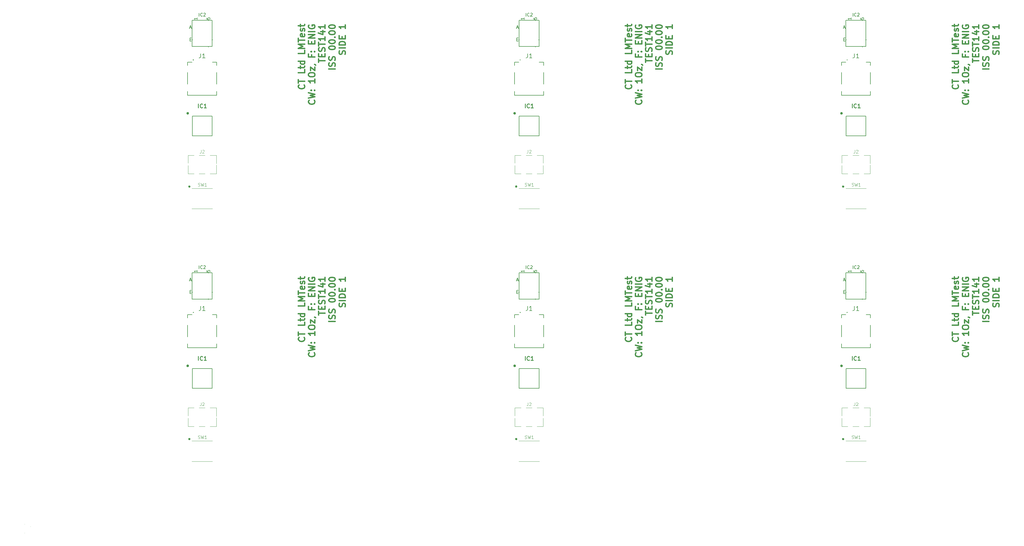
<source format=gbr>
%TF.GenerationSoftware,KiCad,Pcbnew,7.0.5*%
%TF.CreationDate,2023-07-11T12:40:00+01:00*%
%TF.ProjectId,PANELTEST141,50414e45-4c54-4455-9354-3134312e6b69,00.00*%
%TF.SameCoordinates,PX27b9fb5PYc4a79ca*%
%TF.FileFunction,Legend,Top*%
%TF.FilePolarity,Positive*%
%FSLAX46Y46*%
G04 Gerber Fmt 4.6, Leading zero omitted, Abs format (unit mm)*
G04 Created by KiCad (PCBNEW 7.0.5) date 2023-07-11 12:40:00*
%MOMM*%
%LPD*%
G01*
G04 APERTURE LIST*
%ADD10C,0.400000*%
%ADD11C,0.254000*%
%ADD12C,0.150000*%
%ADD13C,0.100000*%
%ADD14C,0.200000*%
%ADD15C,0.127000*%
%ADD16C,0.152400*%
%ADD17C,0.007874*%
%ADD18C,0.378936*%
%ADD19C,3.580000*%
%ADD20C,3.605000*%
%ADD21C,1.200000*%
%ADD22C,2.905000*%
%ADD23R,0.625000X0.400000*%
%ADD24R,1.475000X0.600000*%
%ADD25R,0.600000X1.475000*%
%ADD26C,1.000000*%
%ADD27R,0.750000X0.600000*%
%ADD28C,0.650000*%
%ADD29R,0.300000X0.700000*%
%ADD30O,0.800000X1.600000*%
%ADD31C,3.000000*%
%ADD32C,1.498600*%
%ADD33C,1.524000*%
%ADD34O,1.200000X0.900000*%
%ADD35O,1.600000X0.800000*%
%ADD36R,0.280000X1.060000*%
%ADD37C,0.355600*%
%ADD38R,2.750000X1.400000*%
G04 APERTURE END LIST*
D10*
X295753832Y62028646D02*
X295849071Y61933408D01*
X295849071Y61933408D02*
X295944309Y61647694D01*
X295944309Y61647694D02*
X295944309Y61457218D01*
X295944309Y61457218D02*
X295849071Y61171503D01*
X295849071Y61171503D02*
X295658594Y60981027D01*
X295658594Y60981027D02*
X295468118Y60885789D01*
X295468118Y60885789D02*
X295087166Y60790551D01*
X295087166Y60790551D02*
X294801451Y60790551D01*
X294801451Y60790551D02*
X294420499Y60885789D01*
X294420499Y60885789D02*
X294230023Y60981027D01*
X294230023Y60981027D02*
X294039547Y61171503D01*
X294039547Y61171503D02*
X293944309Y61457218D01*
X293944309Y61457218D02*
X293944309Y61647694D01*
X293944309Y61647694D02*
X294039547Y61933408D01*
X294039547Y61933408D02*
X294134785Y62028646D01*
X293944309Y62600075D02*
X293944309Y63742932D01*
X295944309Y63171503D02*
X293944309Y63171503D01*
X295944309Y66885790D02*
X295944309Y65933409D01*
X295944309Y65933409D02*
X293944309Y65933409D01*
X294610975Y67266743D02*
X294610975Y68028647D01*
X293944309Y67552457D02*
X295658594Y67552457D01*
X295658594Y67552457D02*
X295849071Y67647695D01*
X295849071Y67647695D02*
X295944309Y67838171D01*
X295944309Y67838171D02*
X295944309Y68028647D01*
X295944309Y69552457D02*
X293944309Y69552457D01*
X295849071Y69552457D02*
X295944309Y69361981D01*
X295944309Y69361981D02*
X295944309Y68981028D01*
X295944309Y68981028D02*
X295849071Y68790552D01*
X295849071Y68790552D02*
X295753832Y68695314D01*
X295753832Y68695314D02*
X295563356Y68600076D01*
X295563356Y68600076D02*
X294991928Y68600076D01*
X294991928Y68600076D02*
X294801451Y68695314D01*
X294801451Y68695314D02*
X294706213Y68790552D01*
X294706213Y68790552D02*
X294610975Y68981028D01*
X294610975Y68981028D02*
X294610975Y69361981D01*
X294610975Y69361981D02*
X294706213Y69552457D01*
X295944309Y72981029D02*
X295944309Y72028648D01*
X295944309Y72028648D02*
X293944309Y72028648D01*
X295944309Y73647696D02*
X293944309Y73647696D01*
X293944309Y73647696D02*
X295372880Y74314363D01*
X295372880Y74314363D02*
X293944309Y74981029D01*
X293944309Y74981029D02*
X295944309Y74981029D01*
X293944309Y75647696D02*
X293944309Y76790553D01*
X295944309Y76219124D02*
X293944309Y76219124D01*
X295849071Y78219125D02*
X295944309Y78028649D01*
X295944309Y78028649D02*
X295944309Y77647696D01*
X295944309Y77647696D02*
X295849071Y77457220D01*
X295849071Y77457220D02*
X295658594Y77361982D01*
X295658594Y77361982D02*
X294896690Y77361982D01*
X294896690Y77361982D02*
X294706213Y77457220D01*
X294706213Y77457220D02*
X294610975Y77647696D01*
X294610975Y77647696D02*
X294610975Y78028649D01*
X294610975Y78028649D02*
X294706213Y78219125D01*
X294706213Y78219125D02*
X294896690Y78314363D01*
X294896690Y78314363D02*
X295087166Y78314363D01*
X295087166Y78314363D02*
X295277642Y77361982D01*
X295849071Y79076268D02*
X295944309Y79266744D01*
X295944309Y79266744D02*
X295944309Y79647696D01*
X295944309Y79647696D02*
X295849071Y79838173D01*
X295849071Y79838173D02*
X295658594Y79933411D01*
X295658594Y79933411D02*
X295563356Y79933411D01*
X295563356Y79933411D02*
X295372880Y79838173D01*
X295372880Y79838173D02*
X295277642Y79647696D01*
X295277642Y79647696D02*
X295277642Y79361982D01*
X295277642Y79361982D02*
X295182404Y79171506D01*
X295182404Y79171506D02*
X294991928Y79076268D01*
X294991928Y79076268D02*
X294896690Y79076268D01*
X294896690Y79076268D02*
X294706213Y79171506D01*
X294706213Y79171506D02*
X294610975Y79361982D01*
X294610975Y79361982D02*
X294610975Y79647696D01*
X294610975Y79647696D02*
X294706213Y79838173D01*
X294610975Y80504840D02*
X294610975Y81266744D01*
X293944309Y80790554D02*
X295658594Y80790554D01*
X295658594Y80790554D02*
X295849071Y80885792D01*
X295849071Y80885792D02*
X295944309Y81076268D01*
X295944309Y81076268D02*
X295944309Y81266744D01*
X298973832Y57171504D02*
X299069071Y57076266D01*
X299069071Y57076266D02*
X299164309Y56790552D01*
X299164309Y56790552D02*
X299164309Y56600076D01*
X299164309Y56600076D02*
X299069071Y56314361D01*
X299069071Y56314361D02*
X298878594Y56123885D01*
X298878594Y56123885D02*
X298688118Y56028647D01*
X298688118Y56028647D02*
X298307166Y55933409D01*
X298307166Y55933409D02*
X298021451Y55933409D01*
X298021451Y55933409D02*
X297640499Y56028647D01*
X297640499Y56028647D02*
X297450023Y56123885D01*
X297450023Y56123885D02*
X297259547Y56314361D01*
X297259547Y56314361D02*
X297164309Y56600076D01*
X297164309Y56600076D02*
X297164309Y56790552D01*
X297164309Y56790552D02*
X297259547Y57076266D01*
X297259547Y57076266D02*
X297354785Y57171504D01*
X297164309Y57838171D02*
X299164309Y58314361D01*
X299164309Y58314361D02*
X297735737Y58695314D01*
X297735737Y58695314D02*
X299164309Y59076266D01*
X299164309Y59076266D02*
X297164309Y59552456D01*
X298973832Y60314361D02*
X299069071Y60409599D01*
X299069071Y60409599D02*
X299164309Y60314361D01*
X299164309Y60314361D02*
X299069071Y60219123D01*
X299069071Y60219123D02*
X298973832Y60314361D01*
X298973832Y60314361D02*
X299164309Y60314361D01*
X297926213Y60314361D02*
X298021451Y60409599D01*
X298021451Y60409599D02*
X298116690Y60314361D01*
X298116690Y60314361D02*
X298021451Y60219123D01*
X298021451Y60219123D02*
X297926213Y60314361D01*
X297926213Y60314361D02*
X298116690Y60314361D01*
X299164309Y63838171D02*
X299164309Y62695314D01*
X299164309Y63266742D02*
X297164309Y63266742D01*
X297164309Y63266742D02*
X297450023Y63076266D01*
X297450023Y63076266D02*
X297640499Y62885790D01*
X297640499Y62885790D02*
X297735737Y62695314D01*
X297164309Y65076266D02*
X297164309Y65457219D01*
X297164309Y65457219D02*
X297259547Y65647695D01*
X297259547Y65647695D02*
X297450023Y65838171D01*
X297450023Y65838171D02*
X297830975Y65933409D01*
X297830975Y65933409D02*
X298497642Y65933409D01*
X298497642Y65933409D02*
X298878594Y65838171D01*
X298878594Y65838171D02*
X299069071Y65647695D01*
X299069071Y65647695D02*
X299164309Y65457219D01*
X299164309Y65457219D02*
X299164309Y65076266D01*
X299164309Y65076266D02*
X299069071Y64885790D01*
X299069071Y64885790D02*
X298878594Y64695314D01*
X298878594Y64695314D02*
X298497642Y64600076D01*
X298497642Y64600076D02*
X297830975Y64600076D01*
X297830975Y64600076D02*
X297450023Y64695314D01*
X297450023Y64695314D02*
X297259547Y64885790D01*
X297259547Y64885790D02*
X297164309Y65076266D01*
X297830975Y66600076D02*
X297830975Y67647695D01*
X297830975Y67647695D02*
X299164309Y66600076D01*
X299164309Y66600076D02*
X299164309Y67647695D01*
X299069071Y68504838D02*
X299164309Y68504838D01*
X299164309Y68504838D02*
X299354785Y68409600D01*
X299354785Y68409600D02*
X299450023Y68314362D01*
X298116690Y71552458D02*
X298116690Y70885791D01*
X299164309Y70885791D02*
X297164309Y70885791D01*
X297164309Y70885791D02*
X297164309Y71838172D01*
X298973832Y72600077D02*
X299069071Y72695315D01*
X299069071Y72695315D02*
X299164309Y72600077D01*
X299164309Y72600077D02*
X299069071Y72504839D01*
X299069071Y72504839D02*
X298973832Y72600077D01*
X298973832Y72600077D02*
X299164309Y72600077D01*
X297926213Y72600077D02*
X298021451Y72695315D01*
X298021451Y72695315D02*
X298116690Y72600077D01*
X298116690Y72600077D02*
X298021451Y72504839D01*
X298021451Y72504839D02*
X297926213Y72600077D01*
X297926213Y72600077D02*
X298116690Y72600077D01*
X298116690Y75076268D02*
X298116690Y75742935D01*
X299164309Y76028649D02*
X299164309Y75076268D01*
X299164309Y75076268D02*
X297164309Y75076268D01*
X297164309Y75076268D02*
X297164309Y76028649D01*
X299164309Y76885792D02*
X297164309Y76885792D01*
X297164309Y76885792D02*
X299164309Y78028649D01*
X299164309Y78028649D02*
X297164309Y78028649D01*
X299164309Y78981030D02*
X297164309Y78981030D01*
X297259547Y80981030D02*
X297164309Y80790554D01*
X297164309Y80790554D02*
X297164309Y80504840D01*
X297164309Y80504840D02*
X297259547Y80219125D01*
X297259547Y80219125D02*
X297450023Y80028649D01*
X297450023Y80028649D02*
X297640499Y79933411D01*
X297640499Y79933411D02*
X298021451Y79838173D01*
X298021451Y79838173D02*
X298307166Y79838173D01*
X298307166Y79838173D02*
X298688118Y79933411D01*
X298688118Y79933411D02*
X298878594Y80028649D01*
X298878594Y80028649D02*
X299069071Y80219125D01*
X299069071Y80219125D02*
X299164309Y80504840D01*
X299164309Y80504840D02*
X299164309Y80695316D01*
X299164309Y80695316D02*
X299069071Y80981030D01*
X299069071Y80981030D02*
X298973832Y81076268D01*
X298973832Y81076268D02*
X298307166Y81076268D01*
X298307166Y81076268D02*
X298307166Y80695316D01*
X300384309Y69171505D02*
X300384309Y70314362D01*
X302384309Y69742933D02*
X300384309Y69742933D01*
X301336690Y70981029D02*
X301336690Y71647696D01*
X302384309Y71933410D02*
X302384309Y70981029D01*
X302384309Y70981029D02*
X300384309Y70981029D01*
X300384309Y70981029D02*
X300384309Y71933410D01*
X302289071Y72695315D02*
X302384309Y72981029D01*
X302384309Y72981029D02*
X302384309Y73457220D01*
X302384309Y73457220D02*
X302289071Y73647696D01*
X302289071Y73647696D02*
X302193832Y73742934D01*
X302193832Y73742934D02*
X302003356Y73838172D01*
X302003356Y73838172D02*
X301812880Y73838172D01*
X301812880Y73838172D02*
X301622404Y73742934D01*
X301622404Y73742934D02*
X301527166Y73647696D01*
X301527166Y73647696D02*
X301431928Y73457220D01*
X301431928Y73457220D02*
X301336690Y73076267D01*
X301336690Y73076267D02*
X301241451Y72885791D01*
X301241451Y72885791D02*
X301146213Y72790553D01*
X301146213Y72790553D02*
X300955737Y72695315D01*
X300955737Y72695315D02*
X300765261Y72695315D01*
X300765261Y72695315D02*
X300574785Y72790553D01*
X300574785Y72790553D02*
X300479547Y72885791D01*
X300479547Y72885791D02*
X300384309Y73076267D01*
X300384309Y73076267D02*
X300384309Y73552458D01*
X300384309Y73552458D02*
X300479547Y73838172D01*
X300384309Y74409601D02*
X300384309Y75552458D01*
X302384309Y74981029D02*
X300384309Y74981029D01*
X302384309Y77266744D02*
X302384309Y76123887D01*
X302384309Y76695315D02*
X300384309Y76695315D01*
X300384309Y76695315D02*
X300670023Y76504839D01*
X300670023Y76504839D02*
X300860499Y76314363D01*
X300860499Y76314363D02*
X300955737Y76123887D01*
X301050975Y78981030D02*
X302384309Y78981030D01*
X300289071Y78504839D02*
X301717642Y78028649D01*
X301717642Y78028649D02*
X301717642Y79266744D01*
X302384309Y81076268D02*
X302384309Y79933411D01*
X302384309Y80504839D02*
X300384309Y80504839D01*
X300384309Y80504839D02*
X300670023Y80314363D01*
X300670023Y80314363D02*
X300860499Y80123887D01*
X300860499Y80123887D02*
X300955737Y79933411D01*
X305604309Y67076267D02*
X303604309Y67076267D01*
X305509071Y67933410D02*
X305604309Y68219124D01*
X305604309Y68219124D02*
X305604309Y68695315D01*
X305604309Y68695315D02*
X305509071Y68885791D01*
X305509071Y68885791D02*
X305413832Y68981029D01*
X305413832Y68981029D02*
X305223356Y69076267D01*
X305223356Y69076267D02*
X305032880Y69076267D01*
X305032880Y69076267D02*
X304842404Y68981029D01*
X304842404Y68981029D02*
X304747166Y68885791D01*
X304747166Y68885791D02*
X304651928Y68695315D01*
X304651928Y68695315D02*
X304556690Y68314362D01*
X304556690Y68314362D02*
X304461451Y68123886D01*
X304461451Y68123886D02*
X304366213Y68028648D01*
X304366213Y68028648D02*
X304175737Y67933410D01*
X304175737Y67933410D02*
X303985261Y67933410D01*
X303985261Y67933410D02*
X303794785Y68028648D01*
X303794785Y68028648D02*
X303699547Y68123886D01*
X303699547Y68123886D02*
X303604309Y68314362D01*
X303604309Y68314362D02*
X303604309Y68790553D01*
X303604309Y68790553D02*
X303699547Y69076267D01*
X305509071Y69838172D02*
X305604309Y70123886D01*
X305604309Y70123886D02*
X305604309Y70600077D01*
X305604309Y70600077D02*
X305509071Y70790553D01*
X305509071Y70790553D02*
X305413832Y70885791D01*
X305413832Y70885791D02*
X305223356Y70981029D01*
X305223356Y70981029D02*
X305032880Y70981029D01*
X305032880Y70981029D02*
X304842404Y70885791D01*
X304842404Y70885791D02*
X304747166Y70790553D01*
X304747166Y70790553D02*
X304651928Y70600077D01*
X304651928Y70600077D02*
X304556690Y70219124D01*
X304556690Y70219124D02*
X304461451Y70028648D01*
X304461451Y70028648D02*
X304366213Y69933410D01*
X304366213Y69933410D02*
X304175737Y69838172D01*
X304175737Y69838172D02*
X303985261Y69838172D01*
X303985261Y69838172D02*
X303794785Y69933410D01*
X303794785Y69933410D02*
X303699547Y70028648D01*
X303699547Y70028648D02*
X303604309Y70219124D01*
X303604309Y70219124D02*
X303604309Y70695315D01*
X303604309Y70695315D02*
X303699547Y70981029D01*
X303604309Y73742934D02*
X303604309Y73933411D01*
X303604309Y73933411D02*
X303699547Y74123887D01*
X303699547Y74123887D02*
X303794785Y74219125D01*
X303794785Y74219125D02*
X303985261Y74314363D01*
X303985261Y74314363D02*
X304366213Y74409601D01*
X304366213Y74409601D02*
X304842404Y74409601D01*
X304842404Y74409601D02*
X305223356Y74314363D01*
X305223356Y74314363D02*
X305413832Y74219125D01*
X305413832Y74219125D02*
X305509071Y74123887D01*
X305509071Y74123887D02*
X305604309Y73933411D01*
X305604309Y73933411D02*
X305604309Y73742934D01*
X305604309Y73742934D02*
X305509071Y73552458D01*
X305509071Y73552458D02*
X305413832Y73457220D01*
X305413832Y73457220D02*
X305223356Y73361982D01*
X305223356Y73361982D02*
X304842404Y73266744D01*
X304842404Y73266744D02*
X304366213Y73266744D01*
X304366213Y73266744D02*
X303985261Y73361982D01*
X303985261Y73361982D02*
X303794785Y73457220D01*
X303794785Y73457220D02*
X303699547Y73552458D01*
X303699547Y73552458D02*
X303604309Y73742934D01*
X303604309Y75647696D02*
X303604309Y75838173D01*
X303604309Y75838173D02*
X303699547Y76028649D01*
X303699547Y76028649D02*
X303794785Y76123887D01*
X303794785Y76123887D02*
X303985261Y76219125D01*
X303985261Y76219125D02*
X304366213Y76314363D01*
X304366213Y76314363D02*
X304842404Y76314363D01*
X304842404Y76314363D02*
X305223356Y76219125D01*
X305223356Y76219125D02*
X305413832Y76123887D01*
X305413832Y76123887D02*
X305509071Y76028649D01*
X305509071Y76028649D02*
X305604309Y75838173D01*
X305604309Y75838173D02*
X305604309Y75647696D01*
X305604309Y75647696D02*
X305509071Y75457220D01*
X305509071Y75457220D02*
X305413832Y75361982D01*
X305413832Y75361982D02*
X305223356Y75266744D01*
X305223356Y75266744D02*
X304842404Y75171506D01*
X304842404Y75171506D02*
X304366213Y75171506D01*
X304366213Y75171506D02*
X303985261Y75266744D01*
X303985261Y75266744D02*
X303794785Y75361982D01*
X303794785Y75361982D02*
X303699547Y75457220D01*
X303699547Y75457220D02*
X303604309Y75647696D01*
X305413832Y77171506D02*
X305509071Y77266744D01*
X305509071Y77266744D02*
X305604309Y77171506D01*
X305604309Y77171506D02*
X305509071Y77076268D01*
X305509071Y77076268D02*
X305413832Y77171506D01*
X305413832Y77171506D02*
X305604309Y77171506D01*
X303604309Y78504839D02*
X303604309Y78695316D01*
X303604309Y78695316D02*
X303699547Y78885792D01*
X303699547Y78885792D02*
X303794785Y78981030D01*
X303794785Y78981030D02*
X303985261Y79076268D01*
X303985261Y79076268D02*
X304366213Y79171506D01*
X304366213Y79171506D02*
X304842404Y79171506D01*
X304842404Y79171506D02*
X305223356Y79076268D01*
X305223356Y79076268D02*
X305413832Y78981030D01*
X305413832Y78981030D02*
X305509071Y78885792D01*
X305509071Y78885792D02*
X305604309Y78695316D01*
X305604309Y78695316D02*
X305604309Y78504839D01*
X305604309Y78504839D02*
X305509071Y78314363D01*
X305509071Y78314363D02*
X305413832Y78219125D01*
X305413832Y78219125D02*
X305223356Y78123887D01*
X305223356Y78123887D02*
X304842404Y78028649D01*
X304842404Y78028649D02*
X304366213Y78028649D01*
X304366213Y78028649D02*
X303985261Y78123887D01*
X303985261Y78123887D02*
X303794785Y78219125D01*
X303794785Y78219125D02*
X303699547Y78314363D01*
X303699547Y78314363D02*
X303604309Y78504839D01*
X303604309Y80409601D02*
X303604309Y80600078D01*
X303604309Y80600078D02*
X303699547Y80790554D01*
X303699547Y80790554D02*
X303794785Y80885792D01*
X303794785Y80885792D02*
X303985261Y80981030D01*
X303985261Y80981030D02*
X304366213Y81076268D01*
X304366213Y81076268D02*
X304842404Y81076268D01*
X304842404Y81076268D02*
X305223356Y80981030D01*
X305223356Y80981030D02*
X305413832Y80885792D01*
X305413832Y80885792D02*
X305509071Y80790554D01*
X305509071Y80790554D02*
X305604309Y80600078D01*
X305604309Y80600078D02*
X305604309Y80409601D01*
X305604309Y80409601D02*
X305509071Y80219125D01*
X305509071Y80219125D02*
X305413832Y80123887D01*
X305413832Y80123887D02*
X305223356Y80028649D01*
X305223356Y80028649D02*
X304842404Y79933411D01*
X304842404Y79933411D02*
X304366213Y79933411D01*
X304366213Y79933411D02*
X303985261Y80028649D01*
X303985261Y80028649D02*
X303794785Y80123887D01*
X303794785Y80123887D02*
X303699547Y80219125D01*
X303699547Y80219125D02*
X303604309Y80409601D01*
X308729071Y71742934D02*
X308824309Y72028648D01*
X308824309Y72028648D02*
X308824309Y72504839D01*
X308824309Y72504839D02*
X308729071Y72695315D01*
X308729071Y72695315D02*
X308633832Y72790553D01*
X308633832Y72790553D02*
X308443356Y72885791D01*
X308443356Y72885791D02*
X308252880Y72885791D01*
X308252880Y72885791D02*
X308062404Y72790553D01*
X308062404Y72790553D02*
X307967166Y72695315D01*
X307967166Y72695315D02*
X307871928Y72504839D01*
X307871928Y72504839D02*
X307776690Y72123886D01*
X307776690Y72123886D02*
X307681451Y71933410D01*
X307681451Y71933410D02*
X307586213Y71838172D01*
X307586213Y71838172D02*
X307395737Y71742934D01*
X307395737Y71742934D02*
X307205261Y71742934D01*
X307205261Y71742934D02*
X307014785Y71838172D01*
X307014785Y71838172D02*
X306919547Y71933410D01*
X306919547Y71933410D02*
X306824309Y72123886D01*
X306824309Y72123886D02*
X306824309Y72600077D01*
X306824309Y72600077D02*
X306919547Y72885791D01*
X308824309Y73742934D02*
X306824309Y73742934D01*
X308824309Y74695315D02*
X306824309Y74695315D01*
X306824309Y74695315D02*
X306824309Y75171505D01*
X306824309Y75171505D02*
X306919547Y75457220D01*
X306919547Y75457220D02*
X307110023Y75647696D01*
X307110023Y75647696D02*
X307300499Y75742934D01*
X307300499Y75742934D02*
X307681451Y75838172D01*
X307681451Y75838172D02*
X307967166Y75838172D01*
X307967166Y75838172D02*
X308348118Y75742934D01*
X308348118Y75742934D02*
X308538594Y75647696D01*
X308538594Y75647696D02*
X308729071Y75457220D01*
X308729071Y75457220D02*
X308824309Y75171505D01*
X308824309Y75171505D02*
X308824309Y74695315D01*
X307776690Y76695315D02*
X307776690Y77361982D01*
X308824309Y77647696D02*
X308824309Y76695315D01*
X308824309Y76695315D02*
X306824309Y76695315D01*
X306824309Y76695315D02*
X306824309Y77647696D01*
X308824309Y81076268D02*
X308824309Y79933411D01*
X308824309Y80504839D02*
X306824309Y80504839D01*
X306824309Y80504839D02*
X307110023Y80314363D01*
X307110023Y80314363D02*
X307300499Y80123887D01*
X307300499Y80123887D02*
X307395737Y79933411D01*
X88553832Y62028646D02*
X88649071Y61933408D01*
X88649071Y61933408D02*
X88744309Y61647694D01*
X88744309Y61647694D02*
X88744309Y61457218D01*
X88744309Y61457218D02*
X88649071Y61171503D01*
X88649071Y61171503D02*
X88458594Y60981027D01*
X88458594Y60981027D02*
X88268118Y60885789D01*
X88268118Y60885789D02*
X87887166Y60790551D01*
X87887166Y60790551D02*
X87601451Y60790551D01*
X87601451Y60790551D02*
X87220499Y60885789D01*
X87220499Y60885789D02*
X87030023Y60981027D01*
X87030023Y60981027D02*
X86839547Y61171503D01*
X86839547Y61171503D02*
X86744309Y61457218D01*
X86744309Y61457218D02*
X86744309Y61647694D01*
X86744309Y61647694D02*
X86839547Y61933408D01*
X86839547Y61933408D02*
X86934785Y62028646D01*
X86744309Y62600075D02*
X86744309Y63742932D01*
X88744309Y63171503D02*
X86744309Y63171503D01*
X88744309Y66885790D02*
X88744309Y65933409D01*
X88744309Y65933409D02*
X86744309Y65933409D01*
X87410975Y67266743D02*
X87410975Y68028647D01*
X86744309Y67552457D02*
X88458594Y67552457D01*
X88458594Y67552457D02*
X88649071Y67647695D01*
X88649071Y67647695D02*
X88744309Y67838171D01*
X88744309Y67838171D02*
X88744309Y68028647D01*
X88744309Y69552457D02*
X86744309Y69552457D01*
X88649071Y69552457D02*
X88744309Y69361981D01*
X88744309Y69361981D02*
X88744309Y68981028D01*
X88744309Y68981028D02*
X88649071Y68790552D01*
X88649071Y68790552D02*
X88553832Y68695314D01*
X88553832Y68695314D02*
X88363356Y68600076D01*
X88363356Y68600076D02*
X87791928Y68600076D01*
X87791928Y68600076D02*
X87601451Y68695314D01*
X87601451Y68695314D02*
X87506213Y68790552D01*
X87506213Y68790552D02*
X87410975Y68981028D01*
X87410975Y68981028D02*
X87410975Y69361981D01*
X87410975Y69361981D02*
X87506213Y69552457D01*
X88744309Y72981029D02*
X88744309Y72028648D01*
X88744309Y72028648D02*
X86744309Y72028648D01*
X88744309Y73647696D02*
X86744309Y73647696D01*
X86744309Y73647696D02*
X88172880Y74314363D01*
X88172880Y74314363D02*
X86744309Y74981029D01*
X86744309Y74981029D02*
X88744309Y74981029D01*
X86744309Y75647696D02*
X86744309Y76790553D01*
X88744309Y76219124D02*
X86744309Y76219124D01*
X88649071Y78219125D02*
X88744309Y78028649D01*
X88744309Y78028649D02*
X88744309Y77647696D01*
X88744309Y77647696D02*
X88649071Y77457220D01*
X88649071Y77457220D02*
X88458594Y77361982D01*
X88458594Y77361982D02*
X87696690Y77361982D01*
X87696690Y77361982D02*
X87506213Y77457220D01*
X87506213Y77457220D02*
X87410975Y77647696D01*
X87410975Y77647696D02*
X87410975Y78028649D01*
X87410975Y78028649D02*
X87506213Y78219125D01*
X87506213Y78219125D02*
X87696690Y78314363D01*
X87696690Y78314363D02*
X87887166Y78314363D01*
X87887166Y78314363D02*
X88077642Y77361982D01*
X88649071Y79076268D02*
X88744309Y79266744D01*
X88744309Y79266744D02*
X88744309Y79647696D01*
X88744309Y79647696D02*
X88649071Y79838173D01*
X88649071Y79838173D02*
X88458594Y79933411D01*
X88458594Y79933411D02*
X88363356Y79933411D01*
X88363356Y79933411D02*
X88172880Y79838173D01*
X88172880Y79838173D02*
X88077642Y79647696D01*
X88077642Y79647696D02*
X88077642Y79361982D01*
X88077642Y79361982D02*
X87982404Y79171506D01*
X87982404Y79171506D02*
X87791928Y79076268D01*
X87791928Y79076268D02*
X87696690Y79076268D01*
X87696690Y79076268D02*
X87506213Y79171506D01*
X87506213Y79171506D02*
X87410975Y79361982D01*
X87410975Y79361982D02*
X87410975Y79647696D01*
X87410975Y79647696D02*
X87506213Y79838173D01*
X87410975Y80504840D02*
X87410975Y81266744D01*
X86744309Y80790554D02*
X88458594Y80790554D01*
X88458594Y80790554D02*
X88649071Y80885792D01*
X88649071Y80885792D02*
X88744309Y81076268D01*
X88744309Y81076268D02*
X88744309Y81266744D01*
X91773832Y57171504D02*
X91869071Y57076266D01*
X91869071Y57076266D02*
X91964309Y56790552D01*
X91964309Y56790552D02*
X91964309Y56600076D01*
X91964309Y56600076D02*
X91869071Y56314361D01*
X91869071Y56314361D02*
X91678594Y56123885D01*
X91678594Y56123885D02*
X91488118Y56028647D01*
X91488118Y56028647D02*
X91107166Y55933409D01*
X91107166Y55933409D02*
X90821451Y55933409D01*
X90821451Y55933409D02*
X90440499Y56028647D01*
X90440499Y56028647D02*
X90250023Y56123885D01*
X90250023Y56123885D02*
X90059547Y56314361D01*
X90059547Y56314361D02*
X89964309Y56600076D01*
X89964309Y56600076D02*
X89964309Y56790552D01*
X89964309Y56790552D02*
X90059547Y57076266D01*
X90059547Y57076266D02*
X90154785Y57171504D01*
X89964309Y57838171D02*
X91964309Y58314361D01*
X91964309Y58314361D02*
X90535737Y58695314D01*
X90535737Y58695314D02*
X91964309Y59076266D01*
X91964309Y59076266D02*
X89964309Y59552456D01*
X91773832Y60314361D02*
X91869071Y60409599D01*
X91869071Y60409599D02*
X91964309Y60314361D01*
X91964309Y60314361D02*
X91869071Y60219123D01*
X91869071Y60219123D02*
X91773832Y60314361D01*
X91773832Y60314361D02*
X91964309Y60314361D01*
X90726213Y60314361D02*
X90821451Y60409599D01*
X90821451Y60409599D02*
X90916690Y60314361D01*
X90916690Y60314361D02*
X90821451Y60219123D01*
X90821451Y60219123D02*
X90726213Y60314361D01*
X90726213Y60314361D02*
X90916690Y60314361D01*
X91964309Y63838171D02*
X91964309Y62695314D01*
X91964309Y63266742D02*
X89964309Y63266742D01*
X89964309Y63266742D02*
X90250023Y63076266D01*
X90250023Y63076266D02*
X90440499Y62885790D01*
X90440499Y62885790D02*
X90535737Y62695314D01*
X89964309Y65076266D02*
X89964309Y65457219D01*
X89964309Y65457219D02*
X90059547Y65647695D01*
X90059547Y65647695D02*
X90250023Y65838171D01*
X90250023Y65838171D02*
X90630975Y65933409D01*
X90630975Y65933409D02*
X91297642Y65933409D01*
X91297642Y65933409D02*
X91678594Y65838171D01*
X91678594Y65838171D02*
X91869071Y65647695D01*
X91869071Y65647695D02*
X91964309Y65457219D01*
X91964309Y65457219D02*
X91964309Y65076266D01*
X91964309Y65076266D02*
X91869071Y64885790D01*
X91869071Y64885790D02*
X91678594Y64695314D01*
X91678594Y64695314D02*
X91297642Y64600076D01*
X91297642Y64600076D02*
X90630975Y64600076D01*
X90630975Y64600076D02*
X90250023Y64695314D01*
X90250023Y64695314D02*
X90059547Y64885790D01*
X90059547Y64885790D02*
X89964309Y65076266D01*
X90630975Y66600076D02*
X90630975Y67647695D01*
X90630975Y67647695D02*
X91964309Y66600076D01*
X91964309Y66600076D02*
X91964309Y67647695D01*
X91869071Y68504838D02*
X91964309Y68504838D01*
X91964309Y68504838D02*
X92154785Y68409600D01*
X92154785Y68409600D02*
X92250023Y68314362D01*
X90916690Y71552458D02*
X90916690Y70885791D01*
X91964309Y70885791D02*
X89964309Y70885791D01*
X89964309Y70885791D02*
X89964309Y71838172D01*
X91773832Y72600077D02*
X91869071Y72695315D01*
X91869071Y72695315D02*
X91964309Y72600077D01*
X91964309Y72600077D02*
X91869071Y72504839D01*
X91869071Y72504839D02*
X91773832Y72600077D01*
X91773832Y72600077D02*
X91964309Y72600077D01*
X90726213Y72600077D02*
X90821451Y72695315D01*
X90821451Y72695315D02*
X90916690Y72600077D01*
X90916690Y72600077D02*
X90821451Y72504839D01*
X90821451Y72504839D02*
X90726213Y72600077D01*
X90726213Y72600077D02*
X90916690Y72600077D01*
X90916690Y75076268D02*
X90916690Y75742935D01*
X91964309Y76028649D02*
X91964309Y75076268D01*
X91964309Y75076268D02*
X89964309Y75076268D01*
X89964309Y75076268D02*
X89964309Y76028649D01*
X91964309Y76885792D02*
X89964309Y76885792D01*
X89964309Y76885792D02*
X91964309Y78028649D01*
X91964309Y78028649D02*
X89964309Y78028649D01*
X91964309Y78981030D02*
X89964309Y78981030D01*
X90059547Y80981030D02*
X89964309Y80790554D01*
X89964309Y80790554D02*
X89964309Y80504840D01*
X89964309Y80504840D02*
X90059547Y80219125D01*
X90059547Y80219125D02*
X90250023Y80028649D01*
X90250023Y80028649D02*
X90440499Y79933411D01*
X90440499Y79933411D02*
X90821451Y79838173D01*
X90821451Y79838173D02*
X91107166Y79838173D01*
X91107166Y79838173D02*
X91488118Y79933411D01*
X91488118Y79933411D02*
X91678594Y80028649D01*
X91678594Y80028649D02*
X91869071Y80219125D01*
X91869071Y80219125D02*
X91964309Y80504840D01*
X91964309Y80504840D02*
X91964309Y80695316D01*
X91964309Y80695316D02*
X91869071Y80981030D01*
X91869071Y80981030D02*
X91773832Y81076268D01*
X91773832Y81076268D02*
X91107166Y81076268D01*
X91107166Y81076268D02*
X91107166Y80695316D01*
X93184309Y69171505D02*
X93184309Y70314362D01*
X95184309Y69742933D02*
X93184309Y69742933D01*
X94136690Y70981029D02*
X94136690Y71647696D01*
X95184309Y71933410D02*
X95184309Y70981029D01*
X95184309Y70981029D02*
X93184309Y70981029D01*
X93184309Y70981029D02*
X93184309Y71933410D01*
X95089071Y72695315D02*
X95184309Y72981029D01*
X95184309Y72981029D02*
X95184309Y73457220D01*
X95184309Y73457220D02*
X95089071Y73647696D01*
X95089071Y73647696D02*
X94993832Y73742934D01*
X94993832Y73742934D02*
X94803356Y73838172D01*
X94803356Y73838172D02*
X94612880Y73838172D01*
X94612880Y73838172D02*
X94422404Y73742934D01*
X94422404Y73742934D02*
X94327166Y73647696D01*
X94327166Y73647696D02*
X94231928Y73457220D01*
X94231928Y73457220D02*
X94136690Y73076267D01*
X94136690Y73076267D02*
X94041451Y72885791D01*
X94041451Y72885791D02*
X93946213Y72790553D01*
X93946213Y72790553D02*
X93755737Y72695315D01*
X93755737Y72695315D02*
X93565261Y72695315D01*
X93565261Y72695315D02*
X93374785Y72790553D01*
X93374785Y72790553D02*
X93279547Y72885791D01*
X93279547Y72885791D02*
X93184309Y73076267D01*
X93184309Y73076267D02*
X93184309Y73552458D01*
X93184309Y73552458D02*
X93279547Y73838172D01*
X93184309Y74409601D02*
X93184309Y75552458D01*
X95184309Y74981029D02*
X93184309Y74981029D01*
X95184309Y77266744D02*
X95184309Y76123887D01*
X95184309Y76695315D02*
X93184309Y76695315D01*
X93184309Y76695315D02*
X93470023Y76504839D01*
X93470023Y76504839D02*
X93660499Y76314363D01*
X93660499Y76314363D02*
X93755737Y76123887D01*
X93850975Y78981030D02*
X95184309Y78981030D01*
X93089071Y78504839D02*
X94517642Y78028649D01*
X94517642Y78028649D02*
X94517642Y79266744D01*
X95184309Y81076268D02*
X95184309Y79933411D01*
X95184309Y80504839D02*
X93184309Y80504839D01*
X93184309Y80504839D02*
X93470023Y80314363D01*
X93470023Y80314363D02*
X93660499Y80123887D01*
X93660499Y80123887D02*
X93755737Y79933411D01*
X98404309Y67076267D02*
X96404309Y67076267D01*
X98309071Y67933410D02*
X98404309Y68219124D01*
X98404309Y68219124D02*
X98404309Y68695315D01*
X98404309Y68695315D02*
X98309071Y68885791D01*
X98309071Y68885791D02*
X98213832Y68981029D01*
X98213832Y68981029D02*
X98023356Y69076267D01*
X98023356Y69076267D02*
X97832880Y69076267D01*
X97832880Y69076267D02*
X97642404Y68981029D01*
X97642404Y68981029D02*
X97547166Y68885791D01*
X97547166Y68885791D02*
X97451928Y68695315D01*
X97451928Y68695315D02*
X97356690Y68314362D01*
X97356690Y68314362D02*
X97261451Y68123886D01*
X97261451Y68123886D02*
X97166213Y68028648D01*
X97166213Y68028648D02*
X96975737Y67933410D01*
X96975737Y67933410D02*
X96785261Y67933410D01*
X96785261Y67933410D02*
X96594785Y68028648D01*
X96594785Y68028648D02*
X96499547Y68123886D01*
X96499547Y68123886D02*
X96404309Y68314362D01*
X96404309Y68314362D02*
X96404309Y68790553D01*
X96404309Y68790553D02*
X96499547Y69076267D01*
X98309071Y69838172D02*
X98404309Y70123886D01*
X98404309Y70123886D02*
X98404309Y70600077D01*
X98404309Y70600077D02*
X98309071Y70790553D01*
X98309071Y70790553D02*
X98213832Y70885791D01*
X98213832Y70885791D02*
X98023356Y70981029D01*
X98023356Y70981029D02*
X97832880Y70981029D01*
X97832880Y70981029D02*
X97642404Y70885791D01*
X97642404Y70885791D02*
X97547166Y70790553D01*
X97547166Y70790553D02*
X97451928Y70600077D01*
X97451928Y70600077D02*
X97356690Y70219124D01*
X97356690Y70219124D02*
X97261451Y70028648D01*
X97261451Y70028648D02*
X97166213Y69933410D01*
X97166213Y69933410D02*
X96975737Y69838172D01*
X96975737Y69838172D02*
X96785261Y69838172D01*
X96785261Y69838172D02*
X96594785Y69933410D01*
X96594785Y69933410D02*
X96499547Y70028648D01*
X96499547Y70028648D02*
X96404309Y70219124D01*
X96404309Y70219124D02*
X96404309Y70695315D01*
X96404309Y70695315D02*
X96499547Y70981029D01*
X96404309Y73742934D02*
X96404309Y73933411D01*
X96404309Y73933411D02*
X96499547Y74123887D01*
X96499547Y74123887D02*
X96594785Y74219125D01*
X96594785Y74219125D02*
X96785261Y74314363D01*
X96785261Y74314363D02*
X97166213Y74409601D01*
X97166213Y74409601D02*
X97642404Y74409601D01*
X97642404Y74409601D02*
X98023356Y74314363D01*
X98023356Y74314363D02*
X98213832Y74219125D01*
X98213832Y74219125D02*
X98309071Y74123887D01*
X98309071Y74123887D02*
X98404309Y73933411D01*
X98404309Y73933411D02*
X98404309Y73742934D01*
X98404309Y73742934D02*
X98309071Y73552458D01*
X98309071Y73552458D02*
X98213832Y73457220D01*
X98213832Y73457220D02*
X98023356Y73361982D01*
X98023356Y73361982D02*
X97642404Y73266744D01*
X97642404Y73266744D02*
X97166213Y73266744D01*
X97166213Y73266744D02*
X96785261Y73361982D01*
X96785261Y73361982D02*
X96594785Y73457220D01*
X96594785Y73457220D02*
X96499547Y73552458D01*
X96499547Y73552458D02*
X96404309Y73742934D01*
X96404309Y75647696D02*
X96404309Y75838173D01*
X96404309Y75838173D02*
X96499547Y76028649D01*
X96499547Y76028649D02*
X96594785Y76123887D01*
X96594785Y76123887D02*
X96785261Y76219125D01*
X96785261Y76219125D02*
X97166213Y76314363D01*
X97166213Y76314363D02*
X97642404Y76314363D01*
X97642404Y76314363D02*
X98023356Y76219125D01*
X98023356Y76219125D02*
X98213832Y76123887D01*
X98213832Y76123887D02*
X98309071Y76028649D01*
X98309071Y76028649D02*
X98404309Y75838173D01*
X98404309Y75838173D02*
X98404309Y75647696D01*
X98404309Y75647696D02*
X98309071Y75457220D01*
X98309071Y75457220D02*
X98213832Y75361982D01*
X98213832Y75361982D02*
X98023356Y75266744D01*
X98023356Y75266744D02*
X97642404Y75171506D01*
X97642404Y75171506D02*
X97166213Y75171506D01*
X97166213Y75171506D02*
X96785261Y75266744D01*
X96785261Y75266744D02*
X96594785Y75361982D01*
X96594785Y75361982D02*
X96499547Y75457220D01*
X96499547Y75457220D02*
X96404309Y75647696D01*
X98213832Y77171506D02*
X98309071Y77266744D01*
X98309071Y77266744D02*
X98404309Y77171506D01*
X98404309Y77171506D02*
X98309071Y77076268D01*
X98309071Y77076268D02*
X98213832Y77171506D01*
X98213832Y77171506D02*
X98404309Y77171506D01*
X96404309Y78504839D02*
X96404309Y78695316D01*
X96404309Y78695316D02*
X96499547Y78885792D01*
X96499547Y78885792D02*
X96594785Y78981030D01*
X96594785Y78981030D02*
X96785261Y79076268D01*
X96785261Y79076268D02*
X97166213Y79171506D01*
X97166213Y79171506D02*
X97642404Y79171506D01*
X97642404Y79171506D02*
X98023356Y79076268D01*
X98023356Y79076268D02*
X98213832Y78981030D01*
X98213832Y78981030D02*
X98309071Y78885792D01*
X98309071Y78885792D02*
X98404309Y78695316D01*
X98404309Y78695316D02*
X98404309Y78504839D01*
X98404309Y78504839D02*
X98309071Y78314363D01*
X98309071Y78314363D02*
X98213832Y78219125D01*
X98213832Y78219125D02*
X98023356Y78123887D01*
X98023356Y78123887D02*
X97642404Y78028649D01*
X97642404Y78028649D02*
X97166213Y78028649D01*
X97166213Y78028649D02*
X96785261Y78123887D01*
X96785261Y78123887D02*
X96594785Y78219125D01*
X96594785Y78219125D02*
X96499547Y78314363D01*
X96499547Y78314363D02*
X96404309Y78504839D01*
X96404309Y80409601D02*
X96404309Y80600078D01*
X96404309Y80600078D02*
X96499547Y80790554D01*
X96499547Y80790554D02*
X96594785Y80885792D01*
X96594785Y80885792D02*
X96785261Y80981030D01*
X96785261Y80981030D02*
X97166213Y81076268D01*
X97166213Y81076268D02*
X97642404Y81076268D01*
X97642404Y81076268D02*
X98023356Y80981030D01*
X98023356Y80981030D02*
X98213832Y80885792D01*
X98213832Y80885792D02*
X98309071Y80790554D01*
X98309071Y80790554D02*
X98404309Y80600078D01*
X98404309Y80600078D02*
X98404309Y80409601D01*
X98404309Y80409601D02*
X98309071Y80219125D01*
X98309071Y80219125D02*
X98213832Y80123887D01*
X98213832Y80123887D02*
X98023356Y80028649D01*
X98023356Y80028649D02*
X97642404Y79933411D01*
X97642404Y79933411D02*
X97166213Y79933411D01*
X97166213Y79933411D02*
X96785261Y80028649D01*
X96785261Y80028649D02*
X96594785Y80123887D01*
X96594785Y80123887D02*
X96499547Y80219125D01*
X96499547Y80219125D02*
X96404309Y80409601D01*
X101529071Y71742934D02*
X101624309Y72028648D01*
X101624309Y72028648D02*
X101624309Y72504839D01*
X101624309Y72504839D02*
X101529071Y72695315D01*
X101529071Y72695315D02*
X101433832Y72790553D01*
X101433832Y72790553D02*
X101243356Y72885791D01*
X101243356Y72885791D02*
X101052880Y72885791D01*
X101052880Y72885791D02*
X100862404Y72790553D01*
X100862404Y72790553D02*
X100767166Y72695315D01*
X100767166Y72695315D02*
X100671928Y72504839D01*
X100671928Y72504839D02*
X100576690Y72123886D01*
X100576690Y72123886D02*
X100481451Y71933410D01*
X100481451Y71933410D02*
X100386213Y71838172D01*
X100386213Y71838172D02*
X100195737Y71742934D01*
X100195737Y71742934D02*
X100005261Y71742934D01*
X100005261Y71742934D02*
X99814785Y71838172D01*
X99814785Y71838172D02*
X99719547Y71933410D01*
X99719547Y71933410D02*
X99624309Y72123886D01*
X99624309Y72123886D02*
X99624309Y72600077D01*
X99624309Y72600077D02*
X99719547Y72885791D01*
X101624309Y73742934D02*
X99624309Y73742934D01*
X101624309Y74695315D02*
X99624309Y74695315D01*
X99624309Y74695315D02*
X99624309Y75171505D01*
X99624309Y75171505D02*
X99719547Y75457220D01*
X99719547Y75457220D02*
X99910023Y75647696D01*
X99910023Y75647696D02*
X100100499Y75742934D01*
X100100499Y75742934D02*
X100481451Y75838172D01*
X100481451Y75838172D02*
X100767166Y75838172D01*
X100767166Y75838172D02*
X101148118Y75742934D01*
X101148118Y75742934D02*
X101338594Y75647696D01*
X101338594Y75647696D02*
X101529071Y75457220D01*
X101529071Y75457220D02*
X101624309Y75171505D01*
X101624309Y75171505D02*
X101624309Y74695315D01*
X100576690Y76695315D02*
X100576690Y77361982D01*
X101624309Y77647696D02*
X101624309Y76695315D01*
X101624309Y76695315D02*
X99624309Y76695315D01*
X99624309Y76695315D02*
X99624309Y77647696D01*
X101624309Y81076268D02*
X101624309Y79933411D01*
X101624309Y80504839D02*
X99624309Y80504839D01*
X99624309Y80504839D02*
X99910023Y80314363D01*
X99910023Y80314363D02*
X100100499Y80123887D01*
X100100499Y80123887D02*
X100195737Y79933411D01*
X192153832Y142148646D02*
X192249071Y142053408D01*
X192249071Y142053408D02*
X192344309Y141767694D01*
X192344309Y141767694D02*
X192344309Y141577218D01*
X192344309Y141577218D02*
X192249071Y141291503D01*
X192249071Y141291503D02*
X192058594Y141101027D01*
X192058594Y141101027D02*
X191868118Y141005789D01*
X191868118Y141005789D02*
X191487166Y140910551D01*
X191487166Y140910551D02*
X191201451Y140910551D01*
X191201451Y140910551D02*
X190820499Y141005789D01*
X190820499Y141005789D02*
X190630023Y141101027D01*
X190630023Y141101027D02*
X190439547Y141291503D01*
X190439547Y141291503D02*
X190344309Y141577218D01*
X190344309Y141577218D02*
X190344309Y141767694D01*
X190344309Y141767694D02*
X190439547Y142053408D01*
X190439547Y142053408D02*
X190534785Y142148646D01*
X190344309Y142720075D02*
X190344309Y143862932D01*
X192344309Y143291503D02*
X190344309Y143291503D01*
X192344309Y147005790D02*
X192344309Y146053409D01*
X192344309Y146053409D02*
X190344309Y146053409D01*
X191010975Y147386743D02*
X191010975Y148148647D01*
X190344309Y147672457D02*
X192058594Y147672457D01*
X192058594Y147672457D02*
X192249071Y147767695D01*
X192249071Y147767695D02*
X192344309Y147958171D01*
X192344309Y147958171D02*
X192344309Y148148647D01*
X192344309Y149672457D02*
X190344309Y149672457D01*
X192249071Y149672457D02*
X192344309Y149481981D01*
X192344309Y149481981D02*
X192344309Y149101028D01*
X192344309Y149101028D02*
X192249071Y148910552D01*
X192249071Y148910552D02*
X192153832Y148815314D01*
X192153832Y148815314D02*
X191963356Y148720076D01*
X191963356Y148720076D02*
X191391928Y148720076D01*
X191391928Y148720076D02*
X191201451Y148815314D01*
X191201451Y148815314D02*
X191106213Y148910552D01*
X191106213Y148910552D02*
X191010975Y149101028D01*
X191010975Y149101028D02*
X191010975Y149481981D01*
X191010975Y149481981D02*
X191106213Y149672457D01*
X192344309Y153101029D02*
X192344309Y152148648D01*
X192344309Y152148648D02*
X190344309Y152148648D01*
X192344309Y153767696D02*
X190344309Y153767696D01*
X190344309Y153767696D02*
X191772880Y154434363D01*
X191772880Y154434363D02*
X190344309Y155101029D01*
X190344309Y155101029D02*
X192344309Y155101029D01*
X190344309Y155767696D02*
X190344309Y156910553D01*
X192344309Y156339124D02*
X190344309Y156339124D01*
X192249071Y158339125D02*
X192344309Y158148649D01*
X192344309Y158148649D02*
X192344309Y157767696D01*
X192344309Y157767696D02*
X192249071Y157577220D01*
X192249071Y157577220D02*
X192058594Y157481982D01*
X192058594Y157481982D02*
X191296690Y157481982D01*
X191296690Y157481982D02*
X191106213Y157577220D01*
X191106213Y157577220D02*
X191010975Y157767696D01*
X191010975Y157767696D02*
X191010975Y158148649D01*
X191010975Y158148649D02*
X191106213Y158339125D01*
X191106213Y158339125D02*
X191296690Y158434363D01*
X191296690Y158434363D02*
X191487166Y158434363D01*
X191487166Y158434363D02*
X191677642Y157481982D01*
X192249071Y159196268D02*
X192344309Y159386744D01*
X192344309Y159386744D02*
X192344309Y159767696D01*
X192344309Y159767696D02*
X192249071Y159958173D01*
X192249071Y159958173D02*
X192058594Y160053411D01*
X192058594Y160053411D02*
X191963356Y160053411D01*
X191963356Y160053411D02*
X191772880Y159958173D01*
X191772880Y159958173D02*
X191677642Y159767696D01*
X191677642Y159767696D02*
X191677642Y159481982D01*
X191677642Y159481982D02*
X191582404Y159291506D01*
X191582404Y159291506D02*
X191391928Y159196268D01*
X191391928Y159196268D02*
X191296690Y159196268D01*
X191296690Y159196268D02*
X191106213Y159291506D01*
X191106213Y159291506D02*
X191010975Y159481982D01*
X191010975Y159481982D02*
X191010975Y159767696D01*
X191010975Y159767696D02*
X191106213Y159958173D01*
X191010975Y160624840D02*
X191010975Y161386744D01*
X190344309Y160910554D02*
X192058594Y160910554D01*
X192058594Y160910554D02*
X192249071Y161005792D01*
X192249071Y161005792D02*
X192344309Y161196268D01*
X192344309Y161196268D02*
X192344309Y161386744D01*
X195373832Y137291504D02*
X195469071Y137196266D01*
X195469071Y137196266D02*
X195564309Y136910552D01*
X195564309Y136910552D02*
X195564309Y136720076D01*
X195564309Y136720076D02*
X195469071Y136434361D01*
X195469071Y136434361D02*
X195278594Y136243885D01*
X195278594Y136243885D02*
X195088118Y136148647D01*
X195088118Y136148647D02*
X194707166Y136053409D01*
X194707166Y136053409D02*
X194421451Y136053409D01*
X194421451Y136053409D02*
X194040499Y136148647D01*
X194040499Y136148647D02*
X193850023Y136243885D01*
X193850023Y136243885D02*
X193659547Y136434361D01*
X193659547Y136434361D02*
X193564309Y136720076D01*
X193564309Y136720076D02*
X193564309Y136910552D01*
X193564309Y136910552D02*
X193659547Y137196266D01*
X193659547Y137196266D02*
X193754785Y137291504D01*
X193564309Y137958171D02*
X195564309Y138434361D01*
X195564309Y138434361D02*
X194135737Y138815314D01*
X194135737Y138815314D02*
X195564309Y139196266D01*
X195564309Y139196266D02*
X193564309Y139672456D01*
X195373832Y140434361D02*
X195469071Y140529599D01*
X195469071Y140529599D02*
X195564309Y140434361D01*
X195564309Y140434361D02*
X195469071Y140339123D01*
X195469071Y140339123D02*
X195373832Y140434361D01*
X195373832Y140434361D02*
X195564309Y140434361D01*
X194326213Y140434361D02*
X194421451Y140529599D01*
X194421451Y140529599D02*
X194516690Y140434361D01*
X194516690Y140434361D02*
X194421451Y140339123D01*
X194421451Y140339123D02*
X194326213Y140434361D01*
X194326213Y140434361D02*
X194516690Y140434361D01*
X195564309Y143958171D02*
X195564309Y142815314D01*
X195564309Y143386742D02*
X193564309Y143386742D01*
X193564309Y143386742D02*
X193850023Y143196266D01*
X193850023Y143196266D02*
X194040499Y143005790D01*
X194040499Y143005790D02*
X194135737Y142815314D01*
X193564309Y145196266D02*
X193564309Y145577219D01*
X193564309Y145577219D02*
X193659547Y145767695D01*
X193659547Y145767695D02*
X193850023Y145958171D01*
X193850023Y145958171D02*
X194230975Y146053409D01*
X194230975Y146053409D02*
X194897642Y146053409D01*
X194897642Y146053409D02*
X195278594Y145958171D01*
X195278594Y145958171D02*
X195469071Y145767695D01*
X195469071Y145767695D02*
X195564309Y145577219D01*
X195564309Y145577219D02*
X195564309Y145196266D01*
X195564309Y145196266D02*
X195469071Y145005790D01*
X195469071Y145005790D02*
X195278594Y144815314D01*
X195278594Y144815314D02*
X194897642Y144720076D01*
X194897642Y144720076D02*
X194230975Y144720076D01*
X194230975Y144720076D02*
X193850023Y144815314D01*
X193850023Y144815314D02*
X193659547Y145005790D01*
X193659547Y145005790D02*
X193564309Y145196266D01*
X194230975Y146720076D02*
X194230975Y147767695D01*
X194230975Y147767695D02*
X195564309Y146720076D01*
X195564309Y146720076D02*
X195564309Y147767695D01*
X195469071Y148624838D02*
X195564309Y148624838D01*
X195564309Y148624838D02*
X195754785Y148529600D01*
X195754785Y148529600D02*
X195850023Y148434362D01*
X194516690Y151672458D02*
X194516690Y151005791D01*
X195564309Y151005791D02*
X193564309Y151005791D01*
X193564309Y151005791D02*
X193564309Y151958172D01*
X195373832Y152720077D02*
X195469071Y152815315D01*
X195469071Y152815315D02*
X195564309Y152720077D01*
X195564309Y152720077D02*
X195469071Y152624839D01*
X195469071Y152624839D02*
X195373832Y152720077D01*
X195373832Y152720077D02*
X195564309Y152720077D01*
X194326213Y152720077D02*
X194421451Y152815315D01*
X194421451Y152815315D02*
X194516690Y152720077D01*
X194516690Y152720077D02*
X194421451Y152624839D01*
X194421451Y152624839D02*
X194326213Y152720077D01*
X194326213Y152720077D02*
X194516690Y152720077D01*
X194516690Y155196268D02*
X194516690Y155862935D01*
X195564309Y156148649D02*
X195564309Y155196268D01*
X195564309Y155196268D02*
X193564309Y155196268D01*
X193564309Y155196268D02*
X193564309Y156148649D01*
X195564309Y157005792D02*
X193564309Y157005792D01*
X193564309Y157005792D02*
X195564309Y158148649D01*
X195564309Y158148649D02*
X193564309Y158148649D01*
X195564309Y159101030D02*
X193564309Y159101030D01*
X193659547Y161101030D02*
X193564309Y160910554D01*
X193564309Y160910554D02*
X193564309Y160624840D01*
X193564309Y160624840D02*
X193659547Y160339125D01*
X193659547Y160339125D02*
X193850023Y160148649D01*
X193850023Y160148649D02*
X194040499Y160053411D01*
X194040499Y160053411D02*
X194421451Y159958173D01*
X194421451Y159958173D02*
X194707166Y159958173D01*
X194707166Y159958173D02*
X195088118Y160053411D01*
X195088118Y160053411D02*
X195278594Y160148649D01*
X195278594Y160148649D02*
X195469071Y160339125D01*
X195469071Y160339125D02*
X195564309Y160624840D01*
X195564309Y160624840D02*
X195564309Y160815316D01*
X195564309Y160815316D02*
X195469071Y161101030D01*
X195469071Y161101030D02*
X195373832Y161196268D01*
X195373832Y161196268D02*
X194707166Y161196268D01*
X194707166Y161196268D02*
X194707166Y160815316D01*
X196784309Y149291505D02*
X196784309Y150434362D01*
X198784309Y149862933D02*
X196784309Y149862933D01*
X197736690Y151101029D02*
X197736690Y151767696D01*
X198784309Y152053410D02*
X198784309Y151101029D01*
X198784309Y151101029D02*
X196784309Y151101029D01*
X196784309Y151101029D02*
X196784309Y152053410D01*
X198689071Y152815315D02*
X198784309Y153101029D01*
X198784309Y153101029D02*
X198784309Y153577220D01*
X198784309Y153577220D02*
X198689071Y153767696D01*
X198689071Y153767696D02*
X198593832Y153862934D01*
X198593832Y153862934D02*
X198403356Y153958172D01*
X198403356Y153958172D02*
X198212880Y153958172D01*
X198212880Y153958172D02*
X198022404Y153862934D01*
X198022404Y153862934D02*
X197927166Y153767696D01*
X197927166Y153767696D02*
X197831928Y153577220D01*
X197831928Y153577220D02*
X197736690Y153196267D01*
X197736690Y153196267D02*
X197641451Y153005791D01*
X197641451Y153005791D02*
X197546213Y152910553D01*
X197546213Y152910553D02*
X197355737Y152815315D01*
X197355737Y152815315D02*
X197165261Y152815315D01*
X197165261Y152815315D02*
X196974785Y152910553D01*
X196974785Y152910553D02*
X196879547Y153005791D01*
X196879547Y153005791D02*
X196784309Y153196267D01*
X196784309Y153196267D02*
X196784309Y153672458D01*
X196784309Y153672458D02*
X196879547Y153958172D01*
X196784309Y154529601D02*
X196784309Y155672458D01*
X198784309Y155101029D02*
X196784309Y155101029D01*
X198784309Y157386744D02*
X198784309Y156243887D01*
X198784309Y156815315D02*
X196784309Y156815315D01*
X196784309Y156815315D02*
X197070023Y156624839D01*
X197070023Y156624839D02*
X197260499Y156434363D01*
X197260499Y156434363D02*
X197355737Y156243887D01*
X197450975Y159101030D02*
X198784309Y159101030D01*
X196689071Y158624839D02*
X198117642Y158148649D01*
X198117642Y158148649D02*
X198117642Y159386744D01*
X198784309Y161196268D02*
X198784309Y160053411D01*
X198784309Y160624839D02*
X196784309Y160624839D01*
X196784309Y160624839D02*
X197070023Y160434363D01*
X197070023Y160434363D02*
X197260499Y160243887D01*
X197260499Y160243887D02*
X197355737Y160053411D01*
X202004309Y147196267D02*
X200004309Y147196267D01*
X201909071Y148053410D02*
X202004309Y148339124D01*
X202004309Y148339124D02*
X202004309Y148815315D01*
X202004309Y148815315D02*
X201909071Y149005791D01*
X201909071Y149005791D02*
X201813832Y149101029D01*
X201813832Y149101029D02*
X201623356Y149196267D01*
X201623356Y149196267D02*
X201432880Y149196267D01*
X201432880Y149196267D02*
X201242404Y149101029D01*
X201242404Y149101029D02*
X201147166Y149005791D01*
X201147166Y149005791D02*
X201051928Y148815315D01*
X201051928Y148815315D02*
X200956690Y148434362D01*
X200956690Y148434362D02*
X200861451Y148243886D01*
X200861451Y148243886D02*
X200766213Y148148648D01*
X200766213Y148148648D02*
X200575737Y148053410D01*
X200575737Y148053410D02*
X200385261Y148053410D01*
X200385261Y148053410D02*
X200194785Y148148648D01*
X200194785Y148148648D02*
X200099547Y148243886D01*
X200099547Y148243886D02*
X200004309Y148434362D01*
X200004309Y148434362D02*
X200004309Y148910553D01*
X200004309Y148910553D02*
X200099547Y149196267D01*
X201909071Y149958172D02*
X202004309Y150243886D01*
X202004309Y150243886D02*
X202004309Y150720077D01*
X202004309Y150720077D02*
X201909071Y150910553D01*
X201909071Y150910553D02*
X201813832Y151005791D01*
X201813832Y151005791D02*
X201623356Y151101029D01*
X201623356Y151101029D02*
X201432880Y151101029D01*
X201432880Y151101029D02*
X201242404Y151005791D01*
X201242404Y151005791D02*
X201147166Y150910553D01*
X201147166Y150910553D02*
X201051928Y150720077D01*
X201051928Y150720077D02*
X200956690Y150339124D01*
X200956690Y150339124D02*
X200861451Y150148648D01*
X200861451Y150148648D02*
X200766213Y150053410D01*
X200766213Y150053410D02*
X200575737Y149958172D01*
X200575737Y149958172D02*
X200385261Y149958172D01*
X200385261Y149958172D02*
X200194785Y150053410D01*
X200194785Y150053410D02*
X200099547Y150148648D01*
X200099547Y150148648D02*
X200004309Y150339124D01*
X200004309Y150339124D02*
X200004309Y150815315D01*
X200004309Y150815315D02*
X200099547Y151101029D01*
X200004309Y153862934D02*
X200004309Y154053411D01*
X200004309Y154053411D02*
X200099547Y154243887D01*
X200099547Y154243887D02*
X200194785Y154339125D01*
X200194785Y154339125D02*
X200385261Y154434363D01*
X200385261Y154434363D02*
X200766213Y154529601D01*
X200766213Y154529601D02*
X201242404Y154529601D01*
X201242404Y154529601D02*
X201623356Y154434363D01*
X201623356Y154434363D02*
X201813832Y154339125D01*
X201813832Y154339125D02*
X201909071Y154243887D01*
X201909071Y154243887D02*
X202004309Y154053411D01*
X202004309Y154053411D02*
X202004309Y153862934D01*
X202004309Y153862934D02*
X201909071Y153672458D01*
X201909071Y153672458D02*
X201813832Y153577220D01*
X201813832Y153577220D02*
X201623356Y153481982D01*
X201623356Y153481982D02*
X201242404Y153386744D01*
X201242404Y153386744D02*
X200766213Y153386744D01*
X200766213Y153386744D02*
X200385261Y153481982D01*
X200385261Y153481982D02*
X200194785Y153577220D01*
X200194785Y153577220D02*
X200099547Y153672458D01*
X200099547Y153672458D02*
X200004309Y153862934D01*
X200004309Y155767696D02*
X200004309Y155958173D01*
X200004309Y155958173D02*
X200099547Y156148649D01*
X200099547Y156148649D02*
X200194785Y156243887D01*
X200194785Y156243887D02*
X200385261Y156339125D01*
X200385261Y156339125D02*
X200766213Y156434363D01*
X200766213Y156434363D02*
X201242404Y156434363D01*
X201242404Y156434363D02*
X201623356Y156339125D01*
X201623356Y156339125D02*
X201813832Y156243887D01*
X201813832Y156243887D02*
X201909071Y156148649D01*
X201909071Y156148649D02*
X202004309Y155958173D01*
X202004309Y155958173D02*
X202004309Y155767696D01*
X202004309Y155767696D02*
X201909071Y155577220D01*
X201909071Y155577220D02*
X201813832Y155481982D01*
X201813832Y155481982D02*
X201623356Y155386744D01*
X201623356Y155386744D02*
X201242404Y155291506D01*
X201242404Y155291506D02*
X200766213Y155291506D01*
X200766213Y155291506D02*
X200385261Y155386744D01*
X200385261Y155386744D02*
X200194785Y155481982D01*
X200194785Y155481982D02*
X200099547Y155577220D01*
X200099547Y155577220D02*
X200004309Y155767696D01*
X201813832Y157291506D02*
X201909071Y157386744D01*
X201909071Y157386744D02*
X202004309Y157291506D01*
X202004309Y157291506D02*
X201909071Y157196268D01*
X201909071Y157196268D02*
X201813832Y157291506D01*
X201813832Y157291506D02*
X202004309Y157291506D01*
X200004309Y158624839D02*
X200004309Y158815316D01*
X200004309Y158815316D02*
X200099547Y159005792D01*
X200099547Y159005792D02*
X200194785Y159101030D01*
X200194785Y159101030D02*
X200385261Y159196268D01*
X200385261Y159196268D02*
X200766213Y159291506D01*
X200766213Y159291506D02*
X201242404Y159291506D01*
X201242404Y159291506D02*
X201623356Y159196268D01*
X201623356Y159196268D02*
X201813832Y159101030D01*
X201813832Y159101030D02*
X201909071Y159005792D01*
X201909071Y159005792D02*
X202004309Y158815316D01*
X202004309Y158815316D02*
X202004309Y158624839D01*
X202004309Y158624839D02*
X201909071Y158434363D01*
X201909071Y158434363D02*
X201813832Y158339125D01*
X201813832Y158339125D02*
X201623356Y158243887D01*
X201623356Y158243887D02*
X201242404Y158148649D01*
X201242404Y158148649D02*
X200766213Y158148649D01*
X200766213Y158148649D02*
X200385261Y158243887D01*
X200385261Y158243887D02*
X200194785Y158339125D01*
X200194785Y158339125D02*
X200099547Y158434363D01*
X200099547Y158434363D02*
X200004309Y158624839D01*
X200004309Y160529601D02*
X200004309Y160720078D01*
X200004309Y160720078D02*
X200099547Y160910554D01*
X200099547Y160910554D02*
X200194785Y161005792D01*
X200194785Y161005792D02*
X200385261Y161101030D01*
X200385261Y161101030D02*
X200766213Y161196268D01*
X200766213Y161196268D02*
X201242404Y161196268D01*
X201242404Y161196268D02*
X201623356Y161101030D01*
X201623356Y161101030D02*
X201813832Y161005792D01*
X201813832Y161005792D02*
X201909071Y160910554D01*
X201909071Y160910554D02*
X202004309Y160720078D01*
X202004309Y160720078D02*
X202004309Y160529601D01*
X202004309Y160529601D02*
X201909071Y160339125D01*
X201909071Y160339125D02*
X201813832Y160243887D01*
X201813832Y160243887D02*
X201623356Y160148649D01*
X201623356Y160148649D02*
X201242404Y160053411D01*
X201242404Y160053411D02*
X200766213Y160053411D01*
X200766213Y160053411D02*
X200385261Y160148649D01*
X200385261Y160148649D02*
X200194785Y160243887D01*
X200194785Y160243887D02*
X200099547Y160339125D01*
X200099547Y160339125D02*
X200004309Y160529601D01*
X205129071Y151862934D02*
X205224309Y152148648D01*
X205224309Y152148648D02*
X205224309Y152624839D01*
X205224309Y152624839D02*
X205129071Y152815315D01*
X205129071Y152815315D02*
X205033832Y152910553D01*
X205033832Y152910553D02*
X204843356Y153005791D01*
X204843356Y153005791D02*
X204652880Y153005791D01*
X204652880Y153005791D02*
X204462404Y152910553D01*
X204462404Y152910553D02*
X204367166Y152815315D01*
X204367166Y152815315D02*
X204271928Y152624839D01*
X204271928Y152624839D02*
X204176690Y152243886D01*
X204176690Y152243886D02*
X204081451Y152053410D01*
X204081451Y152053410D02*
X203986213Y151958172D01*
X203986213Y151958172D02*
X203795737Y151862934D01*
X203795737Y151862934D02*
X203605261Y151862934D01*
X203605261Y151862934D02*
X203414785Y151958172D01*
X203414785Y151958172D02*
X203319547Y152053410D01*
X203319547Y152053410D02*
X203224309Y152243886D01*
X203224309Y152243886D02*
X203224309Y152720077D01*
X203224309Y152720077D02*
X203319547Y153005791D01*
X205224309Y153862934D02*
X203224309Y153862934D01*
X205224309Y154815315D02*
X203224309Y154815315D01*
X203224309Y154815315D02*
X203224309Y155291505D01*
X203224309Y155291505D02*
X203319547Y155577220D01*
X203319547Y155577220D02*
X203510023Y155767696D01*
X203510023Y155767696D02*
X203700499Y155862934D01*
X203700499Y155862934D02*
X204081451Y155958172D01*
X204081451Y155958172D02*
X204367166Y155958172D01*
X204367166Y155958172D02*
X204748118Y155862934D01*
X204748118Y155862934D02*
X204938594Y155767696D01*
X204938594Y155767696D02*
X205129071Y155577220D01*
X205129071Y155577220D02*
X205224309Y155291505D01*
X205224309Y155291505D02*
X205224309Y154815315D01*
X204176690Y156815315D02*
X204176690Y157481982D01*
X205224309Y157767696D02*
X205224309Y156815315D01*
X205224309Y156815315D02*
X203224309Y156815315D01*
X203224309Y156815315D02*
X203224309Y157767696D01*
X205224309Y161196268D02*
X205224309Y160053411D01*
X205224309Y160624839D02*
X203224309Y160624839D01*
X203224309Y160624839D02*
X203510023Y160434363D01*
X203510023Y160434363D02*
X203700499Y160243887D01*
X203700499Y160243887D02*
X203795737Y160053411D01*
X88553832Y142148646D02*
X88649071Y142053408D01*
X88649071Y142053408D02*
X88744309Y141767694D01*
X88744309Y141767694D02*
X88744309Y141577218D01*
X88744309Y141577218D02*
X88649071Y141291503D01*
X88649071Y141291503D02*
X88458594Y141101027D01*
X88458594Y141101027D02*
X88268118Y141005789D01*
X88268118Y141005789D02*
X87887166Y140910551D01*
X87887166Y140910551D02*
X87601451Y140910551D01*
X87601451Y140910551D02*
X87220499Y141005789D01*
X87220499Y141005789D02*
X87030023Y141101027D01*
X87030023Y141101027D02*
X86839547Y141291503D01*
X86839547Y141291503D02*
X86744309Y141577218D01*
X86744309Y141577218D02*
X86744309Y141767694D01*
X86744309Y141767694D02*
X86839547Y142053408D01*
X86839547Y142053408D02*
X86934785Y142148646D01*
X86744309Y142720075D02*
X86744309Y143862932D01*
X88744309Y143291503D02*
X86744309Y143291503D01*
X88744309Y147005790D02*
X88744309Y146053409D01*
X88744309Y146053409D02*
X86744309Y146053409D01*
X87410975Y147386743D02*
X87410975Y148148647D01*
X86744309Y147672457D02*
X88458594Y147672457D01*
X88458594Y147672457D02*
X88649071Y147767695D01*
X88649071Y147767695D02*
X88744309Y147958171D01*
X88744309Y147958171D02*
X88744309Y148148647D01*
X88744309Y149672457D02*
X86744309Y149672457D01*
X88649071Y149672457D02*
X88744309Y149481981D01*
X88744309Y149481981D02*
X88744309Y149101028D01*
X88744309Y149101028D02*
X88649071Y148910552D01*
X88649071Y148910552D02*
X88553832Y148815314D01*
X88553832Y148815314D02*
X88363356Y148720076D01*
X88363356Y148720076D02*
X87791928Y148720076D01*
X87791928Y148720076D02*
X87601451Y148815314D01*
X87601451Y148815314D02*
X87506213Y148910552D01*
X87506213Y148910552D02*
X87410975Y149101028D01*
X87410975Y149101028D02*
X87410975Y149481981D01*
X87410975Y149481981D02*
X87506213Y149672457D01*
X88744309Y153101029D02*
X88744309Y152148648D01*
X88744309Y152148648D02*
X86744309Y152148648D01*
X88744309Y153767696D02*
X86744309Y153767696D01*
X86744309Y153767696D02*
X88172880Y154434363D01*
X88172880Y154434363D02*
X86744309Y155101029D01*
X86744309Y155101029D02*
X88744309Y155101029D01*
X86744309Y155767696D02*
X86744309Y156910553D01*
X88744309Y156339124D02*
X86744309Y156339124D01*
X88649071Y158339125D02*
X88744309Y158148649D01*
X88744309Y158148649D02*
X88744309Y157767696D01*
X88744309Y157767696D02*
X88649071Y157577220D01*
X88649071Y157577220D02*
X88458594Y157481982D01*
X88458594Y157481982D02*
X87696690Y157481982D01*
X87696690Y157481982D02*
X87506213Y157577220D01*
X87506213Y157577220D02*
X87410975Y157767696D01*
X87410975Y157767696D02*
X87410975Y158148649D01*
X87410975Y158148649D02*
X87506213Y158339125D01*
X87506213Y158339125D02*
X87696690Y158434363D01*
X87696690Y158434363D02*
X87887166Y158434363D01*
X87887166Y158434363D02*
X88077642Y157481982D01*
X88649071Y159196268D02*
X88744309Y159386744D01*
X88744309Y159386744D02*
X88744309Y159767696D01*
X88744309Y159767696D02*
X88649071Y159958173D01*
X88649071Y159958173D02*
X88458594Y160053411D01*
X88458594Y160053411D02*
X88363356Y160053411D01*
X88363356Y160053411D02*
X88172880Y159958173D01*
X88172880Y159958173D02*
X88077642Y159767696D01*
X88077642Y159767696D02*
X88077642Y159481982D01*
X88077642Y159481982D02*
X87982404Y159291506D01*
X87982404Y159291506D02*
X87791928Y159196268D01*
X87791928Y159196268D02*
X87696690Y159196268D01*
X87696690Y159196268D02*
X87506213Y159291506D01*
X87506213Y159291506D02*
X87410975Y159481982D01*
X87410975Y159481982D02*
X87410975Y159767696D01*
X87410975Y159767696D02*
X87506213Y159958173D01*
X87410975Y160624840D02*
X87410975Y161386744D01*
X86744309Y160910554D02*
X88458594Y160910554D01*
X88458594Y160910554D02*
X88649071Y161005792D01*
X88649071Y161005792D02*
X88744309Y161196268D01*
X88744309Y161196268D02*
X88744309Y161386744D01*
X91773832Y137291504D02*
X91869071Y137196266D01*
X91869071Y137196266D02*
X91964309Y136910552D01*
X91964309Y136910552D02*
X91964309Y136720076D01*
X91964309Y136720076D02*
X91869071Y136434361D01*
X91869071Y136434361D02*
X91678594Y136243885D01*
X91678594Y136243885D02*
X91488118Y136148647D01*
X91488118Y136148647D02*
X91107166Y136053409D01*
X91107166Y136053409D02*
X90821451Y136053409D01*
X90821451Y136053409D02*
X90440499Y136148647D01*
X90440499Y136148647D02*
X90250023Y136243885D01*
X90250023Y136243885D02*
X90059547Y136434361D01*
X90059547Y136434361D02*
X89964309Y136720076D01*
X89964309Y136720076D02*
X89964309Y136910552D01*
X89964309Y136910552D02*
X90059547Y137196266D01*
X90059547Y137196266D02*
X90154785Y137291504D01*
X89964309Y137958171D02*
X91964309Y138434361D01*
X91964309Y138434361D02*
X90535737Y138815314D01*
X90535737Y138815314D02*
X91964309Y139196266D01*
X91964309Y139196266D02*
X89964309Y139672456D01*
X91773832Y140434361D02*
X91869071Y140529599D01*
X91869071Y140529599D02*
X91964309Y140434361D01*
X91964309Y140434361D02*
X91869071Y140339123D01*
X91869071Y140339123D02*
X91773832Y140434361D01*
X91773832Y140434361D02*
X91964309Y140434361D01*
X90726213Y140434361D02*
X90821451Y140529599D01*
X90821451Y140529599D02*
X90916690Y140434361D01*
X90916690Y140434361D02*
X90821451Y140339123D01*
X90821451Y140339123D02*
X90726213Y140434361D01*
X90726213Y140434361D02*
X90916690Y140434361D01*
X91964309Y143958171D02*
X91964309Y142815314D01*
X91964309Y143386742D02*
X89964309Y143386742D01*
X89964309Y143386742D02*
X90250023Y143196266D01*
X90250023Y143196266D02*
X90440499Y143005790D01*
X90440499Y143005790D02*
X90535737Y142815314D01*
X89964309Y145196266D02*
X89964309Y145577219D01*
X89964309Y145577219D02*
X90059547Y145767695D01*
X90059547Y145767695D02*
X90250023Y145958171D01*
X90250023Y145958171D02*
X90630975Y146053409D01*
X90630975Y146053409D02*
X91297642Y146053409D01*
X91297642Y146053409D02*
X91678594Y145958171D01*
X91678594Y145958171D02*
X91869071Y145767695D01*
X91869071Y145767695D02*
X91964309Y145577219D01*
X91964309Y145577219D02*
X91964309Y145196266D01*
X91964309Y145196266D02*
X91869071Y145005790D01*
X91869071Y145005790D02*
X91678594Y144815314D01*
X91678594Y144815314D02*
X91297642Y144720076D01*
X91297642Y144720076D02*
X90630975Y144720076D01*
X90630975Y144720076D02*
X90250023Y144815314D01*
X90250023Y144815314D02*
X90059547Y145005790D01*
X90059547Y145005790D02*
X89964309Y145196266D01*
X90630975Y146720076D02*
X90630975Y147767695D01*
X90630975Y147767695D02*
X91964309Y146720076D01*
X91964309Y146720076D02*
X91964309Y147767695D01*
X91869071Y148624838D02*
X91964309Y148624838D01*
X91964309Y148624838D02*
X92154785Y148529600D01*
X92154785Y148529600D02*
X92250023Y148434362D01*
X90916690Y151672458D02*
X90916690Y151005791D01*
X91964309Y151005791D02*
X89964309Y151005791D01*
X89964309Y151005791D02*
X89964309Y151958172D01*
X91773832Y152720077D02*
X91869071Y152815315D01*
X91869071Y152815315D02*
X91964309Y152720077D01*
X91964309Y152720077D02*
X91869071Y152624839D01*
X91869071Y152624839D02*
X91773832Y152720077D01*
X91773832Y152720077D02*
X91964309Y152720077D01*
X90726213Y152720077D02*
X90821451Y152815315D01*
X90821451Y152815315D02*
X90916690Y152720077D01*
X90916690Y152720077D02*
X90821451Y152624839D01*
X90821451Y152624839D02*
X90726213Y152720077D01*
X90726213Y152720077D02*
X90916690Y152720077D01*
X90916690Y155196268D02*
X90916690Y155862935D01*
X91964309Y156148649D02*
X91964309Y155196268D01*
X91964309Y155196268D02*
X89964309Y155196268D01*
X89964309Y155196268D02*
X89964309Y156148649D01*
X91964309Y157005792D02*
X89964309Y157005792D01*
X89964309Y157005792D02*
X91964309Y158148649D01*
X91964309Y158148649D02*
X89964309Y158148649D01*
X91964309Y159101030D02*
X89964309Y159101030D01*
X90059547Y161101030D02*
X89964309Y160910554D01*
X89964309Y160910554D02*
X89964309Y160624840D01*
X89964309Y160624840D02*
X90059547Y160339125D01*
X90059547Y160339125D02*
X90250023Y160148649D01*
X90250023Y160148649D02*
X90440499Y160053411D01*
X90440499Y160053411D02*
X90821451Y159958173D01*
X90821451Y159958173D02*
X91107166Y159958173D01*
X91107166Y159958173D02*
X91488118Y160053411D01*
X91488118Y160053411D02*
X91678594Y160148649D01*
X91678594Y160148649D02*
X91869071Y160339125D01*
X91869071Y160339125D02*
X91964309Y160624840D01*
X91964309Y160624840D02*
X91964309Y160815316D01*
X91964309Y160815316D02*
X91869071Y161101030D01*
X91869071Y161101030D02*
X91773832Y161196268D01*
X91773832Y161196268D02*
X91107166Y161196268D01*
X91107166Y161196268D02*
X91107166Y160815316D01*
X93184309Y149291505D02*
X93184309Y150434362D01*
X95184309Y149862933D02*
X93184309Y149862933D01*
X94136690Y151101029D02*
X94136690Y151767696D01*
X95184309Y152053410D02*
X95184309Y151101029D01*
X95184309Y151101029D02*
X93184309Y151101029D01*
X93184309Y151101029D02*
X93184309Y152053410D01*
X95089071Y152815315D02*
X95184309Y153101029D01*
X95184309Y153101029D02*
X95184309Y153577220D01*
X95184309Y153577220D02*
X95089071Y153767696D01*
X95089071Y153767696D02*
X94993832Y153862934D01*
X94993832Y153862934D02*
X94803356Y153958172D01*
X94803356Y153958172D02*
X94612880Y153958172D01*
X94612880Y153958172D02*
X94422404Y153862934D01*
X94422404Y153862934D02*
X94327166Y153767696D01*
X94327166Y153767696D02*
X94231928Y153577220D01*
X94231928Y153577220D02*
X94136690Y153196267D01*
X94136690Y153196267D02*
X94041451Y153005791D01*
X94041451Y153005791D02*
X93946213Y152910553D01*
X93946213Y152910553D02*
X93755737Y152815315D01*
X93755737Y152815315D02*
X93565261Y152815315D01*
X93565261Y152815315D02*
X93374785Y152910553D01*
X93374785Y152910553D02*
X93279547Y153005791D01*
X93279547Y153005791D02*
X93184309Y153196267D01*
X93184309Y153196267D02*
X93184309Y153672458D01*
X93184309Y153672458D02*
X93279547Y153958172D01*
X93184309Y154529601D02*
X93184309Y155672458D01*
X95184309Y155101029D02*
X93184309Y155101029D01*
X95184309Y157386744D02*
X95184309Y156243887D01*
X95184309Y156815315D02*
X93184309Y156815315D01*
X93184309Y156815315D02*
X93470023Y156624839D01*
X93470023Y156624839D02*
X93660499Y156434363D01*
X93660499Y156434363D02*
X93755737Y156243887D01*
X93850975Y159101030D02*
X95184309Y159101030D01*
X93089071Y158624839D02*
X94517642Y158148649D01*
X94517642Y158148649D02*
X94517642Y159386744D01*
X95184309Y161196268D02*
X95184309Y160053411D01*
X95184309Y160624839D02*
X93184309Y160624839D01*
X93184309Y160624839D02*
X93470023Y160434363D01*
X93470023Y160434363D02*
X93660499Y160243887D01*
X93660499Y160243887D02*
X93755737Y160053411D01*
X98404309Y147196267D02*
X96404309Y147196267D01*
X98309071Y148053410D02*
X98404309Y148339124D01*
X98404309Y148339124D02*
X98404309Y148815315D01*
X98404309Y148815315D02*
X98309071Y149005791D01*
X98309071Y149005791D02*
X98213832Y149101029D01*
X98213832Y149101029D02*
X98023356Y149196267D01*
X98023356Y149196267D02*
X97832880Y149196267D01*
X97832880Y149196267D02*
X97642404Y149101029D01*
X97642404Y149101029D02*
X97547166Y149005791D01*
X97547166Y149005791D02*
X97451928Y148815315D01*
X97451928Y148815315D02*
X97356690Y148434362D01*
X97356690Y148434362D02*
X97261451Y148243886D01*
X97261451Y148243886D02*
X97166213Y148148648D01*
X97166213Y148148648D02*
X96975737Y148053410D01*
X96975737Y148053410D02*
X96785261Y148053410D01*
X96785261Y148053410D02*
X96594785Y148148648D01*
X96594785Y148148648D02*
X96499547Y148243886D01*
X96499547Y148243886D02*
X96404309Y148434362D01*
X96404309Y148434362D02*
X96404309Y148910553D01*
X96404309Y148910553D02*
X96499547Y149196267D01*
X98309071Y149958172D02*
X98404309Y150243886D01*
X98404309Y150243886D02*
X98404309Y150720077D01*
X98404309Y150720077D02*
X98309071Y150910553D01*
X98309071Y150910553D02*
X98213832Y151005791D01*
X98213832Y151005791D02*
X98023356Y151101029D01*
X98023356Y151101029D02*
X97832880Y151101029D01*
X97832880Y151101029D02*
X97642404Y151005791D01*
X97642404Y151005791D02*
X97547166Y150910553D01*
X97547166Y150910553D02*
X97451928Y150720077D01*
X97451928Y150720077D02*
X97356690Y150339124D01*
X97356690Y150339124D02*
X97261451Y150148648D01*
X97261451Y150148648D02*
X97166213Y150053410D01*
X97166213Y150053410D02*
X96975737Y149958172D01*
X96975737Y149958172D02*
X96785261Y149958172D01*
X96785261Y149958172D02*
X96594785Y150053410D01*
X96594785Y150053410D02*
X96499547Y150148648D01*
X96499547Y150148648D02*
X96404309Y150339124D01*
X96404309Y150339124D02*
X96404309Y150815315D01*
X96404309Y150815315D02*
X96499547Y151101029D01*
X96404309Y153862934D02*
X96404309Y154053411D01*
X96404309Y154053411D02*
X96499547Y154243887D01*
X96499547Y154243887D02*
X96594785Y154339125D01*
X96594785Y154339125D02*
X96785261Y154434363D01*
X96785261Y154434363D02*
X97166213Y154529601D01*
X97166213Y154529601D02*
X97642404Y154529601D01*
X97642404Y154529601D02*
X98023356Y154434363D01*
X98023356Y154434363D02*
X98213832Y154339125D01*
X98213832Y154339125D02*
X98309071Y154243887D01*
X98309071Y154243887D02*
X98404309Y154053411D01*
X98404309Y154053411D02*
X98404309Y153862934D01*
X98404309Y153862934D02*
X98309071Y153672458D01*
X98309071Y153672458D02*
X98213832Y153577220D01*
X98213832Y153577220D02*
X98023356Y153481982D01*
X98023356Y153481982D02*
X97642404Y153386744D01*
X97642404Y153386744D02*
X97166213Y153386744D01*
X97166213Y153386744D02*
X96785261Y153481982D01*
X96785261Y153481982D02*
X96594785Y153577220D01*
X96594785Y153577220D02*
X96499547Y153672458D01*
X96499547Y153672458D02*
X96404309Y153862934D01*
X96404309Y155767696D02*
X96404309Y155958173D01*
X96404309Y155958173D02*
X96499547Y156148649D01*
X96499547Y156148649D02*
X96594785Y156243887D01*
X96594785Y156243887D02*
X96785261Y156339125D01*
X96785261Y156339125D02*
X97166213Y156434363D01*
X97166213Y156434363D02*
X97642404Y156434363D01*
X97642404Y156434363D02*
X98023356Y156339125D01*
X98023356Y156339125D02*
X98213832Y156243887D01*
X98213832Y156243887D02*
X98309071Y156148649D01*
X98309071Y156148649D02*
X98404309Y155958173D01*
X98404309Y155958173D02*
X98404309Y155767696D01*
X98404309Y155767696D02*
X98309071Y155577220D01*
X98309071Y155577220D02*
X98213832Y155481982D01*
X98213832Y155481982D02*
X98023356Y155386744D01*
X98023356Y155386744D02*
X97642404Y155291506D01*
X97642404Y155291506D02*
X97166213Y155291506D01*
X97166213Y155291506D02*
X96785261Y155386744D01*
X96785261Y155386744D02*
X96594785Y155481982D01*
X96594785Y155481982D02*
X96499547Y155577220D01*
X96499547Y155577220D02*
X96404309Y155767696D01*
X98213832Y157291506D02*
X98309071Y157386744D01*
X98309071Y157386744D02*
X98404309Y157291506D01*
X98404309Y157291506D02*
X98309071Y157196268D01*
X98309071Y157196268D02*
X98213832Y157291506D01*
X98213832Y157291506D02*
X98404309Y157291506D01*
X96404309Y158624839D02*
X96404309Y158815316D01*
X96404309Y158815316D02*
X96499547Y159005792D01*
X96499547Y159005792D02*
X96594785Y159101030D01*
X96594785Y159101030D02*
X96785261Y159196268D01*
X96785261Y159196268D02*
X97166213Y159291506D01*
X97166213Y159291506D02*
X97642404Y159291506D01*
X97642404Y159291506D02*
X98023356Y159196268D01*
X98023356Y159196268D02*
X98213832Y159101030D01*
X98213832Y159101030D02*
X98309071Y159005792D01*
X98309071Y159005792D02*
X98404309Y158815316D01*
X98404309Y158815316D02*
X98404309Y158624839D01*
X98404309Y158624839D02*
X98309071Y158434363D01*
X98309071Y158434363D02*
X98213832Y158339125D01*
X98213832Y158339125D02*
X98023356Y158243887D01*
X98023356Y158243887D02*
X97642404Y158148649D01*
X97642404Y158148649D02*
X97166213Y158148649D01*
X97166213Y158148649D02*
X96785261Y158243887D01*
X96785261Y158243887D02*
X96594785Y158339125D01*
X96594785Y158339125D02*
X96499547Y158434363D01*
X96499547Y158434363D02*
X96404309Y158624839D01*
X96404309Y160529601D02*
X96404309Y160720078D01*
X96404309Y160720078D02*
X96499547Y160910554D01*
X96499547Y160910554D02*
X96594785Y161005792D01*
X96594785Y161005792D02*
X96785261Y161101030D01*
X96785261Y161101030D02*
X97166213Y161196268D01*
X97166213Y161196268D02*
X97642404Y161196268D01*
X97642404Y161196268D02*
X98023356Y161101030D01*
X98023356Y161101030D02*
X98213832Y161005792D01*
X98213832Y161005792D02*
X98309071Y160910554D01*
X98309071Y160910554D02*
X98404309Y160720078D01*
X98404309Y160720078D02*
X98404309Y160529601D01*
X98404309Y160529601D02*
X98309071Y160339125D01*
X98309071Y160339125D02*
X98213832Y160243887D01*
X98213832Y160243887D02*
X98023356Y160148649D01*
X98023356Y160148649D02*
X97642404Y160053411D01*
X97642404Y160053411D02*
X97166213Y160053411D01*
X97166213Y160053411D02*
X96785261Y160148649D01*
X96785261Y160148649D02*
X96594785Y160243887D01*
X96594785Y160243887D02*
X96499547Y160339125D01*
X96499547Y160339125D02*
X96404309Y160529601D01*
X101529071Y151862934D02*
X101624309Y152148648D01*
X101624309Y152148648D02*
X101624309Y152624839D01*
X101624309Y152624839D02*
X101529071Y152815315D01*
X101529071Y152815315D02*
X101433832Y152910553D01*
X101433832Y152910553D02*
X101243356Y153005791D01*
X101243356Y153005791D02*
X101052880Y153005791D01*
X101052880Y153005791D02*
X100862404Y152910553D01*
X100862404Y152910553D02*
X100767166Y152815315D01*
X100767166Y152815315D02*
X100671928Y152624839D01*
X100671928Y152624839D02*
X100576690Y152243886D01*
X100576690Y152243886D02*
X100481451Y152053410D01*
X100481451Y152053410D02*
X100386213Y151958172D01*
X100386213Y151958172D02*
X100195737Y151862934D01*
X100195737Y151862934D02*
X100005261Y151862934D01*
X100005261Y151862934D02*
X99814785Y151958172D01*
X99814785Y151958172D02*
X99719547Y152053410D01*
X99719547Y152053410D02*
X99624309Y152243886D01*
X99624309Y152243886D02*
X99624309Y152720077D01*
X99624309Y152720077D02*
X99719547Y153005791D01*
X101624309Y153862934D02*
X99624309Y153862934D01*
X101624309Y154815315D02*
X99624309Y154815315D01*
X99624309Y154815315D02*
X99624309Y155291505D01*
X99624309Y155291505D02*
X99719547Y155577220D01*
X99719547Y155577220D02*
X99910023Y155767696D01*
X99910023Y155767696D02*
X100100499Y155862934D01*
X100100499Y155862934D02*
X100481451Y155958172D01*
X100481451Y155958172D02*
X100767166Y155958172D01*
X100767166Y155958172D02*
X101148118Y155862934D01*
X101148118Y155862934D02*
X101338594Y155767696D01*
X101338594Y155767696D02*
X101529071Y155577220D01*
X101529071Y155577220D02*
X101624309Y155291505D01*
X101624309Y155291505D02*
X101624309Y154815315D01*
X100576690Y156815315D02*
X100576690Y157481982D01*
X101624309Y157767696D02*
X101624309Y156815315D01*
X101624309Y156815315D02*
X99624309Y156815315D01*
X99624309Y156815315D02*
X99624309Y157767696D01*
X101624309Y161196268D02*
X101624309Y160053411D01*
X101624309Y160624839D02*
X99624309Y160624839D01*
X99624309Y160624839D02*
X99910023Y160434363D01*
X99910023Y160434363D02*
X100100499Y160243887D01*
X100100499Y160243887D02*
X100195737Y160053411D01*
X192153832Y62028646D02*
X192249071Y61933408D01*
X192249071Y61933408D02*
X192344309Y61647694D01*
X192344309Y61647694D02*
X192344309Y61457218D01*
X192344309Y61457218D02*
X192249071Y61171503D01*
X192249071Y61171503D02*
X192058594Y60981027D01*
X192058594Y60981027D02*
X191868118Y60885789D01*
X191868118Y60885789D02*
X191487166Y60790551D01*
X191487166Y60790551D02*
X191201451Y60790551D01*
X191201451Y60790551D02*
X190820499Y60885789D01*
X190820499Y60885789D02*
X190630023Y60981027D01*
X190630023Y60981027D02*
X190439547Y61171503D01*
X190439547Y61171503D02*
X190344309Y61457218D01*
X190344309Y61457218D02*
X190344309Y61647694D01*
X190344309Y61647694D02*
X190439547Y61933408D01*
X190439547Y61933408D02*
X190534785Y62028646D01*
X190344309Y62600075D02*
X190344309Y63742932D01*
X192344309Y63171503D02*
X190344309Y63171503D01*
X192344309Y66885790D02*
X192344309Y65933409D01*
X192344309Y65933409D02*
X190344309Y65933409D01*
X191010975Y67266743D02*
X191010975Y68028647D01*
X190344309Y67552457D02*
X192058594Y67552457D01*
X192058594Y67552457D02*
X192249071Y67647695D01*
X192249071Y67647695D02*
X192344309Y67838171D01*
X192344309Y67838171D02*
X192344309Y68028647D01*
X192344309Y69552457D02*
X190344309Y69552457D01*
X192249071Y69552457D02*
X192344309Y69361981D01*
X192344309Y69361981D02*
X192344309Y68981028D01*
X192344309Y68981028D02*
X192249071Y68790552D01*
X192249071Y68790552D02*
X192153832Y68695314D01*
X192153832Y68695314D02*
X191963356Y68600076D01*
X191963356Y68600076D02*
X191391928Y68600076D01*
X191391928Y68600076D02*
X191201451Y68695314D01*
X191201451Y68695314D02*
X191106213Y68790552D01*
X191106213Y68790552D02*
X191010975Y68981028D01*
X191010975Y68981028D02*
X191010975Y69361981D01*
X191010975Y69361981D02*
X191106213Y69552457D01*
X192344309Y72981029D02*
X192344309Y72028648D01*
X192344309Y72028648D02*
X190344309Y72028648D01*
X192344309Y73647696D02*
X190344309Y73647696D01*
X190344309Y73647696D02*
X191772880Y74314363D01*
X191772880Y74314363D02*
X190344309Y74981029D01*
X190344309Y74981029D02*
X192344309Y74981029D01*
X190344309Y75647696D02*
X190344309Y76790553D01*
X192344309Y76219124D02*
X190344309Y76219124D01*
X192249071Y78219125D02*
X192344309Y78028649D01*
X192344309Y78028649D02*
X192344309Y77647696D01*
X192344309Y77647696D02*
X192249071Y77457220D01*
X192249071Y77457220D02*
X192058594Y77361982D01*
X192058594Y77361982D02*
X191296690Y77361982D01*
X191296690Y77361982D02*
X191106213Y77457220D01*
X191106213Y77457220D02*
X191010975Y77647696D01*
X191010975Y77647696D02*
X191010975Y78028649D01*
X191010975Y78028649D02*
X191106213Y78219125D01*
X191106213Y78219125D02*
X191296690Y78314363D01*
X191296690Y78314363D02*
X191487166Y78314363D01*
X191487166Y78314363D02*
X191677642Y77361982D01*
X192249071Y79076268D02*
X192344309Y79266744D01*
X192344309Y79266744D02*
X192344309Y79647696D01*
X192344309Y79647696D02*
X192249071Y79838173D01*
X192249071Y79838173D02*
X192058594Y79933411D01*
X192058594Y79933411D02*
X191963356Y79933411D01*
X191963356Y79933411D02*
X191772880Y79838173D01*
X191772880Y79838173D02*
X191677642Y79647696D01*
X191677642Y79647696D02*
X191677642Y79361982D01*
X191677642Y79361982D02*
X191582404Y79171506D01*
X191582404Y79171506D02*
X191391928Y79076268D01*
X191391928Y79076268D02*
X191296690Y79076268D01*
X191296690Y79076268D02*
X191106213Y79171506D01*
X191106213Y79171506D02*
X191010975Y79361982D01*
X191010975Y79361982D02*
X191010975Y79647696D01*
X191010975Y79647696D02*
X191106213Y79838173D01*
X191010975Y80504840D02*
X191010975Y81266744D01*
X190344309Y80790554D02*
X192058594Y80790554D01*
X192058594Y80790554D02*
X192249071Y80885792D01*
X192249071Y80885792D02*
X192344309Y81076268D01*
X192344309Y81076268D02*
X192344309Y81266744D01*
X195373832Y57171504D02*
X195469071Y57076266D01*
X195469071Y57076266D02*
X195564309Y56790552D01*
X195564309Y56790552D02*
X195564309Y56600076D01*
X195564309Y56600076D02*
X195469071Y56314361D01*
X195469071Y56314361D02*
X195278594Y56123885D01*
X195278594Y56123885D02*
X195088118Y56028647D01*
X195088118Y56028647D02*
X194707166Y55933409D01*
X194707166Y55933409D02*
X194421451Y55933409D01*
X194421451Y55933409D02*
X194040499Y56028647D01*
X194040499Y56028647D02*
X193850023Y56123885D01*
X193850023Y56123885D02*
X193659547Y56314361D01*
X193659547Y56314361D02*
X193564309Y56600076D01*
X193564309Y56600076D02*
X193564309Y56790552D01*
X193564309Y56790552D02*
X193659547Y57076266D01*
X193659547Y57076266D02*
X193754785Y57171504D01*
X193564309Y57838171D02*
X195564309Y58314361D01*
X195564309Y58314361D02*
X194135737Y58695314D01*
X194135737Y58695314D02*
X195564309Y59076266D01*
X195564309Y59076266D02*
X193564309Y59552456D01*
X195373832Y60314361D02*
X195469071Y60409599D01*
X195469071Y60409599D02*
X195564309Y60314361D01*
X195564309Y60314361D02*
X195469071Y60219123D01*
X195469071Y60219123D02*
X195373832Y60314361D01*
X195373832Y60314361D02*
X195564309Y60314361D01*
X194326213Y60314361D02*
X194421451Y60409599D01*
X194421451Y60409599D02*
X194516690Y60314361D01*
X194516690Y60314361D02*
X194421451Y60219123D01*
X194421451Y60219123D02*
X194326213Y60314361D01*
X194326213Y60314361D02*
X194516690Y60314361D01*
X195564309Y63838171D02*
X195564309Y62695314D01*
X195564309Y63266742D02*
X193564309Y63266742D01*
X193564309Y63266742D02*
X193850023Y63076266D01*
X193850023Y63076266D02*
X194040499Y62885790D01*
X194040499Y62885790D02*
X194135737Y62695314D01*
X193564309Y65076266D02*
X193564309Y65457219D01*
X193564309Y65457219D02*
X193659547Y65647695D01*
X193659547Y65647695D02*
X193850023Y65838171D01*
X193850023Y65838171D02*
X194230975Y65933409D01*
X194230975Y65933409D02*
X194897642Y65933409D01*
X194897642Y65933409D02*
X195278594Y65838171D01*
X195278594Y65838171D02*
X195469071Y65647695D01*
X195469071Y65647695D02*
X195564309Y65457219D01*
X195564309Y65457219D02*
X195564309Y65076266D01*
X195564309Y65076266D02*
X195469071Y64885790D01*
X195469071Y64885790D02*
X195278594Y64695314D01*
X195278594Y64695314D02*
X194897642Y64600076D01*
X194897642Y64600076D02*
X194230975Y64600076D01*
X194230975Y64600076D02*
X193850023Y64695314D01*
X193850023Y64695314D02*
X193659547Y64885790D01*
X193659547Y64885790D02*
X193564309Y65076266D01*
X194230975Y66600076D02*
X194230975Y67647695D01*
X194230975Y67647695D02*
X195564309Y66600076D01*
X195564309Y66600076D02*
X195564309Y67647695D01*
X195469071Y68504838D02*
X195564309Y68504838D01*
X195564309Y68504838D02*
X195754785Y68409600D01*
X195754785Y68409600D02*
X195850023Y68314362D01*
X194516690Y71552458D02*
X194516690Y70885791D01*
X195564309Y70885791D02*
X193564309Y70885791D01*
X193564309Y70885791D02*
X193564309Y71838172D01*
X195373832Y72600077D02*
X195469071Y72695315D01*
X195469071Y72695315D02*
X195564309Y72600077D01*
X195564309Y72600077D02*
X195469071Y72504839D01*
X195469071Y72504839D02*
X195373832Y72600077D01*
X195373832Y72600077D02*
X195564309Y72600077D01*
X194326213Y72600077D02*
X194421451Y72695315D01*
X194421451Y72695315D02*
X194516690Y72600077D01*
X194516690Y72600077D02*
X194421451Y72504839D01*
X194421451Y72504839D02*
X194326213Y72600077D01*
X194326213Y72600077D02*
X194516690Y72600077D01*
X194516690Y75076268D02*
X194516690Y75742935D01*
X195564309Y76028649D02*
X195564309Y75076268D01*
X195564309Y75076268D02*
X193564309Y75076268D01*
X193564309Y75076268D02*
X193564309Y76028649D01*
X195564309Y76885792D02*
X193564309Y76885792D01*
X193564309Y76885792D02*
X195564309Y78028649D01*
X195564309Y78028649D02*
X193564309Y78028649D01*
X195564309Y78981030D02*
X193564309Y78981030D01*
X193659547Y80981030D02*
X193564309Y80790554D01*
X193564309Y80790554D02*
X193564309Y80504840D01*
X193564309Y80504840D02*
X193659547Y80219125D01*
X193659547Y80219125D02*
X193850023Y80028649D01*
X193850023Y80028649D02*
X194040499Y79933411D01*
X194040499Y79933411D02*
X194421451Y79838173D01*
X194421451Y79838173D02*
X194707166Y79838173D01*
X194707166Y79838173D02*
X195088118Y79933411D01*
X195088118Y79933411D02*
X195278594Y80028649D01*
X195278594Y80028649D02*
X195469071Y80219125D01*
X195469071Y80219125D02*
X195564309Y80504840D01*
X195564309Y80504840D02*
X195564309Y80695316D01*
X195564309Y80695316D02*
X195469071Y80981030D01*
X195469071Y80981030D02*
X195373832Y81076268D01*
X195373832Y81076268D02*
X194707166Y81076268D01*
X194707166Y81076268D02*
X194707166Y80695316D01*
X196784309Y69171505D02*
X196784309Y70314362D01*
X198784309Y69742933D02*
X196784309Y69742933D01*
X197736690Y70981029D02*
X197736690Y71647696D01*
X198784309Y71933410D02*
X198784309Y70981029D01*
X198784309Y70981029D02*
X196784309Y70981029D01*
X196784309Y70981029D02*
X196784309Y71933410D01*
X198689071Y72695315D02*
X198784309Y72981029D01*
X198784309Y72981029D02*
X198784309Y73457220D01*
X198784309Y73457220D02*
X198689071Y73647696D01*
X198689071Y73647696D02*
X198593832Y73742934D01*
X198593832Y73742934D02*
X198403356Y73838172D01*
X198403356Y73838172D02*
X198212880Y73838172D01*
X198212880Y73838172D02*
X198022404Y73742934D01*
X198022404Y73742934D02*
X197927166Y73647696D01*
X197927166Y73647696D02*
X197831928Y73457220D01*
X197831928Y73457220D02*
X197736690Y73076267D01*
X197736690Y73076267D02*
X197641451Y72885791D01*
X197641451Y72885791D02*
X197546213Y72790553D01*
X197546213Y72790553D02*
X197355737Y72695315D01*
X197355737Y72695315D02*
X197165261Y72695315D01*
X197165261Y72695315D02*
X196974785Y72790553D01*
X196974785Y72790553D02*
X196879547Y72885791D01*
X196879547Y72885791D02*
X196784309Y73076267D01*
X196784309Y73076267D02*
X196784309Y73552458D01*
X196784309Y73552458D02*
X196879547Y73838172D01*
X196784309Y74409601D02*
X196784309Y75552458D01*
X198784309Y74981029D02*
X196784309Y74981029D01*
X198784309Y77266744D02*
X198784309Y76123887D01*
X198784309Y76695315D02*
X196784309Y76695315D01*
X196784309Y76695315D02*
X197070023Y76504839D01*
X197070023Y76504839D02*
X197260499Y76314363D01*
X197260499Y76314363D02*
X197355737Y76123887D01*
X197450975Y78981030D02*
X198784309Y78981030D01*
X196689071Y78504839D02*
X198117642Y78028649D01*
X198117642Y78028649D02*
X198117642Y79266744D01*
X198784309Y81076268D02*
X198784309Y79933411D01*
X198784309Y80504839D02*
X196784309Y80504839D01*
X196784309Y80504839D02*
X197070023Y80314363D01*
X197070023Y80314363D02*
X197260499Y80123887D01*
X197260499Y80123887D02*
X197355737Y79933411D01*
X202004309Y67076267D02*
X200004309Y67076267D01*
X201909071Y67933410D02*
X202004309Y68219124D01*
X202004309Y68219124D02*
X202004309Y68695315D01*
X202004309Y68695315D02*
X201909071Y68885791D01*
X201909071Y68885791D02*
X201813832Y68981029D01*
X201813832Y68981029D02*
X201623356Y69076267D01*
X201623356Y69076267D02*
X201432880Y69076267D01*
X201432880Y69076267D02*
X201242404Y68981029D01*
X201242404Y68981029D02*
X201147166Y68885791D01*
X201147166Y68885791D02*
X201051928Y68695315D01*
X201051928Y68695315D02*
X200956690Y68314362D01*
X200956690Y68314362D02*
X200861451Y68123886D01*
X200861451Y68123886D02*
X200766213Y68028648D01*
X200766213Y68028648D02*
X200575737Y67933410D01*
X200575737Y67933410D02*
X200385261Y67933410D01*
X200385261Y67933410D02*
X200194785Y68028648D01*
X200194785Y68028648D02*
X200099547Y68123886D01*
X200099547Y68123886D02*
X200004309Y68314362D01*
X200004309Y68314362D02*
X200004309Y68790553D01*
X200004309Y68790553D02*
X200099547Y69076267D01*
X201909071Y69838172D02*
X202004309Y70123886D01*
X202004309Y70123886D02*
X202004309Y70600077D01*
X202004309Y70600077D02*
X201909071Y70790553D01*
X201909071Y70790553D02*
X201813832Y70885791D01*
X201813832Y70885791D02*
X201623356Y70981029D01*
X201623356Y70981029D02*
X201432880Y70981029D01*
X201432880Y70981029D02*
X201242404Y70885791D01*
X201242404Y70885791D02*
X201147166Y70790553D01*
X201147166Y70790553D02*
X201051928Y70600077D01*
X201051928Y70600077D02*
X200956690Y70219124D01*
X200956690Y70219124D02*
X200861451Y70028648D01*
X200861451Y70028648D02*
X200766213Y69933410D01*
X200766213Y69933410D02*
X200575737Y69838172D01*
X200575737Y69838172D02*
X200385261Y69838172D01*
X200385261Y69838172D02*
X200194785Y69933410D01*
X200194785Y69933410D02*
X200099547Y70028648D01*
X200099547Y70028648D02*
X200004309Y70219124D01*
X200004309Y70219124D02*
X200004309Y70695315D01*
X200004309Y70695315D02*
X200099547Y70981029D01*
X200004309Y73742934D02*
X200004309Y73933411D01*
X200004309Y73933411D02*
X200099547Y74123887D01*
X200099547Y74123887D02*
X200194785Y74219125D01*
X200194785Y74219125D02*
X200385261Y74314363D01*
X200385261Y74314363D02*
X200766213Y74409601D01*
X200766213Y74409601D02*
X201242404Y74409601D01*
X201242404Y74409601D02*
X201623356Y74314363D01*
X201623356Y74314363D02*
X201813832Y74219125D01*
X201813832Y74219125D02*
X201909071Y74123887D01*
X201909071Y74123887D02*
X202004309Y73933411D01*
X202004309Y73933411D02*
X202004309Y73742934D01*
X202004309Y73742934D02*
X201909071Y73552458D01*
X201909071Y73552458D02*
X201813832Y73457220D01*
X201813832Y73457220D02*
X201623356Y73361982D01*
X201623356Y73361982D02*
X201242404Y73266744D01*
X201242404Y73266744D02*
X200766213Y73266744D01*
X200766213Y73266744D02*
X200385261Y73361982D01*
X200385261Y73361982D02*
X200194785Y73457220D01*
X200194785Y73457220D02*
X200099547Y73552458D01*
X200099547Y73552458D02*
X200004309Y73742934D01*
X200004309Y75647696D02*
X200004309Y75838173D01*
X200004309Y75838173D02*
X200099547Y76028649D01*
X200099547Y76028649D02*
X200194785Y76123887D01*
X200194785Y76123887D02*
X200385261Y76219125D01*
X200385261Y76219125D02*
X200766213Y76314363D01*
X200766213Y76314363D02*
X201242404Y76314363D01*
X201242404Y76314363D02*
X201623356Y76219125D01*
X201623356Y76219125D02*
X201813832Y76123887D01*
X201813832Y76123887D02*
X201909071Y76028649D01*
X201909071Y76028649D02*
X202004309Y75838173D01*
X202004309Y75838173D02*
X202004309Y75647696D01*
X202004309Y75647696D02*
X201909071Y75457220D01*
X201909071Y75457220D02*
X201813832Y75361982D01*
X201813832Y75361982D02*
X201623356Y75266744D01*
X201623356Y75266744D02*
X201242404Y75171506D01*
X201242404Y75171506D02*
X200766213Y75171506D01*
X200766213Y75171506D02*
X200385261Y75266744D01*
X200385261Y75266744D02*
X200194785Y75361982D01*
X200194785Y75361982D02*
X200099547Y75457220D01*
X200099547Y75457220D02*
X200004309Y75647696D01*
X201813832Y77171506D02*
X201909071Y77266744D01*
X201909071Y77266744D02*
X202004309Y77171506D01*
X202004309Y77171506D02*
X201909071Y77076268D01*
X201909071Y77076268D02*
X201813832Y77171506D01*
X201813832Y77171506D02*
X202004309Y77171506D01*
X200004309Y78504839D02*
X200004309Y78695316D01*
X200004309Y78695316D02*
X200099547Y78885792D01*
X200099547Y78885792D02*
X200194785Y78981030D01*
X200194785Y78981030D02*
X200385261Y79076268D01*
X200385261Y79076268D02*
X200766213Y79171506D01*
X200766213Y79171506D02*
X201242404Y79171506D01*
X201242404Y79171506D02*
X201623356Y79076268D01*
X201623356Y79076268D02*
X201813832Y78981030D01*
X201813832Y78981030D02*
X201909071Y78885792D01*
X201909071Y78885792D02*
X202004309Y78695316D01*
X202004309Y78695316D02*
X202004309Y78504839D01*
X202004309Y78504839D02*
X201909071Y78314363D01*
X201909071Y78314363D02*
X201813832Y78219125D01*
X201813832Y78219125D02*
X201623356Y78123887D01*
X201623356Y78123887D02*
X201242404Y78028649D01*
X201242404Y78028649D02*
X200766213Y78028649D01*
X200766213Y78028649D02*
X200385261Y78123887D01*
X200385261Y78123887D02*
X200194785Y78219125D01*
X200194785Y78219125D02*
X200099547Y78314363D01*
X200099547Y78314363D02*
X200004309Y78504839D01*
X200004309Y80409601D02*
X200004309Y80600078D01*
X200004309Y80600078D02*
X200099547Y80790554D01*
X200099547Y80790554D02*
X200194785Y80885792D01*
X200194785Y80885792D02*
X200385261Y80981030D01*
X200385261Y80981030D02*
X200766213Y81076268D01*
X200766213Y81076268D02*
X201242404Y81076268D01*
X201242404Y81076268D02*
X201623356Y80981030D01*
X201623356Y80981030D02*
X201813832Y80885792D01*
X201813832Y80885792D02*
X201909071Y80790554D01*
X201909071Y80790554D02*
X202004309Y80600078D01*
X202004309Y80600078D02*
X202004309Y80409601D01*
X202004309Y80409601D02*
X201909071Y80219125D01*
X201909071Y80219125D02*
X201813832Y80123887D01*
X201813832Y80123887D02*
X201623356Y80028649D01*
X201623356Y80028649D02*
X201242404Y79933411D01*
X201242404Y79933411D02*
X200766213Y79933411D01*
X200766213Y79933411D02*
X200385261Y80028649D01*
X200385261Y80028649D02*
X200194785Y80123887D01*
X200194785Y80123887D02*
X200099547Y80219125D01*
X200099547Y80219125D02*
X200004309Y80409601D01*
X205129071Y71742934D02*
X205224309Y72028648D01*
X205224309Y72028648D02*
X205224309Y72504839D01*
X205224309Y72504839D02*
X205129071Y72695315D01*
X205129071Y72695315D02*
X205033832Y72790553D01*
X205033832Y72790553D02*
X204843356Y72885791D01*
X204843356Y72885791D02*
X204652880Y72885791D01*
X204652880Y72885791D02*
X204462404Y72790553D01*
X204462404Y72790553D02*
X204367166Y72695315D01*
X204367166Y72695315D02*
X204271928Y72504839D01*
X204271928Y72504839D02*
X204176690Y72123886D01*
X204176690Y72123886D02*
X204081451Y71933410D01*
X204081451Y71933410D02*
X203986213Y71838172D01*
X203986213Y71838172D02*
X203795737Y71742934D01*
X203795737Y71742934D02*
X203605261Y71742934D01*
X203605261Y71742934D02*
X203414785Y71838172D01*
X203414785Y71838172D02*
X203319547Y71933410D01*
X203319547Y71933410D02*
X203224309Y72123886D01*
X203224309Y72123886D02*
X203224309Y72600077D01*
X203224309Y72600077D02*
X203319547Y72885791D01*
X205224309Y73742934D02*
X203224309Y73742934D01*
X205224309Y74695315D02*
X203224309Y74695315D01*
X203224309Y74695315D02*
X203224309Y75171505D01*
X203224309Y75171505D02*
X203319547Y75457220D01*
X203319547Y75457220D02*
X203510023Y75647696D01*
X203510023Y75647696D02*
X203700499Y75742934D01*
X203700499Y75742934D02*
X204081451Y75838172D01*
X204081451Y75838172D02*
X204367166Y75838172D01*
X204367166Y75838172D02*
X204748118Y75742934D01*
X204748118Y75742934D02*
X204938594Y75647696D01*
X204938594Y75647696D02*
X205129071Y75457220D01*
X205129071Y75457220D02*
X205224309Y75171505D01*
X205224309Y75171505D02*
X205224309Y74695315D01*
X204176690Y76695315D02*
X204176690Y77361982D01*
X205224309Y77647696D02*
X205224309Y76695315D01*
X205224309Y76695315D02*
X203224309Y76695315D01*
X203224309Y76695315D02*
X203224309Y77647696D01*
X205224309Y81076268D02*
X205224309Y79933411D01*
X205224309Y80504839D02*
X203224309Y80504839D01*
X203224309Y80504839D02*
X203510023Y80314363D01*
X203510023Y80314363D02*
X203700499Y80123887D01*
X203700499Y80123887D02*
X203795737Y79933411D01*
X295753832Y142148646D02*
X295849071Y142053408D01*
X295849071Y142053408D02*
X295944309Y141767694D01*
X295944309Y141767694D02*
X295944309Y141577218D01*
X295944309Y141577218D02*
X295849071Y141291503D01*
X295849071Y141291503D02*
X295658594Y141101027D01*
X295658594Y141101027D02*
X295468118Y141005789D01*
X295468118Y141005789D02*
X295087166Y140910551D01*
X295087166Y140910551D02*
X294801451Y140910551D01*
X294801451Y140910551D02*
X294420499Y141005789D01*
X294420499Y141005789D02*
X294230023Y141101027D01*
X294230023Y141101027D02*
X294039547Y141291503D01*
X294039547Y141291503D02*
X293944309Y141577218D01*
X293944309Y141577218D02*
X293944309Y141767694D01*
X293944309Y141767694D02*
X294039547Y142053408D01*
X294039547Y142053408D02*
X294134785Y142148646D01*
X293944309Y142720075D02*
X293944309Y143862932D01*
X295944309Y143291503D02*
X293944309Y143291503D01*
X295944309Y147005790D02*
X295944309Y146053409D01*
X295944309Y146053409D02*
X293944309Y146053409D01*
X294610975Y147386743D02*
X294610975Y148148647D01*
X293944309Y147672457D02*
X295658594Y147672457D01*
X295658594Y147672457D02*
X295849071Y147767695D01*
X295849071Y147767695D02*
X295944309Y147958171D01*
X295944309Y147958171D02*
X295944309Y148148647D01*
X295944309Y149672457D02*
X293944309Y149672457D01*
X295849071Y149672457D02*
X295944309Y149481981D01*
X295944309Y149481981D02*
X295944309Y149101028D01*
X295944309Y149101028D02*
X295849071Y148910552D01*
X295849071Y148910552D02*
X295753832Y148815314D01*
X295753832Y148815314D02*
X295563356Y148720076D01*
X295563356Y148720076D02*
X294991928Y148720076D01*
X294991928Y148720076D02*
X294801451Y148815314D01*
X294801451Y148815314D02*
X294706213Y148910552D01*
X294706213Y148910552D02*
X294610975Y149101028D01*
X294610975Y149101028D02*
X294610975Y149481981D01*
X294610975Y149481981D02*
X294706213Y149672457D01*
X295944309Y153101029D02*
X295944309Y152148648D01*
X295944309Y152148648D02*
X293944309Y152148648D01*
X295944309Y153767696D02*
X293944309Y153767696D01*
X293944309Y153767696D02*
X295372880Y154434363D01*
X295372880Y154434363D02*
X293944309Y155101029D01*
X293944309Y155101029D02*
X295944309Y155101029D01*
X293944309Y155767696D02*
X293944309Y156910553D01*
X295944309Y156339124D02*
X293944309Y156339124D01*
X295849071Y158339125D02*
X295944309Y158148649D01*
X295944309Y158148649D02*
X295944309Y157767696D01*
X295944309Y157767696D02*
X295849071Y157577220D01*
X295849071Y157577220D02*
X295658594Y157481982D01*
X295658594Y157481982D02*
X294896690Y157481982D01*
X294896690Y157481982D02*
X294706213Y157577220D01*
X294706213Y157577220D02*
X294610975Y157767696D01*
X294610975Y157767696D02*
X294610975Y158148649D01*
X294610975Y158148649D02*
X294706213Y158339125D01*
X294706213Y158339125D02*
X294896690Y158434363D01*
X294896690Y158434363D02*
X295087166Y158434363D01*
X295087166Y158434363D02*
X295277642Y157481982D01*
X295849071Y159196268D02*
X295944309Y159386744D01*
X295944309Y159386744D02*
X295944309Y159767696D01*
X295944309Y159767696D02*
X295849071Y159958173D01*
X295849071Y159958173D02*
X295658594Y160053411D01*
X295658594Y160053411D02*
X295563356Y160053411D01*
X295563356Y160053411D02*
X295372880Y159958173D01*
X295372880Y159958173D02*
X295277642Y159767696D01*
X295277642Y159767696D02*
X295277642Y159481982D01*
X295277642Y159481982D02*
X295182404Y159291506D01*
X295182404Y159291506D02*
X294991928Y159196268D01*
X294991928Y159196268D02*
X294896690Y159196268D01*
X294896690Y159196268D02*
X294706213Y159291506D01*
X294706213Y159291506D02*
X294610975Y159481982D01*
X294610975Y159481982D02*
X294610975Y159767696D01*
X294610975Y159767696D02*
X294706213Y159958173D01*
X294610975Y160624840D02*
X294610975Y161386744D01*
X293944309Y160910554D02*
X295658594Y160910554D01*
X295658594Y160910554D02*
X295849071Y161005792D01*
X295849071Y161005792D02*
X295944309Y161196268D01*
X295944309Y161196268D02*
X295944309Y161386744D01*
X298973832Y137291504D02*
X299069071Y137196266D01*
X299069071Y137196266D02*
X299164309Y136910552D01*
X299164309Y136910552D02*
X299164309Y136720076D01*
X299164309Y136720076D02*
X299069071Y136434361D01*
X299069071Y136434361D02*
X298878594Y136243885D01*
X298878594Y136243885D02*
X298688118Y136148647D01*
X298688118Y136148647D02*
X298307166Y136053409D01*
X298307166Y136053409D02*
X298021451Y136053409D01*
X298021451Y136053409D02*
X297640499Y136148647D01*
X297640499Y136148647D02*
X297450023Y136243885D01*
X297450023Y136243885D02*
X297259547Y136434361D01*
X297259547Y136434361D02*
X297164309Y136720076D01*
X297164309Y136720076D02*
X297164309Y136910552D01*
X297164309Y136910552D02*
X297259547Y137196266D01*
X297259547Y137196266D02*
X297354785Y137291504D01*
X297164309Y137958171D02*
X299164309Y138434361D01*
X299164309Y138434361D02*
X297735737Y138815314D01*
X297735737Y138815314D02*
X299164309Y139196266D01*
X299164309Y139196266D02*
X297164309Y139672456D01*
X298973832Y140434361D02*
X299069071Y140529599D01*
X299069071Y140529599D02*
X299164309Y140434361D01*
X299164309Y140434361D02*
X299069071Y140339123D01*
X299069071Y140339123D02*
X298973832Y140434361D01*
X298973832Y140434361D02*
X299164309Y140434361D01*
X297926213Y140434361D02*
X298021451Y140529599D01*
X298021451Y140529599D02*
X298116690Y140434361D01*
X298116690Y140434361D02*
X298021451Y140339123D01*
X298021451Y140339123D02*
X297926213Y140434361D01*
X297926213Y140434361D02*
X298116690Y140434361D01*
X299164309Y143958171D02*
X299164309Y142815314D01*
X299164309Y143386742D02*
X297164309Y143386742D01*
X297164309Y143386742D02*
X297450023Y143196266D01*
X297450023Y143196266D02*
X297640499Y143005790D01*
X297640499Y143005790D02*
X297735737Y142815314D01*
X297164309Y145196266D02*
X297164309Y145577219D01*
X297164309Y145577219D02*
X297259547Y145767695D01*
X297259547Y145767695D02*
X297450023Y145958171D01*
X297450023Y145958171D02*
X297830975Y146053409D01*
X297830975Y146053409D02*
X298497642Y146053409D01*
X298497642Y146053409D02*
X298878594Y145958171D01*
X298878594Y145958171D02*
X299069071Y145767695D01*
X299069071Y145767695D02*
X299164309Y145577219D01*
X299164309Y145577219D02*
X299164309Y145196266D01*
X299164309Y145196266D02*
X299069071Y145005790D01*
X299069071Y145005790D02*
X298878594Y144815314D01*
X298878594Y144815314D02*
X298497642Y144720076D01*
X298497642Y144720076D02*
X297830975Y144720076D01*
X297830975Y144720076D02*
X297450023Y144815314D01*
X297450023Y144815314D02*
X297259547Y145005790D01*
X297259547Y145005790D02*
X297164309Y145196266D01*
X297830975Y146720076D02*
X297830975Y147767695D01*
X297830975Y147767695D02*
X299164309Y146720076D01*
X299164309Y146720076D02*
X299164309Y147767695D01*
X299069071Y148624838D02*
X299164309Y148624838D01*
X299164309Y148624838D02*
X299354785Y148529600D01*
X299354785Y148529600D02*
X299450023Y148434362D01*
X298116690Y151672458D02*
X298116690Y151005791D01*
X299164309Y151005791D02*
X297164309Y151005791D01*
X297164309Y151005791D02*
X297164309Y151958172D01*
X298973832Y152720077D02*
X299069071Y152815315D01*
X299069071Y152815315D02*
X299164309Y152720077D01*
X299164309Y152720077D02*
X299069071Y152624839D01*
X299069071Y152624839D02*
X298973832Y152720077D01*
X298973832Y152720077D02*
X299164309Y152720077D01*
X297926213Y152720077D02*
X298021451Y152815315D01*
X298021451Y152815315D02*
X298116690Y152720077D01*
X298116690Y152720077D02*
X298021451Y152624839D01*
X298021451Y152624839D02*
X297926213Y152720077D01*
X297926213Y152720077D02*
X298116690Y152720077D01*
X298116690Y155196268D02*
X298116690Y155862935D01*
X299164309Y156148649D02*
X299164309Y155196268D01*
X299164309Y155196268D02*
X297164309Y155196268D01*
X297164309Y155196268D02*
X297164309Y156148649D01*
X299164309Y157005792D02*
X297164309Y157005792D01*
X297164309Y157005792D02*
X299164309Y158148649D01*
X299164309Y158148649D02*
X297164309Y158148649D01*
X299164309Y159101030D02*
X297164309Y159101030D01*
X297259547Y161101030D02*
X297164309Y160910554D01*
X297164309Y160910554D02*
X297164309Y160624840D01*
X297164309Y160624840D02*
X297259547Y160339125D01*
X297259547Y160339125D02*
X297450023Y160148649D01*
X297450023Y160148649D02*
X297640499Y160053411D01*
X297640499Y160053411D02*
X298021451Y159958173D01*
X298021451Y159958173D02*
X298307166Y159958173D01*
X298307166Y159958173D02*
X298688118Y160053411D01*
X298688118Y160053411D02*
X298878594Y160148649D01*
X298878594Y160148649D02*
X299069071Y160339125D01*
X299069071Y160339125D02*
X299164309Y160624840D01*
X299164309Y160624840D02*
X299164309Y160815316D01*
X299164309Y160815316D02*
X299069071Y161101030D01*
X299069071Y161101030D02*
X298973832Y161196268D01*
X298973832Y161196268D02*
X298307166Y161196268D01*
X298307166Y161196268D02*
X298307166Y160815316D01*
X300384309Y149291505D02*
X300384309Y150434362D01*
X302384309Y149862933D02*
X300384309Y149862933D01*
X301336690Y151101029D02*
X301336690Y151767696D01*
X302384309Y152053410D02*
X302384309Y151101029D01*
X302384309Y151101029D02*
X300384309Y151101029D01*
X300384309Y151101029D02*
X300384309Y152053410D01*
X302289071Y152815315D02*
X302384309Y153101029D01*
X302384309Y153101029D02*
X302384309Y153577220D01*
X302384309Y153577220D02*
X302289071Y153767696D01*
X302289071Y153767696D02*
X302193832Y153862934D01*
X302193832Y153862934D02*
X302003356Y153958172D01*
X302003356Y153958172D02*
X301812880Y153958172D01*
X301812880Y153958172D02*
X301622404Y153862934D01*
X301622404Y153862934D02*
X301527166Y153767696D01*
X301527166Y153767696D02*
X301431928Y153577220D01*
X301431928Y153577220D02*
X301336690Y153196267D01*
X301336690Y153196267D02*
X301241451Y153005791D01*
X301241451Y153005791D02*
X301146213Y152910553D01*
X301146213Y152910553D02*
X300955737Y152815315D01*
X300955737Y152815315D02*
X300765261Y152815315D01*
X300765261Y152815315D02*
X300574785Y152910553D01*
X300574785Y152910553D02*
X300479547Y153005791D01*
X300479547Y153005791D02*
X300384309Y153196267D01*
X300384309Y153196267D02*
X300384309Y153672458D01*
X300384309Y153672458D02*
X300479547Y153958172D01*
X300384309Y154529601D02*
X300384309Y155672458D01*
X302384309Y155101029D02*
X300384309Y155101029D01*
X302384309Y157386744D02*
X302384309Y156243887D01*
X302384309Y156815315D02*
X300384309Y156815315D01*
X300384309Y156815315D02*
X300670023Y156624839D01*
X300670023Y156624839D02*
X300860499Y156434363D01*
X300860499Y156434363D02*
X300955737Y156243887D01*
X301050975Y159101030D02*
X302384309Y159101030D01*
X300289071Y158624839D02*
X301717642Y158148649D01*
X301717642Y158148649D02*
X301717642Y159386744D01*
X302384309Y161196268D02*
X302384309Y160053411D01*
X302384309Y160624839D02*
X300384309Y160624839D01*
X300384309Y160624839D02*
X300670023Y160434363D01*
X300670023Y160434363D02*
X300860499Y160243887D01*
X300860499Y160243887D02*
X300955737Y160053411D01*
X305604309Y147196267D02*
X303604309Y147196267D01*
X305509071Y148053410D02*
X305604309Y148339124D01*
X305604309Y148339124D02*
X305604309Y148815315D01*
X305604309Y148815315D02*
X305509071Y149005791D01*
X305509071Y149005791D02*
X305413832Y149101029D01*
X305413832Y149101029D02*
X305223356Y149196267D01*
X305223356Y149196267D02*
X305032880Y149196267D01*
X305032880Y149196267D02*
X304842404Y149101029D01*
X304842404Y149101029D02*
X304747166Y149005791D01*
X304747166Y149005791D02*
X304651928Y148815315D01*
X304651928Y148815315D02*
X304556690Y148434362D01*
X304556690Y148434362D02*
X304461451Y148243886D01*
X304461451Y148243886D02*
X304366213Y148148648D01*
X304366213Y148148648D02*
X304175737Y148053410D01*
X304175737Y148053410D02*
X303985261Y148053410D01*
X303985261Y148053410D02*
X303794785Y148148648D01*
X303794785Y148148648D02*
X303699547Y148243886D01*
X303699547Y148243886D02*
X303604309Y148434362D01*
X303604309Y148434362D02*
X303604309Y148910553D01*
X303604309Y148910553D02*
X303699547Y149196267D01*
X305509071Y149958172D02*
X305604309Y150243886D01*
X305604309Y150243886D02*
X305604309Y150720077D01*
X305604309Y150720077D02*
X305509071Y150910553D01*
X305509071Y150910553D02*
X305413832Y151005791D01*
X305413832Y151005791D02*
X305223356Y151101029D01*
X305223356Y151101029D02*
X305032880Y151101029D01*
X305032880Y151101029D02*
X304842404Y151005791D01*
X304842404Y151005791D02*
X304747166Y150910553D01*
X304747166Y150910553D02*
X304651928Y150720077D01*
X304651928Y150720077D02*
X304556690Y150339124D01*
X304556690Y150339124D02*
X304461451Y150148648D01*
X304461451Y150148648D02*
X304366213Y150053410D01*
X304366213Y150053410D02*
X304175737Y149958172D01*
X304175737Y149958172D02*
X303985261Y149958172D01*
X303985261Y149958172D02*
X303794785Y150053410D01*
X303794785Y150053410D02*
X303699547Y150148648D01*
X303699547Y150148648D02*
X303604309Y150339124D01*
X303604309Y150339124D02*
X303604309Y150815315D01*
X303604309Y150815315D02*
X303699547Y151101029D01*
X303604309Y153862934D02*
X303604309Y154053411D01*
X303604309Y154053411D02*
X303699547Y154243887D01*
X303699547Y154243887D02*
X303794785Y154339125D01*
X303794785Y154339125D02*
X303985261Y154434363D01*
X303985261Y154434363D02*
X304366213Y154529601D01*
X304366213Y154529601D02*
X304842404Y154529601D01*
X304842404Y154529601D02*
X305223356Y154434363D01*
X305223356Y154434363D02*
X305413832Y154339125D01*
X305413832Y154339125D02*
X305509071Y154243887D01*
X305509071Y154243887D02*
X305604309Y154053411D01*
X305604309Y154053411D02*
X305604309Y153862934D01*
X305604309Y153862934D02*
X305509071Y153672458D01*
X305509071Y153672458D02*
X305413832Y153577220D01*
X305413832Y153577220D02*
X305223356Y153481982D01*
X305223356Y153481982D02*
X304842404Y153386744D01*
X304842404Y153386744D02*
X304366213Y153386744D01*
X304366213Y153386744D02*
X303985261Y153481982D01*
X303985261Y153481982D02*
X303794785Y153577220D01*
X303794785Y153577220D02*
X303699547Y153672458D01*
X303699547Y153672458D02*
X303604309Y153862934D01*
X303604309Y155767696D02*
X303604309Y155958173D01*
X303604309Y155958173D02*
X303699547Y156148649D01*
X303699547Y156148649D02*
X303794785Y156243887D01*
X303794785Y156243887D02*
X303985261Y156339125D01*
X303985261Y156339125D02*
X304366213Y156434363D01*
X304366213Y156434363D02*
X304842404Y156434363D01*
X304842404Y156434363D02*
X305223356Y156339125D01*
X305223356Y156339125D02*
X305413832Y156243887D01*
X305413832Y156243887D02*
X305509071Y156148649D01*
X305509071Y156148649D02*
X305604309Y155958173D01*
X305604309Y155958173D02*
X305604309Y155767696D01*
X305604309Y155767696D02*
X305509071Y155577220D01*
X305509071Y155577220D02*
X305413832Y155481982D01*
X305413832Y155481982D02*
X305223356Y155386744D01*
X305223356Y155386744D02*
X304842404Y155291506D01*
X304842404Y155291506D02*
X304366213Y155291506D01*
X304366213Y155291506D02*
X303985261Y155386744D01*
X303985261Y155386744D02*
X303794785Y155481982D01*
X303794785Y155481982D02*
X303699547Y155577220D01*
X303699547Y155577220D02*
X303604309Y155767696D01*
X305413832Y157291506D02*
X305509071Y157386744D01*
X305509071Y157386744D02*
X305604309Y157291506D01*
X305604309Y157291506D02*
X305509071Y157196268D01*
X305509071Y157196268D02*
X305413832Y157291506D01*
X305413832Y157291506D02*
X305604309Y157291506D01*
X303604309Y158624839D02*
X303604309Y158815316D01*
X303604309Y158815316D02*
X303699547Y159005792D01*
X303699547Y159005792D02*
X303794785Y159101030D01*
X303794785Y159101030D02*
X303985261Y159196268D01*
X303985261Y159196268D02*
X304366213Y159291506D01*
X304366213Y159291506D02*
X304842404Y159291506D01*
X304842404Y159291506D02*
X305223356Y159196268D01*
X305223356Y159196268D02*
X305413832Y159101030D01*
X305413832Y159101030D02*
X305509071Y159005792D01*
X305509071Y159005792D02*
X305604309Y158815316D01*
X305604309Y158815316D02*
X305604309Y158624839D01*
X305604309Y158624839D02*
X305509071Y158434363D01*
X305509071Y158434363D02*
X305413832Y158339125D01*
X305413832Y158339125D02*
X305223356Y158243887D01*
X305223356Y158243887D02*
X304842404Y158148649D01*
X304842404Y158148649D02*
X304366213Y158148649D01*
X304366213Y158148649D02*
X303985261Y158243887D01*
X303985261Y158243887D02*
X303794785Y158339125D01*
X303794785Y158339125D02*
X303699547Y158434363D01*
X303699547Y158434363D02*
X303604309Y158624839D01*
X303604309Y160529601D02*
X303604309Y160720078D01*
X303604309Y160720078D02*
X303699547Y160910554D01*
X303699547Y160910554D02*
X303794785Y161005792D01*
X303794785Y161005792D02*
X303985261Y161101030D01*
X303985261Y161101030D02*
X304366213Y161196268D01*
X304366213Y161196268D02*
X304842404Y161196268D01*
X304842404Y161196268D02*
X305223356Y161101030D01*
X305223356Y161101030D02*
X305413832Y161005792D01*
X305413832Y161005792D02*
X305509071Y160910554D01*
X305509071Y160910554D02*
X305604309Y160720078D01*
X305604309Y160720078D02*
X305604309Y160529601D01*
X305604309Y160529601D02*
X305509071Y160339125D01*
X305509071Y160339125D02*
X305413832Y160243887D01*
X305413832Y160243887D02*
X305223356Y160148649D01*
X305223356Y160148649D02*
X304842404Y160053411D01*
X304842404Y160053411D02*
X304366213Y160053411D01*
X304366213Y160053411D02*
X303985261Y160148649D01*
X303985261Y160148649D02*
X303794785Y160243887D01*
X303794785Y160243887D02*
X303699547Y160339125D01*
X303699547Y160339125D02*
X303604309Y160529601D01*
X308729071Y151862934D02*
X308824309Y152148648D01*
X308824309Y152148648D02*
X308824309Y152624839D01*
X308824309Y152624839D02*
X308729071Y152815315D01*
X308729071Y152815315D02*
X308633832Y152910553D01*
X308633832Y152910553D02*
X308443356Y153005791D01*
X308443356Y153005791D02*
X308252880Y153005791D01*
X308252880Y153005791D02*
X308062404Y152910553D01*
X308062404Y152910553D02*
X307967166Y152815315D01*
X307967166Y152815315D02*
X307871928Y152624839D01*
X307871928Y152624839D02*
X307776690Y152243886D01*
X307776690Y152243886D02*
X307681451Y152053410D01*
X307681451Y152053410D02*
X307586213Y151958172D01*
X307586213Y151958172D02*
X307395737Y151862934D01*
X307395737Y151862934D02*
X307205261Y151862934D01*
X307205261Y151862934D02*
X307014785Y151958172D01*
X307014785Y151958172D02*
X306919547Y152053410D01*
X306919547Y152053410D02*
X306824309Y152243886D01*
X306824309Y152243886D02*
X306824309Y152720077D01*
X306824309Y152720077D02*
X306919547Y153005791D01*
X308824309Y153862934D02*
X306824309Y153862934D01*
X308824309Y154815315D02*
X306824309Y154815315D01*
X306824309Y154815315D02*
X306824309Y155291505D01*
X306824309Y155291505D02*
X306919547Y155577220D01*
X306919547Y155577220D02*
X307110023Y155767696D01*
X307110023Y155767696D02*
X307300499Y155862934D01*
X307300499Y155862934D02*
X307681451Y155958172D01*
X307681451Y155958172D02*
X307967166Y155958172D01*
X307967166Y155958172D02*
X308348118Y155862934D01*
X308348118Y155862934D02*
X308538594Y155767696D01*
X308538594Y155767696D02*
X308729071Y155577220D01*
X308729071Y155577220D02*
X308824309Y155291505D01*
X308824309Y155291505D02*
X308824309Y154815315D01*
X307776690Y156815315D02*
X307776690Y157481982D01*
X308824309Y157767696D02*
X308824309Y156815315D01*
X308824309Y156815315D02*
X306824309Y156815315D01*
X306824309Y156815315D02*
X306824309Y157767696D01*
X308824309Y161196268D02*
X308824309Y160053411D01*
X308824309Y160624839D02*
X306824309Y160624839D01*
X306824309Y160624839D02*
X307110023Y160434363D01*
X307110023Y160434363D02*
X307300499Y160243887D01*
X307300499Y160243887D02*
X307395737Y160053411D01*
D11*
%TO.C,IC1*%
X262281726Y134862723D02*
X262281726Y136132723D01*
X263612203Y134983676D02*
X263551727Y134923199D01*
X263551727Y134923199D02*
X263370298Y134862723D01*
X263370298Y134862723D02*
X263249346Y134862723D01*
X263249346Y134862723D02*
X263067917Y134923199D01*
X263067917Y134923199D02*
X262946965Y135044152D01*
X262946965Y135044152D02*
X262886488Y135165104D01*
X262886488Y135165104D02*
X262826012Y135407009D01*
X262826012Y135407009D02*
X262826012Y135588438D01*
X262826012Y135588438D02*
X262886488Y135830342D01*
X262886488Y135830342D02*
X262946965Y135951295D01*
X262946965Y135951295D02*
X263067917Y136072247D01*
X263067917Y136072247D02*
X263249346Y136132723D01*
X263249346Y136132723D02*
X263370298Y136132723D01*
X263370298Y136132723D02*
X263551727Y136072247D01*
X263551727Y136072247D02*
X263612203Y136011771D01*
X264821727Y134862723D02*
X264096012Y134862723D01*
X264458869Y134862723D02*
X264458869Y136132723D01*
X264458869Y136132723D02*
X264337917Y135951295D01*
X264337917Y135951295D02*
X264216965Y135830342D01*
X264216965Y135830342D02*
X264096012Y135769866D01*
D12*
%TO.C,J1*%
X55824667Y71947419D02*
X55824667Y70947087D01*
X55824667Y70947087D02*
X55757979Y70747020D01*
X55757979Y70747020D02*
X55624601Y70613642D01*
X55624601Y70613642D02*
X55424535Y70546954D01*
X55424535Y70546954D02*
X55291157Y70546954D01*
X57225132Y70546954D02*
X56424867Y70546954D01*
X56825000Y70546954D02*
X56825000Y71947419D01*
X56825000Y71947419D02*
X56691622Y71747352D01*
X56691622Y71747352D02*
X56558244Y71613975D01*
X56558244Y71613975D02*
X56424867Y71547286D01*
D11*
%TO.C,IC1*%
X55081726Y134862723D02*
X55081726Y136132723D01*
X56412203Y134983676D02*
X56351727Y134923199D01*
X56351727Y134923199D02*
X56170298Y134862723D01*
X56170298Y134862723D02*
X56049346Y134862723D01*
X56049346Y134862723D02*
X55867917Y134923199D01*
X55867917Y134923199D02*
X55746965Y135044152D01*
X55746965Y135044152D02*
X55686488Y135165104D01*
X55686488Y135165104D02*
X55626012Y135407009D01*
X55626012Y135407009D02*
X55626012Y135588438D01*
X55626012Y135588438D02*
X55686488Y135830342D01*
X55686488Y135830342D02*
X55746965Y135951295D01*
X55746965Y135951295D02*
X55867917Y136072247D01*
X55867917Y136072247D02*
X56049346Y136132723D01*
X56049346Y136132723D02*
X56170298Y136132723D01*
X56170298Y136132723D02*
X56351727Y136072247D01*
X56351727Y136072247D02*
X56412203Y136011771D01*
X57621727Y134862723D02*
X56896012Y134862723D01*
X57258869Y134862723D02*
X57258869Y136132723D01*
X57258869Y136132723D02*
X57137917Y135951295D01*
X57137917Y135951295D02*
X57016965Y135830342D01*
X57016965Y135830342D02*
X56896012Y135769866D01*
X262281726Y54742723D02*
X262281726Y56012723D01*
X263612203Y54863676D02*
X263551727Y54803199D01*
X263551727Y54803199D02*
X263370298Y54742723D01*
X263370298Y54742723D02*
X263249346Y54742723D01*
X263249346Y54742723D02*
X263067917Y54803199D01*
X263067917Y54803199D02*
X262946965Y54924152D01*
X262946965Y54924152D02*
X262886488Y55045104D01*
X262886488Y55045104D02*
X262826012Y55287009D01*
X262826012Y55287009D02*
X262826012Y55468438D01*
X262826012Y55468438D02*
X262886488Y55710342D01*
X262886488Y55710342D02*
X262946965Y55831295D01*
X262946965Y55831295D02*
X263067917Y55952247D01*
X263067917Y55952247D02*
X263249346Y56012723D01*
X263249346Y56012723D02*
X263370298Y56012723D01*
X263370298Y56012723D02*
X263551727Y55952247D01*
X263551727Y55952247D02*
X263612203Y55891771D01*
X264821727Y54742723D02*
X264096012Y54742723D01*
X264458869Y54742723D02*
X264458869Y56012723D01*
X264458869Y56012723D02*
X264337917Y55831295D01*
X264337917Y55831295D02*
X264216965Y55710342D01*
X264216965Y55710342D02*
X264096012Y55649866D01*
D12*
%TO.C,J1*%
X263024667Y71947419D02*
X263024667Y70947087D01*
X263024667Y70947087D02*
X262957979Y70747020D01*
X262957979Y70747020D02*
X262824601Y70613642D01*
X262824601Y70613642D02*
X262624535Y70546954D01*
X262624535Y70546954D02*
X262491157Y70546954D01*
X264425132Y70546954D02*
X263624867Y70546954D01*
X264025000Y70546954D02*
X264025000Y71947419D01*
X264025000Y71947419D02*
X263891622Y71747352D01*
X263891622Y71747352D02*
X263758244Y71613975D01*
X263758244Y71613975D02*
X263624867Y71547286D01*
X159424667Y71947419D02*
X159424667Y70947087D01*
X159424667Y70947087D02*
X159357979Y70747020D01*
X159357979Y70747020D02*
X159224601Y70613642D01*
X159224601Y70613642D02*
X159024535Y70546954D01*
X159024535Y70546954D02*
X158891157Y70546954D01*
X160825132Y70546954D02*
X160024867Y70546954D01*
X160425000Y70546954D02*
X160425000Y71947419D01*
X160425000Y71947419D02*
X160291622Y71747352D01*
X160291622Y71747352D02*
X160158244Y71613975D01*
X160158244Y71613975D02*
X160024867Y71547286D01*
D13*
%TO.C,J2*%
X159538155Y121449622D02*
X159538155Y120735337D01*
X159538155Y120735337D02*
X159490536Y120592480D01*
X159490536Y120592480D02*
X159395298Y120497241D01*
X159395298Y120497241D02*
X159252441Y120449622D01*
X159252441Y120449622D02*
X159157203Y120449622D01*
X159966727Y121354384D02*
X160014346Y121402003D01*
X160014346Y121402003D02*
X160109584Y121449622D01*
X160109584Y121449622D02*
X160347679Y121449622D01*
X160347679Y121449622D02*
X160442917Y121402003D01*
X160442917Y121402003D02*
X160490536Y121354384D01*
X160490536Y121354384D02*
X160538155Y121259146D01*
X160538155Y121259146D02*
X160538155Y121163908D01*
X160538155Y121163908D02*
X160490536Y121021051D01*
X160490536Y121021051D02*
X159919108Y120449622D01*
X159919108Y120449622D02*
X160538155Y120449622D01*
X55938155Y121449622D02*
X55938155Y120735337D01*
X55938155Y120735337D02*
X55890536Y120592480D01*
X55890536Y120592480D02*
X55795298Y120497241D01*
X55795298Y120497241D02*
X55652441Y120449622D01*
X55652441Y120449622D02*
X55557203Y120449622D01*
X56366727Y121354384D02*
X56414346Y121402003D01*
X56414346Y121402003D02*
X56509584Y121449622D01*
X56509584Y121449622D02*
X56747679Y121449622D01*
X56747679Y121449622D02*
X56842917Y121402003D01*
X56842917Y121402003D02*
X56890536Y121354384D01*
X56890536Y121354384D02*
X56938155Y121259146D01*
X56938155Y121259146D02*
X56938155Y121163908D01*
X56938155Y121163908D02*
X56890536Y121021051D01*
X56890536Y121021051D02*
X56319108Y120449622D01*
X56319108Y120449622D02*
X56938155Y120449622D01*
X55938155Y41329622D02*
X55938155Y40615337D01*
X55938155Y40615337D02*
X55890536Y40472480D01*
X55890536Y40472480D02*
X55795298Y40377241D01*
X55795298Y40377241D02*
X55652441Y40329622D01*
X55652441Y40329622D02*
X55557203Y40329622D01*
X56366727Y41234384D02*
X56414346Y41282003D01*
X56414346Y41282003D02*
X56509584Y41329622D01*
X56509584Y41329622D02*
X56747679Y41329622D01*
X56747679Y41329622D02*
X56842917Y41282003D01*
X56842917Y41282003D02*
X56890536Y41234384D01*
X56890536Y41234384D02*
X56938155Y41139146D01*
X56938155Y41139146D02*
X56938155Y41043908D01*
X56938155Y41043908D02*
X56890536Y40901051D01*
X56890536Y40901051D02*
X56319108Y40329622D01*
X56319108Y40329622D02*
X56938155Y40329622D01*
D12*
%TO.C,IC2*%
X55335299Y163902220D02*
X55335299Y164902220D01*
X56382917Y163997459D02*
X56335298Y163949839D01*
X56335298Y163949839D02*
X56192441Y163902220D01*
X56192441Y163902220D02*
X56097203Y163902220D01*
X56097203Y163902220D02*
X55954346Y163949839D01*
X55954346Y163949839D02*
X55859108Y164045078D01*
X55859108Y164045078D02*
X55811489Y164140316D01*
X55811489Y164140316D02*
X55763870Y164330792D01*
X55763870Y164330792D02*
X55763870Y164473649D01*
X55763870Y164473649D02*
X55811489Y164664125D01*
X55811489Y164664125D02*
X55859108Y164759363D01*
X55859108Y164759363D02*
X55954346Y164854601D01*
X55954346Y164854601D02*
X56097203Y164902220D01*
X56097203Y164902220D02*
X56192441Y164902220D01*
X56192441Y164902220D02*
X56335298Y164854601D01*
X56335298Y164854601D02*
X56382917Y164806982D01*
X56763870Y164806982D02*
X56811489Y164854601D01*
X56811489Y164854601D02*
X56906727Y164902220D01*
X56906727Y164902220D02*
X57144822Y164902220D01*
X57144822Y164902220D02*
X57240060Y164854601D01*
X57240060Y164854601D02*
X57287679Y164806982D01*
X57287679Y164806982D02*
X57335298Y164711744D01*
X57335298Y164711744D02*
X57335298Y164616506D01*
X57335298Y164616506D02*
X57287679Y164473649D01*
X57287679Y164473649D02*
X56716251Y163902220D01*
X56716251Y163902220D02*
X57335298Y163902220D01*
X54746312Y163449054D02*
X54746312Y162877626D01*
X54746312Y163163340D02*
X53746312Y163163340D01*
X53746312Y163163340D02*
X53889169Y163068102D01*
X53889169Y163068102D02*
X53984407Y162972864D01*
X53984407Y162972864D02*
X54032026Y162877626D01*
X57746304Y163401435D02*
X57746304Y162925245D01*
X57746304Y162925245D02*
X58222494Y162877626D01*
X58222494Y162877626D02*
X58174875Y162925245D01*
X58174875Y162925245D02*
X58127256Y163020483D01*
X58127256Y163020483D02*
X58127256Y163258578D01*
X58127256Y163258578D02*
X58174875Y163353816D01*
X58174875Y163353816D02*
X58222494Y163401435D01*
X58222494Y163401435D02*
X58317732Y163449054D01*
X58317732Y163449054D02*
X58555827Y163449054D01*
X58555827Y163449054D02*
X58651065Y163401435D01*
X58651065Y163401435D02*
X58698685Y163353816D01*
X58698685Y163353816D02*
X58746304Y163258578D01*
X58746304Y163258578D02*
X58746304Y163020483D01*
X58746304Y163020483D02*
X58698685Y162925245D01*
X58698685Y162925245D02*
X58651065Y162877626D01*
X52394203Y156546034D02*
X52727536Y156546034D01*
X52870393Y156022224D02*
X52394203Y156022224D01*
X52394203Y156022224D02*
X52394203Y157022224D01*
X52394203Y157022224D02*
X52870393Y157022224D01*
X52370394Y160307931D02*
X52846584Y160307931D01*
X52275156Y160022216D02*
X52608489Y161022216D01*
X52608489Y161022216D02*
X52941822Y160022216D01*
D13*
%TO.C,SW1*%
X262208156Y110047241D02*
X262351013Y109999622D01*
X262351013Y109999622D02*
X262589108Y109999622D01*
X262589108Y109999622D02*
X262684346Y110047241D01*
X262684346Y110047241D02*
X262731965Y110094861D01*
X262731965Y110094861D02*
X262779584Y110190099D01*
X262779584Y110190099D02*
X262779584Y110285337D01*
X262779584Y110285337D02*
X262731965Y110380575D01*
X262731965Y110380575D02*
X262684346Y110428194D01*
X262684346Y110428194D02*
X262589108Y110475813D01*
X262589108Y110475813D02*
X262398632Y110523432D01*
X262398632Y110523432D02*
X262303394Y110571051D01*
X262303394Y110571051D02*
X262255775Y110618670D01*
X262255775Y110618670D02*
X262208156Y110713908D01*
X262208156Y110713908D02*
X262208156Y110809146D01*
X262208156Y110809146D02*
X262255775Y110904384D01*
X262255775Y110904384D02*
X262303394Y110952003D01*
X262303394Y110952003D02*
X262398632Y110999622D01*
X262398632Y110999622D02*
X262636727Y110999622D01*
X262636727Y110999622D02*
X262779584Y110952003D01*
X263112918Y110999622D02*
X263351013Y109999622D01*
X263351013Y109999622D02*
X263541489Y110713908D01*
X263541489Y110713908D02*
X263731965Y109999622D01*
X263731965Y109999622D02*
X263970061Y110999622D01*
X264874822Y109999622D02*
X264303394Y109999622D01*
X264589108Y109999622D02*
X264589108Y110999622D01*
X264589108Y110999622D02*
X264493870Y110856765D01*
X264493870Y110856765D02*
X264398632Y110761527D01*
X264398632Y110761527D02*
X264303394Y110713908D01*
D12*
%TO.C,J1*%
X263024667Y152067419D02*
X263024667Y151067087D01*
X263024667Y151067087D02*
X262957979Y150867020D01*
X262957979Y150867020D02*
X262824601Y150733642D01*
X262824601Y150733642D02*
X262624535Y150666954D01*
X262624535Y150666954D02*
X262491157Y150666954D01*
X264425132Y150666954D02*
X263624867Y150666954D01*
X264025000Y150666954D02*
X264025000Y152067419D01*
X264025000Y152067419D02*
X263891622Y151867352D01*
X263891622Y151867352D02*
X263758244Y151733975D01*
X263758244Y151733975D02*
X263624867Y151667286D01*
%TO.C,IC2*%
X262535299Y163902220D02*
X262535299Y164902220D01*
X263582917Y163997459D02*
X263535298Y163949839D01*
X263535298Y163949839D02*
X263392441Y163902220D01*
X263392441Y163902220D02*
X263297203Y163902220D01*
X263297203Y163902220D02*
X263154346Y163949839D01*
X263154346Y163949839D02*
X263059108Y164045078D01*
X263059108Y164045078D02*
X263011489Y164140316D01*
X263011489Y164140316D02*
X262963870Y164330792D01*
X262963870Y164330792D02*
X262963870Y164473649D01*
X262963870Y164473649D02*
X263011489Y164664125D01*
X263011489Y164664125D02*
X263059108Y164759363D01*
X263059108Y164759363D02*
X263154346Y164854601D01*
X263154346Y164854601D02*
X263297203Y164902220D01*
X263297203Y164902220D02*
X263392441Y164902220D01*
X263392441Y164902220D02*
X263535298Y164854601D01*
X263535298Y164854601D02*
X263582917Y164806982D01*
X263963870Y164806982D02*
X264011489Y164854601D01*
X264011489Y164854601D02*
X264106727Y164902220D01*
X264106727Y164902220D02*
X264344822Y164902220D01*
X264344822Y164902220D02*
X264440060Y164854601D01*
X264440060Y164854601D02*
X264487679Y164806982D01*
X264487679Y164806982D02*
X264535298Y164711744D01*
X264535298Y164711744D02*
X264535298Y164616506D01*
X264535298Y164616506D02*
X264487679Y164473649D01*
X264487679Y164473649D02*
X263916251Y163902220D01*
X263916251Y163902220D02*
X264535298Y163902220D01*
X261946312Y163449054D02*
X261946312Y162877626D01*
X261946312Y163163340D02*
X260946312Y163163340D01*
X260946312Y163163340D02*
X261089169Y163068102D01*
X261089169Y163068102D02*
X261184407Y162972864D01*
X261184407Y162972864D02*
X261232026Y162877626D01*
X264946304Y163401435D02*
X264946304Y162925245D01*
X264946304Y162925245D02*
X265422494Y162877626D01*
X265422494Y162877626D02*
X265374875Y162925245D01*
X265374875Y162925245D02*
X265327256Y163020483D01*
X265327256Y163020483D02*
X265327256Y163258578D01*
X265327256Y163258578D02*
X265374875Y163353816D01*
X265374875Y163353816D02*
X265422494Y163401435D01*
X265422494Y163401435D02*
X265517732Y163449054D01*
X265517732Y163449054D02*
X265755827Y163449054D01*
X265755827Y163449054D02*
X265851065Y163401435D01*
X265851065Y163401435D02*
X265898685Y163353816D01*
X265898685Y163353816D02*
X265946304Y163258578D01*
X265946304Y163258578D02*
X265946304Y163020483D01*
X265946304Y163020483D02*
X265898685Y162925245D01*
X265898685Y162925245D02*
X265851065Y162877626D01*
X259594203Y156546034D02*
X259927536Y156546034D01*
X260070393Y156022224D02*
X259594203Y156022224D01*
X259594203Y156022224D02*
X259594203Y157022224D01*
X259594203Y157022224D02*
X260070393Y157022224D01*
X259570394Y160307931D02*
X260046584Y160307931D01*
X259475156Y160022216D02*
X259808489Y161022216D01*
X259808489Y161022216D02*
X260141822Y160022216D01*
D13*
%TO.C,J2*%
X263138155Y121449622D02*
X263138155Y120735337D01*
X263138155Y120735337D02*
X263090536Y120592480D01*
X263090536Y120592480D02*
X262995298Y120497241D01*
X262995298Y120497241D02*
X262852441Y120449622D01*
X262852441Y120449622D02*
X262757203Y120449622D01*
X263566727Y121354384D02*
X263614346Y121402003D01*
X263614346Y121402003D02*
X263709584Y121449622D01*
X263709584Y121449622D02*
X263947679Y121449622D01*
X263947679Y121449622D02*
X264042917Y121402003D01*
X264042917Y121402003D02*
X264090536Y121354384D01*
X264090536Y121354384D02*
X264138155Y121259146D01*
X264138155Y121259146D02*
X264138155Y121163908D01*
X264138155Y121163908D02*
X264090536Y121021051D01*
X264090536Y121021051D02*
X263519108Y120449622D01*
X263519108Y120449622D02*
X264138155Y120449622D01*
D11*
%TO.C,IC1*%
X158681726Y134862723D02*
X158681726Y136132723D01*
X160012203Y134983676D02*
X159951727Y134923199D01*
X159951727Y134923199D02*
X159770298Y134862723D01*
X159770298Y134862723D02*
X159649346Y134862723D01*
X159649346Y134862723D02*
X159467917Y134923199D01*
X159467917Y134923199D02*
X159346965Y135044152D01*
X159346965Y135044152D02*
X159286488Y135165104D01*
X159286488Y135165104D02*
X159226012Y135407009D01*
X159226012Y135407009D02*
X159226012Y135588438D01*
X159226012Y135588438D02*
X159286488Y135830342D01*
X159286488Y135830342D02*
X159346965Y135951295D01*
X159346965Y135951295D02*
X159467917Y136072247D01*
X159467917Y136072247D02*
X159649346Y136132723D01*
X159649346Y136132723D02*
X159770298Y136132723D01*
X159770298Y136132723D02*
X159951727Y136072247D01*
X159951727Y136072247D02*
X160012203Y136011771D01*
X161221727Y134862723D02*
X160496012Y134862723D01*
X160858869Y134862723D02*
X160858869Y136132723D01*
X160858869Y136132723D02*
X160737917Y135951295D01*
X160737917Y135951295D02*
X160616965Y135830342D01*
X160616965Y135830342D02*
X160496012Y135769866D01*
D12*
%TO.C,IC2*%
X158935299Y83782220D02*
X158935299Y84782220D01*
X159982917Y83877459D02*
X159935298Y83829839D01*
X159935298Y83829839D02*
X159792441Y83782220D01*
X159792441Y83782220D02*
X159697203Y83782220D01*
X159697203Y83782220D02*
X159554346Y83829839D01*
X159554346Y83829839D02*
X159459108Y83925078D01*
X159459108Y83925078D02*
X159411489Y84020316D01*
X159411489Y84020316D02*
X159363870Y84210792D01*
X159363870Y84210792D02*
X159363870Y84353649D01*
X159363870Y84353649D02*
X159411489Y84544125D01*
X159411489Y84544125D02*
X159459108Y84639363D01*
X159459108Y84639363D02*
X159554346Y84734601D01*
X159554346Y84734601D02*
X159697203Y84782220D01*
X159697203Y84782220D02*
X159792441Y84782220D01*
X159792441Y84782220D02*
X159935298Y84734601D01*
X159935298Y84734601D02*
X159982917Y84686982D01*
X160363870Y84686982D02*
X160411489Y84734601D01*
X160411489Y84734601D02*
X160506727Y84782220D01*
X160506727Y84782220D02*
X160744822Y84782220D01*
X160744822Y84782220D02*
X160840060Y84734601D01*
X160840060Y84734601D02*
X160887679Y84686982D01*
X160887679Y84686982D02*
X160935298Y84591744D01*
X160935298Y84591744D02*
X160935298Y84496506D01*
X160935298Y84496506D02*
X160887679Y84353649D01*
X160887679Y84353649D02*
X160316251Y83782220D01*
X160316251Y83782220D02*
X160935298Y83782220D01*
X158346312Y83329054D02*
X158346312Y82757626D01*
X158346312Y83043340D02*
X157346312Y83043340D01*
X157346312Y83043340D02*
X157489169Y82948102D01*
X157489169Y82948102D02*
X157584407Y82852864D01*
X157584407Y82852864D02*
X157632026Y82757626D01*
X161346304Y83281435D02*
X161346304Y82805245D01*
X161346304Y82805245D02*
X161822494Y82757626D01*
X161822494Y82757626D02*
X161774875Y82805245D01*
X161774875Y82805245D02*
X161727256Y82900483D01*
X161727256Y82900483D02*
X161727256Y83138578D01*
X161727256Y83138578D02*
X161774875Y83233816D01*
X161774875Y83233816D02*
X161822494Y83281435D01*
X161822494Y83281435D02*
X161917732Y83329054D01*
X161917732Y83329054D02*
X162155827Y83329054D01*
X162155827Y83329054D02*
X162251065Y83281435D01*
X162251065Y83281435D02*
X162298685Y83233816D01*
X162298685Y83233816D02*
X162346304Y83138578D01*
X162346304Y83138578D02*
X162346304Y82900483D01*
X162346304Y82900483D02*
X162298685Y82805245D01*
X162298685Y82805245D02*
X162251065Y82757626D01*
X155994203Y76426034D02*
X156327536Y76426034D01*
X156470393Y75902224D02*
X155994203Y75902224D01*
X155994203Y75902224D02*
X155994203Y76902224D01*
X155994203Y76902224D02*
X156470393Y76902224D01*
X155970394Y80187931D02*
X156446584Y80187931D01*
X155875156Y79902216D02*
X156208489Y80902216D01*
X156208489Y80902216D02*
X156541822Y79902216D01*
D13*
%TO.C,SW1*%
X262208156Y29927241D02*
X262351013Y29879622D01*
X262351013Y29879622D02*
X262589108Y29879622D01*
X262589108Y29879622D02*
X262684346Y29927241D01*
X262684346Y29927241D02*
X262731965Y29974861D01*
X262731965Y29974861D02*
X262779584Y30070099D01*
X262779584Y30070099D02*
X262779584Y30165337D01*
X262779584Y30165337D02*
X262731965Y30260575D01*
X262731965Y30260575D02*
X262684346Y30308194D01*
X262684346Y30308194D02*
X262589108Y30355813D01*
X262589108Y30355813D02*
X262398632Y30403432D01*
X262398632Y30403432D02*
X262303394Y30451051D01*
X262303394Y30451051D02*
X262255775Y30498670D01*
X262255775Y30498670D02*
X262208156Y30593908D01*
X262208156Y30593908D02*
X262208156Y30689146D01*
X262208156Y30689146D02*
X262255775Y30784384D01*
X262255775Y30784384D02*
X262303394Y30832003D01*
X262303394Y30832003D02*
X262398632Y30879622D01*
X262398632Y30879622D02*
X262636727Y30879622D01*
X262636727Y30879622D02*
X262779584Y30832003D01*
X263112918Y30879622D02*
X263351013Y29879622D01*
X263351013Y29879622D02*
X263541489Y30593908D01*
X263541489Y30593908D02*
X263731965Y29879622D01*
X263731965Y29879622D02*
X263970061Y30879622D01*
X264874822Y29879622D02*
X264303394Y29879622D01*
X264589108Y29879622D02*
X264589108Y30879622D01*
X264589108Y30879622D02*
X264493870Y30736765D01*
X264493870Y30736765D02*
X264398632Y30641527D01*
X264398632Y30641527D02*
X264303394Y30593908D01*
%TO.C,J2*%
X263138155Y41329622D02*
X263138155Y40615337D01*
X263138155Y40615337D02*
X263090536Y40472480D01*
X263090536Y40472480D02*
X262995298Y40377241D01*
X262995298Y40377241D02*
X262852441Y40329622D01*
X262852441Y40329622D02*
X262757203Y40329622D01*
X263566727Y41234384D02*
X263614346Y41282003D01*
X263614346Y41282003D02*
X263709584Y41329622D01*
X263709584Y41329622D02*
X263947679Y41329622D01*
X263947679Y41329622D02*
X264042917Y41282003D01*
X264042917Y41282003D02*
X264090536Y41234384D01*
X264090536Y41234384D02*
X264138155Y41139146D01*
X264138155Y41139146D02*
X264138155Y41043908D01*
X264138155Y41043908D02*
X264090536Y40901051D01*
X264090536Y40901051D02*
X263519108Y40329622D01*
X263519108Y40329622D02*
X264138155Y40329622D01*
%TO.C,SW1*%
X158608156Y29927241D02*
X158751013Y29879622D01*
X158751013Y29879622D02*
X158989108Y29879622D01*
X158989108Y29879622D02*
X159084346Y29927241D01*
X159084346Y29927241D02*
X159131965Y29974861D01*
X159131965Y29974861D02*
X159179584Y30070099D01*
X159179584Y30070099D02*
X159179584Y30165337D01*
X159179584Y30165337D02*
X159131965Y30260575D01*
X159131965Y30260575D02*
X159084346Y30308194D01*
X159084346Y30308194D02*
X158989108Y30355813D01*
X158989108Y30355813D02*
X158798632Y30403432D01*
X158798632Y30403432D02*
X158703394Y30451051D01*
X158703394Y30451051D02*
X158655775Y30498670D01*
X158655775Y30498670D02*
X158608156Y30593908D01*
X158608156Y30593908D02*
X158608156Y30689146D01*
X158608156Y30689146D02*
X158655775Y30784384D01*
X158655775Y30784384D02*
X158703394Y30832003D01*
X158703394Y30832003D02*
X158798632Y30879622D01*
X158798632Y30879622D02*
X159036727Y30879622D01*
X159036727Y30879622D02*
X159179584Y30832003D01*
X159512918Y30879622D02*
X159751013Y29879622D01*
X159751013Y29879622D02*
X159941489Y30593908D01*
X159941489Y30593908D02*
X160131965Y29879622D01*
X160131965Y29879622D02*
X160370061Y30879622D01*
X161274822Y29879622D02*
X160703394Y29879622D01*
X160989108Y29879622D02*
X160989108Y30879622D01*
X160989108Y30879622D02*
X160893870Y30736765D01*
X160893870Y30736765D02*
X160798632Y30641527D01*
X160798632Y30641527D02*
X160703394Y30593908D01*
X55008156Y29927241D02*
X55151013Y29879622D01*
X55151013Y29879622D02*
X55389108Y29879622D01*
X55389108Y29879622D02*
X55484346Y29927241D01*
X55484346Y29927241D02*
X55531965Y29974861D01*
X55531965Y29974861D02*
X55579584Y30070099D01*
X55579584Y30070099D02*
X55579584Y30165337D01*
X55579584Y30165337D02*
X55531965Y30260575D01*
X55531965Y30260575D02*
X55484346Y30308194D01*
X55484346Y30308194D02*
X55389108Y30355813D01*
X55389108Y30355813D02*
X55198632Y30403432D01*
X55198632Y30403432D02*
X55103394Y30451051D01*
X55103394Y30451051D02*
X55055775Y30498670D01*
X55055775Y30498670D02*
X55008156Y30593908D01*
X55008156Y30593908D02*
X55008156Y30689146D01*
X55008156Y30689146D02*
X55055775Y30784384D01*
X55055775Y30784384D02*
X55103394Y30832003D01*
X55103394Y30832003D02*
X55198632Y30879622D01*
X55198632Y30879622D02*
X55436727Y30879622D01*
X55436727Y30879622D02*
X55579584Y30832003D01*
X55912918Y30879622D02*
X56151013Y29879622D01*
X56151013Y29879622D02*
X56341489Y30593908D01*
X56341489Y30593908D02*
X56531965Y29879622D01*
X56531965Y29879622D02*
X56770061Y30879622D01*
X57674822Y29879622D02*
X57103394Y29879622D01*
X57389108Y29879622D02*
X57389108Y30879622D01*
X57389108Y30879622D02*
X57293870Y30736765D01*
X57293870Y30736765D02*
X57198632Y30641527D01*
X57198632Y30641527D02*
X57103394Y30593908D01*
D11*
%TO.C,IC1*%
X55081726Y54742723D02*
X55081726Y56012723D01*
X56412203Y54863676D02*
X56351727Y54803199D01*
X56351727Y54803199D02*
X56170298Y54742723D01*
X56170298Y54742723D02*
X56049346Y54742723D01*
X56049346Y54742723D02*
X55867917Y54803199D01*
X55867917Y54803199D02*
X55746965Y54924152D01*
X55746965Y54924152D02*
X55686488Y55045104D01*
X55686488Y55045104D02*
X55626012Y55287009D01*
X55626012Y55287009D02*
X55626012Y55468438D01*
X55626012Y55468438D02*
X55686488Y55710342D01*
X55686488Y55710342D02*
X55746965Y55831295D01*
X55746965Y55831295D02*
X55867917Y55952247D01*
X55867917Y55952247D02*
X56049346Y56012723D01*
X56049346Y56012723D02*
X56170298Y56012723D01*
X56170298Y56012723D02*
X56351727Y55952247D01*
X56351727Y55952247D02*
X56412203Y55891771D01*
X57621727Y54742723D02*
X56896012Y54742723D01*
X57258869Y54742723D02*
X57258869Y56012723D01*
X57258869Y56012723D02*
X57137917Y55831295D01*
X57137917Y55831295D02*
X57016965Y55710342D01*
X57016965Y55710342D02*
X56896012Y55649866D01*
D13*
%TO.C,SW1*%
X55008156Y110047241D02*
X55151013Y109999622D01*
X55151013Y109999622D02*
X55389108Y109999622D01*
X55389108Y109999622D02*
X55484346Y110047241D01*
X55484346Y110047241D02*
X55531965Y110094861D01*
X55531965Y110094861D02*
X55579584Y110190099D01*
X55579584Y110190099D02*
X55579584Y110285337D01*
X55579584Y110285337D02*
X55531965Y110380575D01*
X55531965Y110380575D02*
X55484346Y110428194D01*
X55484346Y110428194D02*
X55389108Y110475813D01*
X55389108Y110475813D02*
X55198632Y110523432D01*
X55198632Y110523432D02*
X55103394Y110571051D01*
X55103394Y110571051D02*
X55055775Y110618670D01*
X55055775Y110618670D02*
X55008156Y110713908D01*
X55008156Y110713908D02*
X55008156Y110809146D01*
X55008156Y110809146D02*
X55055775Y110904384D01*
X55055775Y110904384D02*
X55103394Y110952003D01*
X55103394Y110952003D02*
X55198632Y110999622D01*
X55198632Y110999622D02*
X55436727Y110999622D01*
X55436727Y110999622D02*
X55579584Y110952003D01*
X55912918Y110999622D02*
X56151013Y109999622D01*
X56151013Y109999622D02*
X56341489Y110713908D01*
X56341489Y110713908D02*
X56531965Y109999622D01*
X56531965Y109999622D02*
X56770061Y110999622D01*
X57674822Y109999622D02*
X57103394Y109999622D01*
X57389108Y109999622D02*
X57389108Y110999622D01*
X57389108Y110999622D02*
X57293870Y110856765D01*
X57293870Y110856765D02*
X57198632Y110761527D01*
X57198632Y110761527D02*
X57103394Y110713908D01*
%TO.C,J2*%
X159538155Y41329622D02*
X159538155Y40615337D01*
X159538155Y40615337D02*
X159490536Y40472480D01*
X159490536Y40472480D02*
X159395298Y40377241D01*
X159395298Y40377241D02*
X159252441Y40329622D01*
X159252441Y40329622D02*
X159157203Y40329622D01*
X159966727Y41234384D02*
X160014346Y41282003D01*
X160014346Y41282003D02*
X160109584Y41329622D01*
X160109584Y41329622D02*
X160347679Y41329622D01*
X160347679Y41329622D02*
X160442917Y41282003D01*
X160442917Y41282003D02*
X160490536Y41234384D01*
X160490536Y41234384D02*
X160538155Y41139146D01*
X160538155Y41139146D02*
X160538155Y41043908D01*
X160538155Y41043908D02*
X160490536Y40901051D01*
X160490536Y40901051D02*
X159919108Y40329622D01*
X159919108Y40329622D02*
X160538155Y40329622D01*
D11*
%TO.C,IC1*%
X158681726Y54742723D02*
X158681726Y56012723D01*
X160012203Y54863676D02*
X159951727Y54803199D01*
X159951727Y54803199D02*
X159770298Y54742723D01*
X159770298Y54742723D02*
X159649346Y54742723D01*
X159649346Y54742723D02*
X159467917Y54803199D01*
X159467917Y54803199D02*
X159346965Y54924152D01*
X159346965Y54924152D02*
X159286488Y55045104D01*
X159286488Y55045104D02*
X159226012Y55287009D01*
X159226012Y55287009D02*
X159226012Y55468438D01*
X159226012Y55468438D02*
X159286488Y55710342D01*
X159286488Y55710342D02*
X159346965Y55831295D01*
X159346965Y55831295D02*
X159467917Y55952247D01*
X159467917Y55952247D02*
X159649346Y56012723D01*
X159649346Y56012723D02*
X159770298Y56012723D01*
X159770298Y56012723D02*
X159951727Y55952247D01*
X159951727Y55952247D02*
X160012203Y55891771D01*
X161221727Y54742723D02*
X160496012Y54742723D01*
X160858869Y54742723D02*
X160858869Y56012723D01*
X160858869Y56012723D02*
X160737917Y55831295D01*
X160737917Y55831295D02*
X160616965Y55710342D01*
X160616965Y55710342D02*
X160496012Y55649866D01*
D12*
%TO.C,J1*%
X55824667Y152067419D02*
X55824667Y151067087D01*
X55824667Y151067087D02*
X55757979Y150867020D01*
X55757979Y150867020D02*
X55624601Y150733642D01*
X55624601Y150733642D02*
X55424535Y150666954D01*
X55424535Y150666954D02*
X55291157Y150666954D01*
X57225132Y150666954D02*
X56424867Y150666954D01*
X56825000Y150666954D02*
X56825000Y152067419D01*
X56825000Y152067419D02*
X56691622Y151867352D01*
X56691622Y151867352D02*
X56558244Y151733975D01*
X56558244Y151733975D02*
X56424867Y151667286D01*
%TO.C,IC2*%
X55335299Y83782220D02*
X55335299Y84782220D01*
X56382917Y83877459D02*
X56335298Y83829839D01*
X56335298Y83829839D02*
X56192441Y83782220D01*
X56192441Y83782220D02*
X56097203Y83782220D01*
X56097203Y83782220D02*
X55954346Y83829839D01*
X55954346Y83829839D02*
X55859108Y83925078D01*
X55859108Y83925078D02*
X55811489Y84020316D01*
X55811489Y84020316D02*
X55763870Y84210792D01*
X55763870Y84210792D02*
X55763870Y84353649D01*
X55763870Y84353649D02*
X55811489Y84544125D01*
X55811489Y84544125D02*
X55859108Y84639363D01*
X55859108Y84639363D02*
X55954346Y84734601D01*
X55954346Y84734601D02*
X56097203Y84782220D01*
X56097203Y84782220D02*
X56192441Y84782220D01*
X56192441Y84782220D02*
X56335298Y84734601D01*
X56335298Y84734601D02*
X56382917Y84686982D01*
X56763870Y84686982D02*
X56811489Y84734601D01*
X56811489Y84734601D02*
X56906727Y84782220D01*
X56906727Y84782220D02*
X57144822Y84782220D01*
X57144822Y84782220D02*
X57240060Y84734601D01*
X57240060Y84734601D02*
X57287679Y84686982D01*
X57287679Y84686982D02*
X57335298Y84591744D01*
X57335298Y84591744D02*
X57335298Y84496506D01*
X57335298Y84496506D02*
X57287679Y84353649D01*
X57287679Y84353649D02*
X56716251Y83782220D01*
X56716251Y83782220D02*
X57335298Y83782220D01*
X54746312Y83329054D02*
X54746312Y82757626D01*
X54746312Y83043340D02*
X53746312Y83043340D01*
X53746312Y83043340D02*
X53889169Y82948102D01*
X53889169Y82948102D02*
X53984407Y82852864D01*
X53984407Y82852864D02*
X54032026Y82757626D01*
X57746304Y83281435D02*
X57746304Y82805245D01*
X57746304Y82805245D02*
X58222494Y82757626D01*
X58222494Y82757626D02*
X58174875Y82805245D01*
X58174875Y82805245D02*
X58127256Y82900483D01*
X58127256Y82900483D02*
X58127256Y83138578D01*
X58127256Y83138578D02*
X58174875Y83233816D01*
X58174875Y83233816D02*
X58222494Y83281435D01*
X58222494Y83281435D02*
X58317732Y83329054D01*
X58317732Y83329054D02*
X58555827Y83329054D01*
X58555827Y83329054D02*
X58651065Y83281435D01*
X58651065Y83281435D02*
X58698685Y83233816D01*
X58698685Y83233816D02*
X58746304Y83138578D01*
X58746304Y83138578D02*
X58746304Y82900483D01*
X58746304Y82900483D02*
X58698685Y82805245D01*
X58698685Y82805245D02*
X58651065Y82757626D01*
X52394203Y76426034D02*
X52727536Y76426034D01*
X52870393Y75902224D02*
X52394203Y75902224D01*
X52394203Y75902224D02*
X52394203Y76902224D01*
X52394203Y76902224D02*
X52870393Y76902224D01*
X52370394Y80187931D02*
X52846584Y80187931D01*
X52275156Y79902216D02*
X52608489Y80902216D01*
X52608489Y80902216D02*
X52941822Y79902216D01*
X158935299Y163902220D02*
X158935299Y164902220D01*
X159982917Y163997459D02*
X159935298Y163949839D01*
X159935298Y163949839D02*
X159792441Y163902220D01*
X159792441Y163902220D02*
X159697203Y163902220D01*
X159697203Y163902220D02*
X159554346Y163949839D01*
X159554346Y163949839D02*
X159459108Y164045078D01*
X159459108Y164045078D02*
X159411489Y164140316D01*
X159411489Y164140316D02*
X159363870Y164330792D01*
X159363870Y164330792D02*
X159363870Y164473649D01*
X159363870Y164473649D02*
X159411489Y164664125D01*
X159411489Y164664125D02*
X159459108Y164759363D01*
X159459108Y164759363D02*
X159554346Y164854601D01*
X159554346Y164854601D02*
X159697203Y164902220D01*
X159697203Y164902220D02*
X159792441Y164902220D01*
X159792441Y164902220D02*
X159935298Y164854601D01*
X159935298Y164854601D02*
X159982917Y164806982D01*
X160363870Y164806982D02*
X160411489Y164854601D01*
X160411489Y164854601D02*
X160506727Y164902220D01*
X160506727Y164902220D02*
X160744822Y164902220D01*
X160744822Y164902220D02*
X160840060Y164854601D01*
X160840060Y164854601D02*
X160887679Y164806982D01*
X160887679Y164806982D02*
X160935298Y164711744D01*
X160935298Y164711744D02*
X160935298Y164616506D01*
X160935298Y164616506D02*
X160887679Y164473649D01*
X160887679Y164473649D02*
X160316251Y163902220D01*
X160316251Y163902220D02*
X160935298Y163902220D01*
X158346312Y163449054D02*
X158346312Y162877626D01*
X158346312Y163163340D02*
X157346312Y163163340D01*
X157346312Y163163340D02*
X157489169Y163068102D01*
X157489169Y163068102D02*
X157584407Y162972864D01*
X157584407Y162972864D02*
X157632026Y162877626D01*
X161346304Y163401435D02*
X161346304Y162925245D01*
X161346304Y162925245D02*
X161822494Y162877626D01*
X161822494Y162877626D02*
X161774875Y162925245D01*
X161774875Y162925245D02*
X161727256Y163020483D01*
X161727256Y163020483D02*
X161727256Y163258578D01*
X161727256Y163258578D02*
X161774875Y163353816D01*
X161774875Y163353816D02*
X161822494Y163401435D01*
X161822494Y163401435D02*
X161917732Y163449054D01*
X161917732Y163449054D02*
X162155827Y163449054D01*
X162155827Y163449054D02*
X162251065Y163401435D01*
X162251065Y163401435D02*
X162298685Y163353816D01*
X162298685Y163353816D02*
X162346304Y163258578D01*
X162346304Y163258578D02*
X162346304Y163020483D01*
X162346304Y163020483D02*
X162298685Y162925245D01*
X162298685Y162925245D02*
X162251065Y162877626D01*
X155994203Y156546034D02*
X156327536Y156546034D01*
X156470393Y156022224D02*
X155994203Y156022224D01*
X155994203Y156022224D02*
X155994203Y157022224D01*
X155994203Y157022224D02*
X156470393Y157022224D01*
X155970394Y160307931D02*
X156446584Y160307931D01*
X155875156Y160022216D02*
X156208489Y161022216D01*
X156208489Y161022216D02*
X156541822Y160022216D01*
X262535299Y83782220D02*
X262535299Y84782220D01*
X263582917Y83877459D02*
X263535298Y83829839D01*
X263535298Y83829839D02*
X263392441Y83782220D01*
X263392441Y83782220D02*
X263297203Y83782220D01*
X263297203Y83782220D02*
X263154346Y83829839D01*
X263154346Y83829839D02*
X263059108Y83925078D01*
X263059108Y83925078D02*
X263011489Y84020316D01*
X263011489Y84020316D02*
X262963870Y84210792D01*
X262963870Y84210792D02*
X262963870Y84353649D01*
X262963870Y84353649D02*
X263011489Y84544125D01*
X263011489Y84544125D02*
X263059108Y84639363D01*
X263059108Y84639363D02*
X263154346Y84734601D01*
X263154346Y84734601D02*
X263297203Y84782220D01*
X263297203Y84782220D02*
X263392441Y84782220D01*
X263392441Y84782220D02*
X263535298Y84734601D01*
X263535298Y84734601D02*
X263582917Y84686982D01*
X263963870Y84686982D02*
X264011489Y84734601D01*
X264011489Y84734601D02*
X264106727Y84782220D01*
X264106727Y84782220D02*
X264344822Y84782220D01*
X264344822Y84782220D02*
X264440060Y84734601D01*
X264440060Y84734601D02*
X264487679Y84686982D01*
X264487679Y84686982D02*
X264535298Y84591744D01*
X264535298Y84591744D02*
X264535298Y84496506D01*
X264535298Y84496506D02*
X264487679Y84353649D01*
X264487679Y84353649D02*
X263916251Y83782220D01*
X263916251Y83782220D02*
X264535298Y83782220D01*
X261946312Y83329054D02*
X261946312Y82757626D01*
X261946312Y83043340D02*
X260946312Y83043340D01*
X260946312Y83043340D02*
X261089169Y82948102D01*
X261089169Y82948102D02*
X261184407Y82852864D01*
X261184407Y82852864D02*
X261232026Y82757626D01*
X264946304Y83281435D02*
X264946304Y82805245D01*
X264946304Y82805245D02*
X265422494Y82757626D01*
X265422494Y82757626D02*
X265374875Y82805245D01*
X265374875Y82805245D02*
X265327256Y82900483D01*
X265327256Y82900483D02*
X265327256Y83138578D01*
X265327256Y83138578D02*
X265374875Y83233816D01*
X265374875Y83233816D02*
X265422494Y83281435D01*
X265422494Y83281435D02*
X265517732Y83329054D01*
X265517732Y83329054D02*
X265755827Y83329054D01*
X265755827Y83329054D02*
X265851065Y83281435D01*
X265851065Y83281435D02*
X265898685Y83233816D01*
X265898685Y83233816D02*
X265946304Y83138578D01*
X265946304Y83138578D02*
X265946304Y82900483D01*
X265946304Y82900483D02*
X265898685Y82805245D01*
X265898685Y82805245D02*
X265851065Y82757626D01*
X259594203Y76426034D02*
X259927536Y76426034D01*
X260070393Y75902224D02*
X259594203Y75902224D01*
X259594203Y75902224D02*
X259594203Y76902224D01*
X259594203Y76902224D02*
X260070393Y76902224D01*
X259570394Y80187931D02*
X260046584Y80187931D01*
X259475156Y79902216D02*
X259808489Y80902216D01*
X259808489Y80902216D02*
X260141822Y79902216D01*
%TO.C,J1*%
X159424667Y152067419D02*
X159424667Y151067087D01*
X159424667Y151067087D02*
X159357979Y150867020D01*
X159357979Y150867020D02*
X159224601Y150733642D01*
X159224601Y150733642D02*
X159024535Y150666954D01*
X159024535Y150666954D02*
X158891157Y150666954D01*
X160825132Y150666954D02*
X160024867Y150666954D01*
X160425000Y150666954D02*
X160425000Y152067419D01*
X160425000Y152067419D02*
X160291622Y151867352D01*
X160291622Y151867352D02*
X160158244Y151733975D01*
X160158244Y151733975D02*
X160024867Y151667286D01*
D13*
%TO.C,SW1*%
X158608156Y110047241D02*
X158751013Y109999622D01*
X158751013Y109999622D02*
X158989108Y109999622D01*
X158989108Y109999622D02*
X159084346Y110047241D01*
X159084346Y110047241D02*
X159131965Y110094861D01*
X159131965Y110094861D02*
X159179584Y110190099D01*
X159179584Y110190099D02*
X159179584Y110285337D01*
X159179584Y110285337D02*
X159131965Y110380575D01*
X159131965Y110380575D02*
X159084346Y110428194D01*
X159084346Y110428194D02*
X158989108Y110475813D01*
X158989108Y110475813D02*
X158798632Y110523432D01*
X158798632Y110523432D02*
X158703394Y110571051D01*
X158703394Y110571051D02*
X158655775Y110618670D01*
X158655775Y110618670D02*
X158608156Y110713908D01*
X158608156Y110713908D02*
X158608156Y110809146D01*
X158608156Y110809146D02*
X158655775Y110904384D01*
X158655775Y110904384D02*
X158703394Y110952003D01*
X158703394Y110952003D02*
X158798632Y110999622D01*
X158798632Y110999622D02*
X159036727Y110999622D01*
X159036727Y110999622D02*
X159179584Y110952003D01*
X159512918Y110999622D02*
X159751013Y109999622D01*
X159751013Y109999622D02*
X159941489Y110713908D01*
X159941489Y110713908D02*
X160131965Y109999622D01*
X160131965Y109999622D02*
X160370061Y110999622D01*
X161274822Y109999622D02*
X160703394Y109999622D01*
X160989108Y109999622D02*
X160989108Y110999622D01*
X160989108Y110999622D02*
X160893870Y110856765D01*
X160893870Y110856765D02*
X160798632Y110761527D01*
X160798632Y110761527D02*
X160703394Y110713908D01*
D14*
%TO.C,IC1*%
X260341489Y132257041D02*
X266641489Y132257041D01*
X260341489Y125957041D02*
X260341489Y132257041D01*
X266641489Y132257041D02*
X266641489Y125957041D01*
X266641489Y125957041D02*
X260341489Y125957041D01*
D10*
X259116489Y133107041D02*
G75*
G03*
X259116489Y133107041I-200000J0D01*
G01*
D15*
%TO.C,J1*%
X51691489Y69237035D02*
X53071489Y69237035D01*
X51691489Y68197035D02*
X51691489Y69237035D01*
X51691489Y65957035D02*
X51691489Y62247035D01*
X51691489Y58737035D02*
X51691489Y60007035D01*
X59511489Y69237035D02*
X60891489Y69237035D01*
X60891489Y69237035D02*
X60891489Y68227035D01*
X60891489Y65957035D02*
X60891489Y62247035D01*
X60891489Y58737035D02*
X51691489Y58737035D01*
X60891489Y58737035D02*
X60891489Y60007035D01*
D14*
X53591489Y69927035D02*
G75*
G03*
X53591489Y69927035I-100000J0D01*
G01*
%TO.C,IC1*%
X53141489Y132257041D02*
X59441489Y132257041D01*
X53141489Y125957041D02*
X53141489Y132257041D01*
X59441489Y132257041D02*
X59441489Y125957041D01*
X59441489Y125957041D02*
X53141489Y125957041D01*
D10*
X51916489Y133107041D02*
G75*
G03*
X51916489Y133107041I-200000J0D01*
G01*
D14*
X260341489Y52137041D02*
X266641489Y52137041D01*
X260341489Y45837041D02*
X260341489Y52137041D01*
X266641489Y52137041D02*
X266641489Y45837041D01*
X266641489Y45837041D02*
X260341489Y45837041D01*
D10*
X259116489Y52987041D02*
G75*
G03*
X259116489Y52987041I-200000J0D01*
G01*
D15*
%TO.C,J1*%
X258891489Y69237035D02*
X260271489Y69237035D01*
X258891489Y68197035D02*
X258891489Y69237035D01*
X258891489Y65957035D02*
X258891489Y62247035D01*
X258891489Y58737035D02*
X258891489Y60007035D01*
X266711489Y69237035D02*
X268091489Y69237035D01*
X268091489Y69237035D02*
X268091489Y68227035D01*
X268091489Y65957035D02*
X268091489Y62247035D01*
X268091489Y58737035D02*
X258891489Y58737035D01*
X268091489Y58737035D02*
X268091489Y60007035D01*
D14*
X260791489Y69927035D02*
G75*
G03*
X260791489Y69927035I-100000J0D01*
G01*
D15*
X155291489Y69237035D02*
X156671489Y69237035D01*
X155291489Y68197035D02*
X155291489Y69237035D01*
X155291489Y65957035D02*
X155291489Y62247035D01*
X155291489Y58737035D02*
X155291489Y60007035D01*
X163111489Y69237035D02*
X164491489Y69237035D01*
X164491489Y69237035D02*
X164491489Y68227035D01*
X164491489Y65957035D02*
X164491489Y62247035D01*
X164491489Y58737035D02*
X155291489Y58737035D01*
X164491489Y58737035D02*
X164491489Y60007035D01*
D14*
X157191489Y69927035D02*
G75*
G03*
X157191489Y69927035I-100000J0D01*
G01*
%TO.C,J2*%
D13*
X164371480Y113917047D02*
X155411498Y113917047D01*
X155411498Y119817035D01*
X164371480Y119817035D01*
X164371480Y113917047D01*
%TO.C,REF\u002A\u002A*%
X-129Y2759391D02*
G75*
G03*
X-129Y2759391I0J0D01*
G01*
X-129Y5104D02*
G75*
G03*
X-129Y5104I0J0D01*
G01*
X1879871Y2025104D02*
G75*
G03*
X1879871Y2025104I0J0D01*
G01*
%TO.C,J2*%
X60771480Y113917047D02*
X51811498Y113917047D01*
X51811498Y119817035D01*
X60771480Y119817035D01*
X60771480Y113917047D01*
X60771480Y33797047D02*
X51811498Y33797047D01*
X51811498Y39697035D01*
X60771480Y39697035D01*
X60771480Y33797047D01*
D16*
%TO.C,IC2*%
X53116489Y162655339D02*
X53116489Y154298739D01*
X53116489Y154298739D02*
X59466489Y154298739D01*
X53243489Y156477043D02*
X52989489Y156477043D01*
X58291485Y162528339D02*
X58291485Y162782339D01*
X58291485Y154425739D02*
X58291485Y154171739D01*
X59339489Y156477043D02*
X59593489Y156477043D01*
X59466489Y162655339D02*
X53116489Y162655339D01*
X59466489Y154298739D02*
X59466489Y162655339D01*
D17*
%TO.C,SW1*%
X260241495Y109317035D02*
X266741483Y109317035D01*
X266741483Y102817047D02*
X260241495Y102817047D01*
D18*
X259616965Y109877033D02*
G75*
G03*
X259616965Y109877033I-189468J0D01*
G01*
D15*
%TO.C,J1*%
X258891489Y149357035D02*
X260271489Y149357035D01*
X258891489Y148317035D02*
X258891489Y149357035D01*
X258891489Y146077035D02*
X258891489Y142367035D01*
X258891489Y138857035D02*
X258891489Y140127035D01*
X266711489Y149357035D02*
X268091489Y149357035D01*
X268091489Y149357035D02*
X268091489Y148347035D01*
X268091489Y146077035D02*
X268091489Y142367035D01*
X268091489Y138857035D02*
X258891489Y138857035D01*
X268091489Y138857035D02*
X268091489Y140127035D01*
D14*
X260791489Y150047035D02*
G75*
G03*
X260791489Y150047035I-100000J0D01*
G01*
D16*
%TO.C,IC2*%
X260316489Y162655339D02*
X260316489Y154298739D01*
X260316489Y154298739D02*
X266666489Y154298739D01*
X260443489Y156477043D02*
X260189489Y156477043D01*
X265491485Y162528339D02*
X265491485Y162782339D01*
X265491485Y154425739D02*
X265491485Y154171739D01*
X266539489Y156477043D02*
X266793489Y156477043D01*
X266666489Y162655339D02*
X260316489Y162655339D01*
X266666489Y154298739D02*
X266666489Y162655339D01*
%TO.C,J2*%
D13*
X267971480Y113917047D02*
X259011498Y113917047D01*
X259011498Y119817035D01*
X267971480Y119817035D01*
X267971480Y113917047D01*
D14*
%TO.C,IC1*%
X156741489Y132257041D02*
X163041489Y132257041D01*
X156741489Y125957041D02*
X156741489Y132257041D01*
X163041489Y132257041D02*
X163041489Y125957041D01*
X163041489Y125957041D02*
X156741489Y125957041D01*
D10*
X155516489Y133107041D02*
G75*
G03*
X155516489Y133107041I-200000J0D01*
G01*
D16*
%TO.C,IC2*%
X156716489Y82535339D02*
X156716489Y74178739D01*
X156716489Y74178739D02*
X163066489Y74178739D01*
X156843489Y76357043D02*
X156589489Y76357043D01*
X161891485Y82408339D02*
X161891485Y82662339D01*
X161891485Y74305739D02*
X161891485Y74051739D01*
X162939489Y76357043D02*
X163193489Y76357043D01*
X163066489Y82535339D02*
X156716489Y82535339D01*
X163066489Y74178739D02*
X163066489Y82535339D01*
D17*
%TO.C,SW1*%
X260241495Y29197035D02*
X266741483Y29197035D01*
X266741483Y22697047D02*
X260241495Y22697047D01*
D18*
X259616965Y29757033D02*
G75*
G03*
X259616965Y29757033I-189468J0D01*
G01*
%TO.C,J2*%
D13*
X267971480Y33797047D02*
X259011498Y33797047D01*
X259011498Y39697035D01*
X267971480Y39697035D01*
X267971480Y33797047D01*
D17*
%TO.C,SW1*%
X156641495Y29197035D02*
X163141483Y29197035D01*
X163141483Y22697047D02*
X156641495Y22697047D01*
D18*
X156016965Y29757033D02*
G75*
G03*
X156016965Y29757033I-189468J0D01*
G01*
D17*
X53041495Y29197035D02*
X59541483Y29197035D01*
X59541483Y22697047D02*
X53041495Y22697047D01*
D18*
X52416965Y29757033D02*
G75*
G03*
X52416965Y29757033I-189468J0D01*
G01*
D14*
%TO.C,IC1*%
X53141489Y52137041D02*
X59441489Y52137041D01*
X53141489Y45837041D02*
X53141489Y52137041D01*
X59441489Y52137041D02*
X59441489Y45837041D01*
X59441489Y45837041D02*
X53141489Y45837041D01*
D10*
X51916489Y52987041D02*
G75*
G03*
X51916489Y52987041I-200000J0D01*
G01*
D17*
%TO.C,SW1*%
X53041495Y109317035D02*
X59541483Y109317035D01*
X59541483Y102817047D02*
X53041495Y102817047D01*
D18*
X52416965Y109877033D02*
G75*
G03*
X52416965Y109877033I-189468J0D01*
G01*
%TO.C,J2*%
D13*
X164371480Y33797047D02*
X155411498Y33797047D01*
X155411498Y39697035D01*
X164371480Y39697035D01*
X164371480Y33797047D01*
D14*
%TO.C,IC1*%
X156741489Y52137041D02*
X163041489Y52137041D01*
X156741489Y45837041D02*
X156741489Y52137041D01*
X163041489Y52137041D02*
X163041489Y45837041D01*
X163041489Y45837041D02*
X156741489Y45837041D01*
D10*
X155516489Y52987041D02*
G75*
G03*
X155516489Y52987041I-200000J0D01*
G01*
D15*
%TO.C,J1*%
X51691489Y149357035D02*
X53071489Y149357035D01*
X51691489Y148317035D02*
X51691489Y149357035D01*
X51691489Y146077035D02*
X51691489Y142367035D01*
X51691489Y138857035D02*
X51691489Y140127035D01*
X59511489Y149357035D02*
X60891489Y149357035D01*
X60891489Y149357035D02*
X60891489Y148347035D01*
X60891489Y146077035D02*
X60891489Y142367035D01*
X60891489Y138857035D02*
X51691489Y138857035D01*
X60891489Y138857035D02*
X60891489Y140127035D01*
D14*
X53591489Y150047035D02*
G75*
G03*
X53591489Y150047035I-100000J0D01*
G01*
D16*
%TO.C,IC2*%
X53116489Y82535339D02*
X53116489Y74178739D01*
X53116489Y74178739D02*
X59466489Y74178739D01*
X53243489Y76357043D02*
X52989489Y76357043D01*
X58291485Y82408339D02*
X58291485Y82662339D01*
X58291485Y74305739D02*
X58291485Y74051739D01*
X59339489Y76357043D02*
X59593489Y76357043D01*
X59466489Y82535339D02*
X53116489Y82535339D01*
X59466489Y74178739D02*
X59466489Y82535339D01*
X156716489Y162655339D02*
X156716489Y154298739D01*
X156716489Y154298739D02*
X163066489Y154298739D01*
X156843489Y156477043D02*
X156589489Y156477043D01*
X161891485Y162528339D02*
X161891485Y162782339D01*
X161891485Y154425739D02*
X161891485Y154171739D01*
X162939489Y156477043D02*
X163193489Y156477043D01*
X163066489Y162655339D02*
X156716489Y162655339D01*
X163066489Y154298739D02*
X163066489Y162655339D01*
X260316489Y82535339D02*
X260316489Y74178739D01*
X260316489Y74178739D02*
X266666489Y74178739D01*
X260443489Y76357043D02*
X260189489Y76357043D01*
X265491485Y82408339D02*
X265491485Y82662339D01*
X265491485Y74305739D02*
X265491485Y74051739D01*
X266539489Y76357043D02*
X266793489Y76357043D01*
X266666489Y82535339D02*
X260316489Y82535339D01*
X266666489Y74178739D02*
X266666489Y82535339D01*
D15*
%TO.C,J1*%
X155291489Y149357035D02*
X156671489Y149357035D01*
X155291489Y148317035D02*
X155291489Y149357035D01*
X155291489Y146077035D02*
X155291489Y142367035D01*
X155291489Y138857035D02*
X155291489Y140127035D01*
X163111489Y149357035D02*
X164491489Y149357035D01*
X164491489Y149357035D02*
X164491489Y148347035D01*
X164491489Y146077035D02*
X164491489Y142367035D01*
X164491489Y138857035D02*
X155291489Y138857035D01*
X164491489Y138857035D02*
X164491489Y140127035D01*
D14*
X157191489Y150047035D02*
G75*
G03*
X157191489Y150047035I-100000J0D01*
G01*
D17*
%TO.C,SW1*%
X156641495Y109317035D02*
X163141483Y109317035D01*
X163141483Y102817047D02*
X156641495Y102817047D01*
D18*
X156016965Y109877033D02*
G75*
G03*
X156016965Y109877033I-189468J0D01*
G01*
%TD*%
%LPC*%
G36*
X316479871Y151360377D02*
G01*
X320419871Y151360377D01*
X320419871Y149700377D01*
X316479871Y149700377D01*
X316479871Y151360377D01*
G37*
G36*
X314319871Y31520377D02*
G01*
X320479871Y31520377D01*
X320479871Y28960377D01*
X314319871Y28960377D01*
X314319871Y31520377D01*
G37*
G36*
X212879871Y148360377D02*
G01*
X216819871Y148360377D01*
X216819871Y146700377D01*
X212879871Y146700377D01*
X212879871Y148360377D01*
G37*
G36*
X109279871Y151360377D02*
G01*
X113219871Y151360377D01*
X113219871Y149700377D01*
X109279871Y149700377D01*
X109279871Y151360377D01*
G37*
G36*
X212879871Y74240377D02*
G01*
X216819871Y74240377D01*
X216819871Y72580377D01*
X212879871Y72580377D01*
X212879871Y74240377D01*
G37*
G36*
X107119871Y111640377D02*
G01*
X113279871Y111640377D01*
X113279871Y109080377D01*
X107119871Y109080377D01*
X107119871Y111640377D01*
G37*
G36*
X314319871Y56420377D02*
G01*
X320479871Y56420377D01*
X320479871Y51260377D01*
X314319871Y51260377D01*
X314319871Y56420377D01*
G37*
G36*
X210769871Y44940377D02*
G01*
X216929871Y44940377D01*
X216929871Y39780377D01*
X210769871Y39780377D01*
X210769871Y44940377D01*
G37*
G36*
X210769871Y125060377D02*
G01*
X216929871Y125060377D01*
X216929871Y119900377D01*
X210769871Y119900377D01*
X210769871Y125060377D01*
G37*
G36*
X109279871Y74240377D02*
G01*
X113219871Y74240377D01*
X113219871Y72580377D01*
X109279871Y72580377D01*
X109279871Y74240377D01*
G37*
G36*
X109269871Y157360377D02*
G01*
X113209871Y157360377D01*
X113209871Y155700377D01*
X109269871Y155700377D01*
X109269871Y157360377D01*
G37*
G36*
X212869871Y145460377D02*
G01*
X216809871Y145460377D01*
X216809871Y143800377D01*
X212869871Y143800377D01*
X212869871Y145460377D01*
G37*
G36*
X316469871Y157360377D02*
G01*
X320409871Y157360377D01*
X320409871Y155700377D01*
X316469871Y155700377D01*
X316469871Y157360377D01*
G37*
G36*
X210719871Y31520377D02*
G01*
X216879871Y31520377D01*
X216879871Y28960377D01*
X210719871Y28960377D01*
X210719871Y31520377D01*
G37*
G36*
X316479871Y74240377D02*
G01*
X320419871Y74240377D01*
X320419871Y72580377D01*
X316479871Y72580377D01*
X316479871Y74240377D01*
G37*
G36*
X316469871Y65340377D02*
G01*
X320409871Y65340377D01*
X320409871Y63680377D01*
X316469871Y63680377D01*
X316469871Y65340377D01*
G37*
G36*
X316479871Y68240377D02*
G01*
X320419871Y68240377D01*
X320419871Y66580377D01*
X316479871Y66580377D01*
X316479871Y68240377D01*
G37*
G36*
X316479871Y71240377D02*
G01*
X320419871Y71240377D01*
X320419871Y69580377D01*
X316479871Y69580377D01*
X316479871Y71240377D01*
G37*
G36*
X212879871Y151360377D02*
G01*
X216819871Y151360377D01*
X216819871Y149700377D01*
X212879871Y149700377D01*
X212879871Y151360377D01*
G37*
G36*
X212869871Y157360377D02*
G01*
X216809871Y157360377D01*
X216809871Y155700377D01*
X212869871Y155700377D01*
X212869871Y157360377D01*
G37*
G36*
X314319871Y136540377D02*
G01*
X320479871Y136540377D01*
X320479871Y131380377D01*
X314319871Y131380377D01*
X314319871Y136540377D01*
G37*
G36*
X109279871Y68240377D02*
G01*
X113219871Y68240377D01*
X113219871Y66580377D01*
X109279871Y66580377D01*
X109279871Y68240377D01*
G37*
G36*
X316469871Y77240377D02*
G01*
X320409871Y77240377D01*
X320409871Y75580377D01*
X316469871Y75580377D01*
X316469871Y77240377D01*
G37*
G36*
X107119871Y56420377D02*
G01*
X113279871Y56420377D01*
X113279871Y51260377D01*
X107119871Y51260377D01*
X107119871Y56420377D01*
G37*
G36*
X212879871Y154360377D02*
G01*
X216819871Y154360377D01*
X216819871Y152700377D01*
X212879871Y152700377D01*
X212879871Y154360377D01*
G37*
G36*
X109279871Y148360377D02*
G01*
X113219871Y148360377D01*
X113219871Y146700377D01*
X109279871Y146700377D01*
X109279871Y148360377D01*
G37*
G36*
X316479871Y154360377D02*
G01*
X320419871Y154360377D01*
X320419871Y152700377D01*
X316479871Y152700377D01*
X316479871Y154360377D01*
G37*
G36*
X212869871Y65340377D02*
G01*
X216809871Y65340377D01*
X216809871Y63680377D01*
X212869871Y63680377D01*
X212869871Y65340377D01*
G37*
G36*
X109269871Y145460377D02*
G01*
X113209871Y145460377D01*
X113209871Y143800377D01*
X109269871Y143800377D01*
X109269871Y145460377D01*
G37*
G36*
X210719871Y111640377D02*
G01*
X216879871Y111640377D01*
X216879871Y109080377D01*
X210719871Y109080377D01*
X210719871Y111640377D01*
G37*
G36*
X210719871Y56420377D02*
G01*
X216879871Y56420377D01*
X216879871Y51260377D01*
X210719871Y51260377D01*
X210719871Y56420377D01*
G37*
G36*
X109269871Y65340377D02*
G01*
X113209871Y65340377D01*
X113209871Y63680377D01*
X109269871Y63680377D01*
X109269871Y65340377D01*
G37*
G36*
X109279871Y154360377D02*
G01*
X113219871Y154360377D01*
X113219871Y152700377D01*
X109279871Y152700377D01*
X109279871Y154360377D01*
G37*
G36*
X109279871Y71240377D02*
G01*
X113219871Y71240377D01*
X113219871Y69580377D01*
X109279871Y69580377D01*
X109279871Y71240377D01*
G37*
G36*
X212869871Y77240377D02*
G01*
X216809871Y77240377D01*
X216809871Y75580377D01*
X212869871Y75580377D01*
X212869871Y77240377D01*
G37*
G36*
X316479871Y148360377D02*
G01*
X320419871Y148360377D01*
X320419871Y146700377D01*
X316479871Y146700377D01*
X316479871Y148360377D01*
G37*
G36*
X212879871Y71240377D02*
G01*
X216819871Y71240377D01*
X216819871Y69580377D01*
X212879871Y69580377D01*
X212879871Y71240377D01*
G37*
G36*
X107169871Y125060377D02*
G01*
X113329871Y125060377D01*
X113329871Y119900377D01*
X107169871Y119900377D01*
X107169871Y125060377D01*
G37*
G36*
X314369871Y125060377D02*
G01*
X320529871Y125060377D01*
X320529871Y119900377D01*
X314369871Y119900377D01*
X314369871Y125060377D01*
G37*
G36*
X107119871Y136540377D02*
G01*
X113279871Y136540377D01*
X113279871Y131380377D01*
X107119871Y131380377D01*
X107119871Y136540377D01*
G37*
G36*
X109269871Y77240377D02*
G01*
X113209871Y77240377D01*
X113209871Y75580377D01*
X109269871Y75580377D01*
X109269871Y77240377D01*
G37*
G36*
X314319871Y111640377D02*
G01*
X320479871Y111640377D01*
X320479871Y109080377D01*
X314319871Y109080377D01*
X314319871Y111640377D01*
G37*
G36*
X107169871Y44940377D02*
G01*
X113329871Y44940377D01*
X113329871Y39780377D01*
X107169871Y39780377D01*
X107169871Y44940377D01*
G37*
G36*
X316469871Y145460377D02*
G01*
X320409871Y145460377D01*
X320409871Y143800377D01*
X316469871Y143800377D01*
X316469871Y145460377D01*
G37*
G36*
X314369871Y44940377D02*
G01*
X320529871Y44940377D01*
X320529871Y39780377D01*
X314369871Y39780377D01*
X314369871Y44940377D01*
G37*
G36*
X210719871Y136540377D02*
G01*
X216879871Y136540377D01*
X216879871Y131380377D01*
X210719871Y131380377D01*
X210719871Y136540377D01*
G37*
G36*
X212879871Y68240377D02*
G01*
X216819871Y68240377D01*
X216819871Y66580377D01*
X212879871Y66580377D01*
X212879871Y68240377D01*
G37*
G36*
X107119871Y31520377D02*
G01*
X113279871Y31520377D01*
X113279871Y28960377D01*
X107119871Y28960377D01*
X107119871Y31520377D01*
G37*
D13*
%TO.C,TAB2*%
X77049889Y54742877D02*
X84109889Y54742877D01*
X84109889Y54742877D02*
X84109889Y52962877D01*
X84109889Y52962877D02*
X77049889Y52962877D01*
X77049889Y52962877D02*
X77049889Y54742877D01*
G36*
X77049889Y54742877D02*
G01*
X84109889Y54742877D01*
X84109889Y52962877D01*
X77049889Y52962877D01*
X77049889Y54742877D01*
G37*
D19*
X82369889Y54742877D02*
G75*
G03*
X82369889Y54742877I-1790000J0D01*
G01*
D20*
X82382389Y52962877D02*
G75*
G03*
X82382389Y52962877I-1802500J0D01*
G01*
D13*
%TO.C,TAB3*%
X180649889Y123392877D02*
X187709889Y123392877D01*
X187709889Y123392877D02*
X187709889Y121612877D01*
X187709889Y121612877D02*
X180649889Y121612877D01*
X180649889Y121612877D02*
X180649889Y123392877D01*
G36*
X180649889Y123392877D02*
G01*
X187709889Y123392877D01*
X187709889Y121612877D01*
X180649889Y121612877D01*
X180649889Y123392877D01*
G37*
D19*
X185969889Y123392877D02*
G75*
G03*
X185969889Y123392877I-1790000J0D01*
G01*
D20*
X185982389Y121612877D02*
G75*
G03*
X185982389Y121612877I-1802500J0D01*
G01*
D13*
X77049889Y43272877D02*
X84109889Y43272877D01*
X84109889Y43272877D02*
X84109889Y41492877D01*
X84109889Y41492877D02*
X77049889Y41492877D01*
X77049889Y41492877D02*
X77049889Y43272877D01*
G36*
X77049889Y43272877D02*
G01*
X84109889Y43272877D01*
X84109889Y41492877D01*
X77049889Y41492877D01*
X77049889Y43272877D01*
G37*
D19*
X82369889Y43272877D02*
G75*
G03*
X82369889Y43272877I-1790000J0D01*
G01*
D20*
X82382389Y41492877D02*
G75*
G03*
X82382389Y41492877I-1802500J0D01*
G01*
D13*
%TO.C,TAB1*%
X284379889Y68220377D02*
X291179889Y68220377D01*
X291179889Y68220377D02*
X291179889Y66560377D01*
X291179889Y66560377D02*
X284379889Y66560377D01*
X284379889Y66560377D02*
X284379889Y68220377D01*
G36*
X284379889Y68220377D02*
G01*
X291179889Y68220377D01*
X291179889Y66560377D01*
X284379889Y66560377D01*
X284379889Y68220377D01*
G37*
X291239889Y77890377D02*
X284319889Y77890377D01*
X284319889Y77890377D02*
X284319889Y75490377D01*
X284319889Y75490377D02*
X291239889Y75490377D01*
X291239889Y75490377D02*
X291239889Y77890377D01*
G36*
X291239889Y77890377D02*
G01*
X284319889Y77890377D01*
X284319889Y75490377D01*
X291239889Y75490377D01*
X291239889Y77890377D01*
G37*
X291239889Y74290377D02*
X284319889Y74290377D01*
X284319889Y74290377D02*
X284319889Y72490377D01*
X284319889Y72490377D02*
X291239889Y72490377D01*
X291239889Y72490377D02*
X291239889Y74290377D01*
G36*
X291239889Y74290377D02*
G01*
X284319889Y74290377D01*
X284319889Y72490377D01*
X291239889Y72490377D01*
X291239889Y74290377D01*
G37*
X291239889Y71290377D02*
X284319889Y71290377D01*
X284319889Y71290377D02*
X284319889Y69490377D01*
X284319889Y69490377D02*
X291239889Y69490377D01*
X291239889Y69490377D02*
X291239889Y71290377D01*
G36*
X291239889Y71290377D02*
G01*
X284319889Y71290377D01*
X284319889Y69490377D01*
X291239889Y69490377D01*
X291239889Y71290377D01*
G37*
X291249889Y65400377D02*
X284319889Y65400377D01*
X284319889Y65400377D02*
X284319889Y62890377D01*
X284319889Y62890377D02*
X291249889Y62890377D01*
X291249889Y62890377D02*
X291249889Y65400377D01*
G36*
X291249889Y65400377D02*
G01*
X284319889Y65400377D01*
X284319889Y62890377D01*
X291249889Y62890377D01*
X291249889Y65400377D01*
G37*
%TO.C,TAB2*%
X180649889Y134862877D02*
X187709889Y134862877D01*
X187709889Y134862877D02*
X187709889Y133082877D01*
X187709889Y133082877D02*
X180649889Y133082877D01*
X180649889Y133082877D02*
X180649889Y134862877D01*
G36*
X180649889Y134862877D02*
G01*
X187709889Y134862877D01*
X187709889Y133082877D01*
X180649889Y133082877D01*
X180649889Y134862877D01*
G37*
D19*
X185969889Y134862877D02*
G75*
G03*
X185969889Y134862877I-1790000J0D01*
G01*
D20*
X185982389Y133082877D02*
G75*
G03*
X185982389Y133082877I-1802500J0D01*
G01*
%TO.C,REF\u002A\u002A*%
D21*
X16599871Y181230377D02*
G75*
G03*
X16599871Y181230377I-600000J0D01*
G01*
X322399871Y181230377D02*
G75*
G03*
X322399871Y181230377I-600000J0D01*
G01*
D13*
%TO.C,TAB2*%
X284249889Y54742877D02*
X291309889Y54742877D01*
X291309889Y54742877D02*
X291309889Y52962877D01*
X291309889Y52962877D02*
X284249889Y52962877D01*
X284249889Y52962877D02*
X284249889Y54742877D01*
G36*
X284249889Y54742877D02*
G01*
X291309889Y54742877D01*
X291309889Y52962877D01*
X284249889Y52962877D01*
X284249889Y54742877D01*
G37*
D19*
X289569889Y54742877D02*
G75*
G03*
X289569889Y54742877I-1790000J0D01*
G01*
D20*
X289582389Y52962877D02*
G75*
G03*
X289582389Y52962877I-1802500J0D01*
G01*
D13*
X77049889Y134862877D02*
X84109889Y134862877D01*
X84109889Y134862877D02*
X84109889Y133082877D01*
X84109889Y133082877D02*
X77049889Y133082877D01*
X77049889Y133082877D02*
X77049889Y134862877D01*
G36*
X77049889Y134862877D02*
G01*
X84109889Y134862877D01*
X84109889Y133082877D01*
X77049889Y133082877D01*
X77049889Y134862877D01*
G37*
D19*
X82369889Y134862877D02*
G75*
G03*
X82369889Y134862877I-1790000J0D01*
G01*
D20*
X82382389Y133082877D02*
G75*
G03*
X82382389Y133082877I-1802500J0D01*
G01*
D12*
%TO.C,TAB4*%
X80049889Y113190377D02*
X81109889Y113190377D01*
X81109889Y113190377D02*
X81109889Y107530377D01*
X81109889Y107530377D02*
X80049889Y107530377D01*
X80049889Y107530377D02*
X80049889Y113190377D01*
G36*
X80049889Y113190377D02*
G01*
X81109889Y113190377D01*
X81109889Y107530377D01*
X80049889Y107530377D01*
X80049889Y113190377D01*
G37*
D22*
X81502389Y110360377D02*
G75*
G03*
X81502389Y110360377I-1452500J0D01*
G01*
X82562389Y110360377D02*
G75*
G03*
X82562389Y110360377I-1452500J0D01*
G01*
D12*
X183649889Y33070377D02*
X184709889Y33070377D01*
X184709889Y33070377D02*
X184709889Y27410377D01*
X184709889Y27410377D02*
X183649889Y27410377D01*
X183649889Y27410377D02*
X183649889Y33070377D01*
G36*
X183649889Y33070377D02*
G01*
X184709889Y33070377D01*
X184709889Y27410377D01*
X183649889Y27410377D01*
X183649889Y33070377D01*
G37*
D22*
X185102389Y30240377D02*
G75*
G03*
X185102389Y30240377I-1452500J0D01*
G01*
X186162389Y30240377D02*
G75*
G03*
X186162389Y30240377I-1452500J0D01*
G01*
D13*
%TO.C,TAB1*%
X180779889Y148340377D02*
X187579889Y148340377D01*
X187579889Y148340377D02*
X187579889Y146680377D01*
X187579889Y146680377D02*
X180779889Y146680377D01*
X180779889Y146680377D02*
X180779889Y148340377D01*
G36*
X180779889Y148340377D02*
G01*
X187579889Y148340377D01*
X187579889Y146680377D01*
X180779889Y146680377D01*
X180779889Y148340377D01*
G37*
X187639889Y158010377D02*
X180719889Y158010377D01*
X180719889Y158010377D02*
X180719889Y155610377D01*
X180719889Y155610377D02*
X187639889Y155610377D01*
X187639889Y155610377D02*
X187639889Y158010377D01*
G36*
X187639889Y158010377D02*
G01*
X180719889Y158010377D01*
X180719889Y155610377D01*
X187639889Y155610377D01*
X187639889Y158010377D01*
G37*
X187639889Y154410377D02*
X180719889Y154410377D01*
X180719889Y154410377D02*
X180719889Y152610377D01*
X180719889Y152610377D02*
X187639889Y152610377D01*
X187639889Y152610377D02*
X187639889Y154410377D01*
G36*
X187639889Y154410377D02*
G01*
X180719889Y154410377D01*
X180719889Y152610377D01*
X187639889Y152610377D01*
X187639889Y154410377D01*
G37*
X187639889Y151410377D02*
X180719889Y151410377D01*
X180719889Y151410377D02*
X180719889Y149610377D01*
X180719889Y149610377D02*
X187639889Y149610377D01*
X187639889Y149610377D02*
X187639889Y151410377D01*
G36*
X187639889Y151410377D02*
G01*
X180719889Y151410377D01*
X180719889Y149610377D01*
X187639889Y149610377D01*
X187639889Y151410377D01*
G37*
X187649889Y145520377D02*
X180719889Y145520377D01*
X180719889Y145520377D02*
X180719889Y143010377D01*
X180719889Y143010377D02*
X187649889Y143010377D01*
X187649889Y143010377D02*
X187649889Y145520377D01*
G36*
X187649889Y145520377D02*
G01*
X180719889Y145520377D01*
X180719889Y143010377D01*
X187649889Y143010377D01*
X187649889Y145520377D01*
G37*
%TO.C,REF\u002A\u002A*%
D21*
X322399871Y5990377D02*
G75*
G03*
X322399871Y5990377I-600000J0D01*
G01*
D13*
%TO.C,TAB1*%
X180779889Y68220377D02*
X187579889Y68220377D01*
X187579889Y68220377D02*
X187579889Y66560377D01*
X187579889Y66560377D02*
X180779889Y66560377D01*
X180779889Y66560377D02*
X180779889Y68220377D01*
G36*
X180779889Y68220377D02*
G01*
X187579889Y68220377D01*
X187579889Y66560377D01*
X180779889Y66560377D01*
X180779889Y68220377D01*
G37*
X187639889Y77890377D02*
X180719889Y77890377D01*
X180719889Y77890377D02*
X180719889Y75490377D01*
X180719889Y75490377D02*
X187639889Y75490377D01*
X187639889Y75490377D02*
X187639889Y77890377D01*
G36*
X187639889Y77890377D02*
G01*
X180719889Y77890377D01*
X180719889Y75490377D01*
X187639889Y75490377D01*
X187639889Y77890377D01*
G37*
X187639889Y74290377D02*
X180719889Y74290377D01*
X180719889Y74290377D02*
X180719889Y72490377D01*
X180719889Y72490377D02*
X187639889Y72490377D01*
X187639889Y72490377D02*
X187639889Y74290377D01*
G36*
X187639889Y74290377D02*
G01*
X180719889Y74290377D01*
X180719889Y72490377D01*
X187639889Y72490377D01*
X187639889Y74290377D01*
G37*
X187639889Y71290377D02*
X180719889Y71290377D01*
X180719889Y71290377D02*
X180719889Y69490377D01*
X180719889Y69490377D02*
X187639889Y69490377D01*
X187639889Y69490377D02*
X187639889Y71290377D01*
G36*
X187639889Y71290377D02*
G01*
X180719889Y71290377D01*
X180719889Y69490377D01*
X187639889Y69490377D01*
X187639889Y71290377D01*
G37*
X187649889Y65400377D02*
X180719889Y65400377D01*
X180719889Y65400377D02*
X180719889Y62890377D01*
X180719889Y62890377D02*
X187649889Y62890377D01*
X187649889Y62890377D02*
X187649889Y65400377D01*
G36*
X187649889Y65400377D02*
G01*
X180719889Y65400377D01*
X180719889Y62890377D01*
X187649889Y62890377D01*
X187649889Y65400377D01*
G37*
%TO.C,TAB3*%
X77049889Y123392877D02*
X84109889Y123392877D01*
X84109889Y123392877D02*
X84109889Y121612877D01*
X84109889Y121612877D02*
X77049889Y121612877D01*
X77049889Y121612877D02*
X77049889Y123392877D01*
G36*
X77049889Y123392877D02*
G01*
X84109889Y123392877D01*
X84109889Y121612877D01*
X77049889Y121612877D01*
X77049889Y123392877D01*
G37*
D19*
X82369889Y123392877D02*
G75*
G03*
X82369889Y123392877I-1790000J0D01*
G01*
D20*
X82382389Y121612877D02*
G75*
G03*
X82382389Y121612877I-1802500J0D01*
G01*
D13*
X284249889Y123392877D02*
X291309889Y123392877D01*
X291309889Y123392877D02*
X291309889Y121612877D01*
X291309889Y121612877D02*
X284249889Y121612877D01*
X284249889Y121612877D02*
X284249889Y123392877D01*
G36*
X284249889Y123392877D02*
G01*
X291309889Y123392877D01*
X291309889Y121612877D01*
X284249889Y121612877D01*
X284249889Y123392877D01*
G37*
D19*
X289569889Y123392877D02*
G75*
G03*
X289569889Y123392877I-1790000J0D01*
G01*
D20*
X289582389Y121612877D02*
G75*
G03*
X289582389Y121612877I-1802500J0D01*
G01*
D13*
%TO.C,TAB1*%
X77179889Y148340377D02*
X83979889Y148340377D01*
X83979889Y148340377D02*
X83979889Y146680377D01*
X83979889Y146680377D02*
X77179889Y146680377D01*
X77179889Y146680377D02*
X77179889Y148340377D01*
G36*
X77179889Y148340377D02*
G01*
X83979889Y148340377D01*
X83979889Y146680377D01*
X77179889Y146680377D01*
X77179889Y148340377D01*
G37*
X84039889Y158010377D02*
X77119889Y158010377D01*
X77119889Y158010377D02*
X77119889Y155610377D01*
X77119889Y155610377D02*
X84039889Y155610377D01*
X84039889Y155610377D02*
X84039889Y158010377D01*
G36*
X84039889Y158010377D02*
G01*
X77119889Y158010377D01*
X77119889Y155610377D01*
X84039889Y155610377D01*
X84039889Y158010377D01*
G37*
X84039889Y154410377D02*
X77119889Y154410377D01*
X77119889Y154410377D02*
X77119889Y152610377D01*
X77119889Y152610377D02*
X84039889Y152610377D01*
X84039889Y152610377D02*
X84039889Y154410377D01*
G36*
X84039889Y154410377D02*
G01*
X77119889Y154410377D01*
X77119889Y152610377D01*
X84039889Y152610377D01*
X84039889Y154410377D01*
G37*
X84039889Y151410377D02*
X77119889Y151410377D01*
X77119889Y151410377D02*
X77119889Y149610377D01*
X77119889Y149610377D02*
X84039889Y149610377D01*
X84039889Y149610377D02*
X84039889Y151410377D01*
G36*
X84039889Y151410377D02*
G01*
X77119889Y151410377D01*
X77119889Y149610377D01*
X84039889Y149610377D01*
X84039889Y151410377D01*
G37*
X84049889Y145520377D02*
X77119889Y145520377D01*
X77119889Y145520377D02*
X77119889Y143010377D01*
X77119889Y143010377D02*
X84049889Y143010377D01*
X84049889Y143010377D02*
X84049889Y145520377D01*
G36*
X84049889Y145520377D02*
G01*
X77119889Y145520377D01*
X77119889Y143010377D01*
X84049889Y143010377D01*
X84049889Y145520377D01*
G37*
%TO.C,TAB2*%
X284249889Y134862877D02*
X291309889Y134862877D01*
X291309889Y134862877D02*
X291309889Y133082877D01*
X291309889Y133082877D02*
X284249889Y133082877D01*
X284249889Y133082877D02*
X284249889Y134862877D01*
G36*
X284249889Y134862877D02*
G01*
X291309889Y134862877D01*
X291309889Y133082877D01*
X284249889Y133082877D01*
X284249889Y134862877D01*
G37*
D19*
X289569889Y134862877D02*
G75*
G03*
X289569889Y134862877I-1790000J0D01*
G01*
D20*
X289582389Y133082877D02*
G75*
G03*
X289582389Y133082877I-1802500J0D01*
G01*
D12*
%TO.C,TAB4*%
X183649889Y113190377D02*
X184709889Y113190377D01*
X184709889Y113190377D02*
X184709889Y107530377D01*
X184709889Y107530377D02*
X183649889Y107530377D01*
X183649889Y107530377D02*
X183649889Y113190377D01*
G36*
X183649889Y113190377D02*
G01*
X184709889Y113190377D01*
X184709889Y107530377D01*
X183649889Y107530377D01*
X183649889Y113190377D01*
G37*
D22*
X185102389Y110360377D02*
G75*
G03*
X185102389Y110360377I-1452500J0D01*
G01*
X186162389Y110360377D02*
G75*
G03*
X186162389Y110360377I-1452500J0D01*
G01*
D13*
%TO.C,TAB1*%
X77179889Y68220377D02*
X83979889Y68220377D01*
X83979889Y68220377D02*
X83979889Y66560377D01*
X83979889Y66560377D02*
X77179889Y66560377D01*
X77179889Y66560377D02*
X77179889Y68220377D01*
G36*
X77179889Y68220377D02*
G01*
X83979889Y68220377D01*
X83979889Y66560377D01*
X77179889Y66560377D01*
X77179889Y68220377D01*
G37*
X84039889Y77890377D02*
X77119889Y77890377D01*
X77119889Y77890377D02*
X77119889Y75490377D01*
X77119889Y75490377D02*
X84039889Y75490377D01*
X84039889Y75490377D02*
X84039889Y77890377D01*
G36*
X84039889Y77890377D02*
G01*
X77119889Y77890377D01*
X77119889Y75490377D01*
X84039889Y75490377D01*
X84039889Y77890377D01*
G37*
X84039889Y74290377D02*
X77119889Y74290377D01*
X77119889Y74290377D02*
X77119889Y72490377D01*
X77119889Y72490377D02*
X84039889Y72490377D01*
X84039889Y72490377D02*
X84039889Y74290377D01*
G36*
X84039889Y74290377D02*
G01*
X77119889Y74290377D01*
X77119889Y72490377D01*
X84039889Y72490377D01*
X84039889Y74290377D01*
G37*
X84039889Y71290377D02*
X77119889Y71290377D01*
X77119889Y71290377D02*
X77119889Y69490377D01*
X77119889Y69490377D02*
X84039889Y69490377D01*
X84039889Y69490377D02*
X84039889Y71290377D01*
G36*
X84039889Y71290377D02*
G01*
X77119889Y71290377D01*
X77119889Y69490377D01*
X84039889Y69490377D01*
X84039889Y71290377D01*
G37*
X84049889Y65400377D02*
X77119889Y65400377D01*
X77119889Y65400377D02*
X77119889Y62890377D01*
X77119889Y62890377D02*
X84049889Y62890377D01*
X84049889Y62890377D02*
X84049889Y65400377D01*
G36*
X84049889Y65400377D02*
G01*
X77119889Y65400377D01*
X77119889Y62890377D01*
X84049889Y62890377D01*
X84049889Y65400377D01*
G37*
%TO.C,TAB3*%
X180649889Y43272877D02*
X187709889Y43272877D01*
X187709889Y43272877D02*
X187709889Y41492877D01*
X187709889Y41492877D02*
X180649889Y41492877D01*
X180649889Y41492877D02*
X180649889Y43272877D01*
G36*
X180649889Y43272877D02*
G01*
X187709889Y43272877D01*
X187709889Y41492877D01*
X180649889Y41492877D01*
X180649889Y43272877D01*
G37*
D19*
X185969889Y43272877D02*
G75*
G03*
X185969889Y43272877I-1790000J0D01*
G01*
D20*
X185982389Y41492877D02*
G75*
G03*
X185982389Y41492877I-1802500J0D01*
G01*
D13*
X284249889Y43272877D02*
X291309889Y43272877D01*
X291309889Y43272877D02*
X291309889Y41492877D01*
X291309889Y41492877D02*
X284249889Y41492877D01*
X284249889Y41492877D02*
X284249889Y43272877D01*
G36*
X284249889Y43272877D02*
G01*
X291309889Y43272877D01*
X291309889Y41492877D01*
X284249889Y41492877D01*
X284249889Y43272877D01*
G37*
D19*
X289569889Y43272877D02*
G75*
G03*
X289569889Y43272877I-1790000J0D01*
G01*
D20*
X289582389Y41492877D02*
G75*
G03*
X289582389Y41492877I-1802500J0D01*
G01*
D13*
%TO.C,TAB2*%
X180649889Y54742877D02*
X187709889Y54742877D01*
X187709889Y54742877D02*
X187709889Y52962877D01*
X187709889Y52962877D02*
X180649889Y52962877D01*
X180649889Y52962877D02*
X180649889Y54742877D01*
G36*
X180649889Y54742877D02*
G01*
X187709889Y54742877D01*
X187709889Y52962877D01*
X180649889Y52962877D01*
X180649889Y54742877D01*
G37*
D19*
X185969889Y54742877D02*
G75*
G03*
X185969889Y54742877I-1790000J0D01*
G01*
D20*
X185982389Y52962877D02*
G75*
G03*
X185982389Y52962877I-1802500J0D01*
G01*
D12*
%TO.C,TAB4*%
X287249889Y113190377D02*
X288309889Y113190377D01*
X288309889Y113190377D02*
X288309889Y107530377D01*
X288309889Y107530377D02*
X287249889Y107530377D01*
X287249889Y107530377D02*
X287249889Y113190377D01*
G36*
X287249889Y113190377D02*
G01*
X288309889Y113190377D01*
X288309889Y107530377D01*
X287249889Y107530377D01*
X287249889Y113190377D01*
G37*
D22*
X288702389Y110360377D02*
G75*
G03*
X288702389Y110360377I-1452500J0D01*
G01*
X289762389Y110360377D02*
G75*
G03*
X289762389Y110360377I-1452500J0D01*
G01*
D12*
X80049889Y33070377D02*
X81109889Y33070377D01*
X81109889Y33070377D02*
X81109889Y27410377D01*
X81109889Y27410377D02*
X80049889Y27410377D01*
X80049889Y27410377D02*
X80049889Y33070377D01*
G36*
X80049889Y33070377D02*
G01*
X81109889Y33070377D01*
X81109889Y27410377D01*
X80049889Y27410377D01*
X80049889Y33070377D01*
G37*
D22*
X81502389Y30240377D02*
G75*
G03*
X81502389Y30240377I-1452500J0D01*
G01*
X82562389Y30240377D02*
G75*
G03*
X82562389Y30240377I-1452500J0D01*
G01*
D13*
%TO.C,TAB1*%
X284379889Y148340377D02*
X291179889Y148340377D01*
X291179889Y148340377D02*
X291179889Y146680377D01*
X291179889Y146680377D02*
X284379889Y146680377D01*
X284379889Y146680377D02*
X284379889Y148340377D01*
G36*
X284379889Y148340377D02*
G01*
X291179889Y148340377D01*
X291179889Y146680377D01*
X284379889Y146680377D01*
X284379889Y148340377D01*
G37*
X291239889Y158010377D02*
X284319889Y158010377D01*
X284319889Y158010377D02*
X284319889Y155610377D01*
X284319889Y155610377D02*
X291239889Y155610377D01*
X291239889Y155610377D02*
X291239889Y158010377D01*
G36*
X291239889Y158010377D02*
G01*
X284319889Y158010377D01*
X284319889Y155610377D01*
X291239889Y155610377D01*
X291239889Y158010377D01*
G37*
X291239889Y154410377D02*
X284319889Y154410377D01*
X284319889Y154410377D02*
X284319889Y152610377D01*
X284319889Y152610377D02*
X291239889Y152610377D01*
X291239889Y152610377D02*
X291239889Y154410377D01*
G36*
X291239889Y154410377D02*
G01*
X284319889Y154410377D01*
X284319889Y152610377D01*
X291239889Y152610377D01*
X291239889Y154410377D01*
G37*
X291239889Y151410377D02*
X284319889Y151410377D01*
X284319889Y151410377D02*
X284319889Y149610377D01*
X284319889Y149610377D02*
X291239889Y149610377D01*
X291239889Y149610377D02*
X291239889Y151410377D01*
G36*
X291239889Y151410377D02*
G01*
X284319889Y151410377D01*
X284319889Y149610377D01*
X291239889Y149610377D01*
X291239889Y151410377D01*
G37*
X291249889Y145520377D02*
X284319889Y145520377D01*
X284319889Y145520377D02*
X284319889Y143010377D01*
X284319889Y143010377D02*
X291249889Y143010377D01*
X291249889Y143010377D02*
X291249889Y145520377D01*
G36*
X291249889Y145520377D02*
G01*
X284319889Y145520377D01*
X284319889Y143010377D01*
X291249889Y143010377D01*
X291249889Y145520377D01*
G37*
%TO.C,REF\u002A\u002A*%
D21*
X16599871Y5990377D02*
G75*
G03*
X16599871Y5990377I-600000J0D01*
G01*
D12*
%TO.C,TAB4*%
X287249889Y33070377D02*
X288309889Y33070377D01*
X288309889Y33070377D02*
X288309889Y27410377D01*
X288309889Y27410377D02*
X287249889Y27410377D01*
X287249889Y27410377D02*
X287249889Y33070377D01*
G36*
X287249889Y33070377D02*
G01*
X288309889Y33070377D01*
X288309889Y27410377D01*
X287249889Y27410377D01*
X287249889Y33070377D01*
G37*
D22*
X288702389Y30240377D02*
G75*
G03*
X288702389Y30240377I-1452500J0D01*
G01*
X289762389Y30240377D02*
G75*
G03*
X289762389Y30240377I-1452500J0D01*
G01*
%TD*%
D23*
%TO.C,R2*%
X23683109Y78054079D03*
X24507109Y78054079D03*
%TD*%
%TO.C,R40*%
X142520679Y134710377D03*
X143344679Y134710377D03*
%TD*%
D24*
%TO.C,IC1*%
X259253489Y131907041D03*
X259253489Y131107041D03*
X259253489Y130307041D03*
X259253489Y129507041D03*
X259253489Y128707041D03*
X259253489Y127907041D03*
X259253489Y127107041D03*
X259253489Y126307041D03*
D25*
X260691489Y124869041D03*
X261491489Y124869041D03*
X262291489Y124869041D03*
X263091489Y124869041D03*
X263891489Y124869041D03*
X264691489Y124869041D03*
X265491489Y124869041D03*
X266291489Y124869041D03*
D24*
X267729489Y126307041D03*
X267729489Y127107041D03*
X267729489Y127907041D03*
X267729489Y128707041D03*
X267729489Y129507041D03*
X267729489Y130307041D03*
X267729489Y131107041D03*
X267729489Y131907041D03*
D25*
X266291489Y133345041D03*
X265491489Y133345041D03*
X264691489Y133345041D03*
X263891489Y133345041D03*
X263091489Y133345041D03*
X262291489Y133345041D03*
X261491489Y133345041D03*
X260691489Y133345041D03*
%TD*%
D26*
%TO.C,REF\u002A\u002A*%
X110199871Y165580377D03*
%TD*%
D23*
%TO.C,R37*%
X38920679Y63389269D03*
X39744679Y63389269D03*
%TD*%
D26*
%TO.C,REF\u002A\u002A*%
X202449871Y169830377D03*
%TD*%
D23*
%TO.C,R27*%
X33841489Y143509269D03*
X34665489Y143509269D03*
%TD*%
D27*
%TO.C,R108*%
X127229871Y109530377D03*
X128329871Y109530377D03*
%TD*%
D23*
%TO.C,R44*%
X43999871Y72146301D03*
X44823871Y72146301D03*
%TD*%
%TO.C,R36*%
X246120679Y66322231D03*
X246944679Y66322231D03*
%TD*%
%TO.C,R6*%
X230883109Y146442231D03*
X231707109Y146442231D03*
%TD*%
%TO.C,R37*%
X142520679Y143509269D03*
X143344679Y143509269D03*
%TD*%
%TO.C,R14*%
X132362299Y72188155D03*
X133186299Y72188155D03*
%TD*%
D26*
%TO.C,REF\u002A\u002A*%
X120999871Y25590377D03*
%TD*%
D28*
%TO.C,J1*%
X52691489Y68327035D03*
X59891489Y68327035D03*
D29*
X53541489Y68987035D03*
X54041489Y68987035D03*
X54541489Y68987035D03*
X55041489Y68987035D03*
X55541489Y68987035D03*
X56041489Y68987035D03*
X56541489Y68987035D03*
X57041489Y68987035D03*
X57541489Y68987035D03*
X58041489Y68987035D03*
X58541489Y68987035D03*
X59041489Y68987035D03*
X58791489Y67287035D03*
X58291489Y67287035D03*
X57791489Y67287035D03*
X57291489Y67287035D03*
X56791489Y67287035D03*
X56291489Y67287035D03*
X55791489Y67287035D03*
X55291489Y67287035D03*
X54791489Y67287035D03*
X54291489Y67287035D03*
X53791489Y67287035D03*
X53291489Y67287035D03*
D30*
X52161489Y67077035D03*
X60421489Y67077035D03*
X60781489Y61127035D03*
X51801489Y61127035D03*
%TD*%
D23*
%TO.C,R39*%
X142520679Y137643345D03*
X143344679Y137643345D03*
%TD*%
%TO.C,R21*%
X241041489Y161107041D03*
X241865489Y161107041D03*
%TD*%
D26*
%TO.C,REF\u002A\u002A*%
X120999871Y76480377D03*
%TD*%
%TO.C,REF\u002A\u002A*%
X219199871Y92110377D03*
%TD*%
D23*
%TO.C,R44*%
X43999871Y152266301D03*
X44823871Y152266301D03*
%TD*%
D27*
%TO.C,R108*%
X23629871Y29410377D03*
X24729871Y29410377D03*
%TD*%
%TO.C,R116*%
X236269871Y115370377D03*
X237369871Y115370377D03*
%TD*%
%TO.C,R125*%
X34116633Y38170377D03*
X35216633Y38170377D03*
%TD*%
D23*
%TO.C,R7*%
X127283109Y143509269D03*
X128107109Y143509269D03*
%TD*%
%TO.C,R29*%
X137441489Y137643345D03*
X138265489Y137643345D03*
%TD*%
%TO.C,R40*%
X38920679Y134710377D03*
X39744679Y134710377D03*
%TD*%
D24*
%TO.C,IC1*%
X52053489Y131907041D03*
X52053489Y131107041D03*
X52053489Y130307041D03*
X52053489Y129507041D03*
X52053489Y128707041D03*
X52053489Y127907041D03*
X52053489Y127107041D03*
X52053489Y126307041D03*
D25*
X53491489Y124869041D03*
X54291489Y124869041D03*
X55091489Y124869041D03*
X55891489Y124869041D03*
X56691489Y124869041D03*
X57491489Y124869041D03*
X58291489Y124869041D03*
X59091489Y124869041D03*
D24*
X60529489Y126307041D03*
X60529489Y127107041D03*
X60529489Y127907041D03*
X60529489Y128707041D03*
X60529489Y129507041D03*
X60529489Y130307041D03*
X60529489Y131107041D03*
X60529489Y131907041D03*
D25*
X59091489Y133345041D03*
X58291489Y133345041D03*
X57491489Y133345041D03*
X56691489Y133345041D03*
X55891489Y133345041D03*
X55091489Y133345041D03*
X54291489Y133345041D03*
X53491489Y133345041D03*
%TD*%
D23*
%TO.C,R21*%
X33841489Y161107041D03*
X34665489Y161107041D03*
%TD*%
%TO.C,R11*%
X132362299Y161107041D03*
X133186299Y161107041D03*
%TD*%
%TO.C,R42*%
X43999871Y158132225D03*
X44823871Y158132225D03*
%TD*%
D31*
%TO.C,REF\u002A\u002A*%
X5999871Y181230377D03*
%TD*%
D23*
%TO.C,R17*%
X28762299Y63389269D03*
X29586299Y63389269D03*
%TD*%
%TO.C,R18*%
X28762299Y140576307D03*
X29586299Y140576307D03*
%TD*%
D27*
%TO.C,R121*%
X137719871Y49850377D03*
X138819871Y49850377D03*
%TD*%
D23*
%TO.C,R36*%
X38920679Y146442231D03*
X39744679Y146442231D03*
%TD*%
%TO.C,R19*%
X132362299Y57523345D03*
X133186299Y57523345D03*
%TD*%
%TO.C,R38*%
X142520679Y140576307D03*
X143344679Y140576307D03*
%TD*%
D27*
%TO.C,R105*%
X23629871Y118290377D03*
X24729871Y118290377D03*
%TD*%
D26*
%TO.C,REF\u002A\u002A*%
X213799871Y103760377D03*
%TD*%
D23*
%TO.C,R23*%
X137441489Y75121117D03*
X138265489Y75121117D03*
%TD*%
D24*
%TO.C,IC1*%
X259253489Y51787041D03*
X259253489Y50987041D03*
X259253489Y50187041D03*
X259253489Y49387041D03*
X259253489Y48587041D03*
X259253489Y47787041D03*
X259253489Y46987041D03*
X259253489Y46187041D03*
D25*
X260691489Y44749041D03*
X261491489Y44749041D03*
X262291489Y44749041D03*
X263091489Y44749041D03*
X263891489Y44749041D03*
X264691489Y44749041D03*
X265491489Y44749041D03*
X266291489Y44749041D03*
D24*
X267729489Y46187041D03*
X267729489Y46987041D03*
X267729489Y47787041D03*
X267729489Y48587041D03*
X267729489Y49387041D03*
X267729489Y50187041D03*
X267729489Y50987041D03*
X267729489Y51787041D03*
D25*
X266291489Y53225041D03*
X265491489Y53225041D03*
X264691489Y53225041D03*
X263891489Y53225041D03*
X263091489Y53225041D03*
X262291489Y53225041D03*
X261491489Y53225041D03*
X260691489Y53225041D03*
%TD*%
D26*
%TO.C,REF\u002A\u002A*%
X120999871Y156600377D03*
%TD*%
D23*
%TO.C,R48*%
X251199871Y140534453D03*
X252023871Y140534453D03*
%TD*%
%TO.C,R41*%
X43999871Y80945187D03*
X44823871Y80945187D03*
%TD*%
%TO.C,R39*%
X142520679Y57523345D03*
X143344679Y57523345D03*
%TD*%
D27*
%TO.C,R102*%
X23629871Y127050377D03*
X24729871Y127050377D03*
%TD*%
D23*
%TO.C,R19*%
X28762299Y137643345D03*
X29586299Y137643345D03*
%TD*%
D26*
%TO.C,REF\u002A\u002A*%
X222199871Y169830377D03*
%TD*%
D23*
%TO.C,R43*%
X147599871Y75079263D03*
X148423871Y75079263D03*
%TD*%
%TO.C,R46*%
X251199871Y146400377D03*
X252023871Y146400377D03*
%TD*%
%TO.C,R13*%
X132362299Y75121117D03*
X133186299Y75121117D03*
%TD*%
%TO.C,R49*%
X147599871Y57481491D03*
X148423871Y57481491D03*
%TD*%
D27*
%TO.C,R106*%
X127229871Y35250377D03*
X128329871Y35250377D03*
%TD*%
D23*
%TO.C,R23*%
X137441489Y155241117D03*
X138265489Y155241117D03*
%TD*%
D27*
%TO.C,R114*%
X29069871Y121210377D03*
X30169871Y121210377D03*
%TD*%
D26*
%TO.C,REF\u002A\u002A*%
X224599871Y156600377D03*
%TD*%
D23*
%TO.C,R42*%
X43999871Y78012225D03*
X44823871Y78012225D03*
%TD*%
%TO.C,R45*%
X251199871Y149333339D03*
X252023871Y149333339D03*
%TD*%
%TO.C,R22*%
X137441489Y78054079D03*
X138265489Y78054079D03*
%TD*%
D27*
%TO.C,R120*%
X132669871Y23570377D03*
X133769871Y23570377D03*
%TD*%
D23*
%TO.C,R31*%
X246120679Y80987041D03*
X246944679Y80987041D03*
%TD*%
%TO.C,R13*%
X235962299Y75121117D03*
X236786299Y75121117D03*
%TD*%
%TO.C,R20*%
X132362299Y54590377D03*
X133186299Y54590377D03*
%TD*%
D27*
%TO.C,R109*%
X23629871Y26490377D03*
X24729871Y26490377D03*
%TD*%
%TO.C,R114*%
X29069871Y41090377D03*
X30169871Y41090377D03*
%TD*%
%TO.C,R115*%
X29069871Y38170377D03*
X30169871Y38170377D03*
%TD*%
%TO.C,R102*%
X127229871Y127050377D03*
X128329871Y127050377D03*
%TD*%
D26*
%TO.C,REF\u002A\u002A*%
X17399871Y103510377D03*
%TD*%
D23*
%TO.C,R7*%
X230883109Y143509269D03*
X231707109Y143509269D03*
%TD*%
%TO.C,R27*%
X241041489Y63389269D03*
X241865489Y63389269D03*
%TD*%
%TO.C,R20*%
X235962299Y54590377D03*
X236786299Y54590377D03*
%TD*%
%TO.C,R48*%
X147599871Y140534453D03*
X148423871Y140534453D03*
%TD*%
D27*
%TO.C,R121*%
X137719871Y129970377D03*
X138819871Y129970377D03*
%TD*%
D23*
%TO.C,R41*%
X147599871Y80945187D03*
X148423871Y80945187D03*
%TD*%
D26*
%TO.C,REF\u002A\u002A*%
X219199871Y95110377D03*
%TD*%
D23*
%TO.C,R38*%
X142520679Y60456307D03*
X143344679Y60456307D03*
%TD*%
%TO.C,R19*%
X132362299Y137643345D03*
X133186299Y137643345D03*
%TD*%
D28*
%TO.C,J1*%
X259891489Y68327035D03*
X267091489Y68327035D03*
D29*
X260741489Y68987035D03*
X261241489Y68987035D03*
X261741489Y68987035D03*
X262241489Y68987035D03*
X262741489Y68987035D03*
X263241489Y68987035D03*
X263741489Y68987035D03*
X264241489Y68987035D03*
X264741489Y68987035D03*
X265241489Y68987035D03*
X265741489Y68987035D03*
X266241489Y68987035D03*
X265991489Y67287035D03*
X265491489Y67287035D03*
X264991489Y67287035D03*
X264491489Y67287035D03*
X263991489Y67287035D03*
X263491489Y67287035D03*
X262991489Y67287035D03*
X262491489Y67287035D03*
X261991489Y67287035D03*
X261491489Y67287035D03*
X260991489Y67287035D03*
X260491489Y67287035D03*
D30*
X259361489Y67077035D03*
X267621489Y67077035D03*
X267981489Y61127035D03*
X259001489Y61127035D03*
%TD*%
D23*
%TO.C,R15*%
X235962299Y69255193D03*
X236786299Y69255193D03*
%TD*%
D27*
%TO.C,R117*%
X132669871Y112450377D03*
X133769871Y112450377D03*
%TD*%
%TO.C,R120*%
X132669871Y103690377D03*
X133769871Y103690377D03*
%TD*%
%TO.C,R110*%
X230829871Y23570377D03*
X231929871Y23570377D03*
%TD*%
D26*
%TO.C,REF\u002A\u002A*%
X101049871Y97510377D03*
%TD*%
%TO.C,REF\u002A\u002A*%
X213799871Y83260377D03*
%TD*%
D28*
%TO.C,J1*%
X156291489Y68327035D03*
X163491489Y68327035D03*
D29*
X157141489Y68987035D03*
X157641489Y68987035D03*
X158141489Y68987035D03*
X158641489Y68987035D03*
X159141489Y68987035D03*
X159641489Y68987035D03*
X160141489Y68987035D03*
X160641489Y68987035D03*
X161141489Y68987035D03*
X161641489Y68987035D03*
X162141489Y68987035D03*
X162641489Y68987035D03*
X162391489Y67287035D03*
X161891489Y67287035D03*
X161391489Y67287035D03*
X160891489Y67287035D03*
X160391489Y67287035D03*
X159891489Y67287035D03*
X159391489Y67287035D03*
X158891489Y67287035D03*
X158391489Y67287035D03*
X157891489Y67287035D03*
X157391489Y67287035D03*
X156891489Y67287035D03*
D30*
X155761489Y67077035D03*
X164021489Y67077035D03*
X164381489Y61127035D03*
X155401489Y61127035D03*
%TD*%
D27*
%TO.C,R104*%
X127229871Y121210377D03*
X128329871Y121210377D03*
%TD*%
D23*
%TO.C,R43*%
X43999871Y155199263D03*
X44823871Y155199263D03*
%TD*%
%TO.C,R18*%
X132362299Y60456307D03*
X133186299Y60456307D03*
%TD*%
D27*
%TO.C,R105*%
X127229871Y38170377D03*
X128329871Y38170377D03*
%TD*%
%TO.C,R103*%
X23629871Y44010377D03*
X24729871Y44010377D03*
%TD*%
%TO.C,R125*%
X241316633Y118290377D03*
X242416633Y118290377D03*
%TD*%
D23*
%TO.C,R23*%
X33841489Y75121117D03*
X34665489Y75121117D03*
%TD*%
D27*
%TO.C,R114*%
X236269871Y121210377D03*
X237369871Y121210377D03*
%TD*%
D26*
%TO.C,REF\u002A\u002A*%
X115599871Y92110377D03*
%TD*%
%TO.C,REF\u002A\u002A*%
X234469871Y89710377D03*
%TD*%
%TO.C,REF\u002A\u002A*%
X317399871Y23640377D03*
%TD*%
D27*
%TO.C,R105*%
X23629871Y38170377D03*
X24729871Y38170377D03*
%TD*%
D23*
%TO.C,R17*%
X235962299Y63389269D03*
X236786299Y63389269D03*
%TD*%
%TO.C,R11*%
X132362299Y80987041D03*
X133186299Y80987041D03*
%TD*%
D26*
%TO.C,REF\u002A\u002A*%
X133069871Y97510377D03*
%TD*%
%TO.C,REF\u002A\u002A*%
X213799871Y21440377D03*
%TD*%
D23*
%TO.C,R8*%
X127283109Y60456307D03*
X128107109Y60456307D03*
%TD*%
D27*
%TO.C,R114*%
X132669871Y41090377D03*
X133769871Y41090377D03*
%TD*%
D26*
%TO.C,REF\u002A\u002A*%
X236669871Y97510377D03*
%TD*%
D27*
%TO.C,R111*%
X236269871Y129970377D03*
X237369871Y129970377D03*
%TD*%
D23*
%TO.C,R6*%
X23683109Y146442231D03*
X24507109Y146442231D03*
%TD*%
%TO.C,R13*%
X132362299Y155241117D03*
X133186299Y155241117D03*
%TD*%
%TO.C,R33*%
X246120679Y75121117D03*
X246944679Y75121117D03*
%TD*%
%TO.C,R39*%
X38920679Y137643345D03*
X39744679Y137643345D03*
%TD*%
D32*
%TO.C,TAB1*%
X285214889Y76450377D03*
X285214889Y73410377D03*
X285214889Y70380377D03*
X285214889Y67380377D03*
X285214889Y64510377D03*
D33*
X286879889Y76450377D03*
X286879889Y73410377D03*
X286879889Y70380377D03*
X286879889Y67380377D03*
X286879889Y64510377D03*
X288679889Y76450377D03*
X288679889Y73410377D03*
X288679889Y70380377D03*
X288679889Y67380377D03*
X288679889Y64510377D03*
D32*
X290344889Y76450377D03*
X290344889Y73410377D03*
X290344889Y70380377D03*
X290344889Y67380377D03*
X290344889Y64510377D03*
%TD*%
D23*
%TO.C,R6*%
X23683109Y66322231D03*
X24507109Y66322231D03*
%TD*%
%TO.C,R4*%
X230883109Y72188155D03*
X231707109Y72188155D03*
%TD*%
D26*
%TO.C,REF\u002A\u002A*%
X317399871Y163380377D03*
%TD*%
D27*
%TO.C,R105*%
X230829871Y118290377D03*
X231929871Y118290377D03*
%TD*%
D23*
%TO.C,R9*%
X23683109Y57523345D03*
X24507109Y57523345D03*
%TD*%
%TO.C,R42*%
X147599871Y158132225D03*
X148423871Y158132225D03*
%TD*%
D26*
%TO.C,REF\u002A\u002A*%
X224599871Y105710377D03*
%TD*%
%TO.C,REF\u002A\u002A*%
X213799871Y85460377D03*
%TD*%
D27*
%TO.C,R104*%
X127229871Y41090377D03*
X128329871Y41090377D03*
%TD*%
D23*
%TO.C,R17*%
X235962299Y143509269D03*
X236786299Y143509269D03*
%TD*%
%TO.C,R46*%
X147599871Y146400377D03*
X148423871Y146400377D03*
%TD*%
D27*
%TO.C,R118*%
X132669871Y109530377D03*
X133769871Y109530377D03*
%TD*%
%TO.C,R108*%
X230829871Y109530377D03*
X231929871Y109530377D03*
%TD*%
D23*
%TO.C,R32*%
X142520679Y78054079D03*
X143344679Y78054079D03*
%TD*%
%TO.C,R49*%
X43999871Y57481491D03*
X44823871Y57481491D03*
%TD*%
%TO.C,R25*%
X241041489Y149375193D03*
X241865489Y149375193D03*
%TD*%
%TO.C,R15*%
X235962299Y149375193D03*
X236786299Y149375193D03*
%TD*%
%TO.C,R9*%
X127283109Y137643345D03*
X128107109Y137643345D03*
%TD*%
D27*
%TO.C,R123*%
X241316633Y44010377D03*
X242416633Y44010377D03*
%TD*%
%TO.C,R117*%
X29069871Y32330377D03*
X30169871Y32330377D03*
%TD*%
D23*
%TO.C,R4*%
X127283109Y72188155D03*
X128107109Y72188155D03*
%TD*%
%TO.C,R4*%
X127283109Y152308155D03*
X128107109Y152308155D03*
%TD*%
D26*
%TO.C,REF\u002A\u002A*%
X222199871Y95110377D03*
%TD*%
D23*
%TO.C,R35*%
X246120679Y149375193D03*
X246944679Y149375193D03*
%TD*%
%TO.C,R45*%
X147599871Y149333339D03*
X148423871Y149333339D03*
%TD*%
%TO.C,R12*%
X132362299Y158174079D03*
X133186299Y158174079D03*
%TD*%
D34*
%TO.C,J2*%
X155881497Y116867041D03*
D35*
X158141489Y119667041D03*
X158141489Y114067041D03*
X161641489Y119667041D03*
X161641489Y114067041D03*
D34*
X163901481Y116867041D03*
D36*
X162641484Y117797039D03*
X162141485Y117797039D03*
X161641486Y117797039D03*
X161141487Y117797039D03*
X160641488Y117797039D03*
X160141489Y117797039D03*
X159641489Y117797039D03*
X159141490Y117797039D03*
X158641491Y117797039D03*
X158141492Y117797039D03*
X157641493Y117797039D03*
X157141494Y117797039D03*
X157141494Y115937043D03*
X157641493Y115937043D03*
X158141492Y115937043D03*
X158641491Y115937043D03*
X159141490Y115937043D03*
X159641489Y115937043D03*
X160141489Y115937043D03*
X160641488Y115937043D03*
X161141487Y115937043D03*
X161641486Y115937043D03*
X162141485Y115937043D03*
X162641484Y115937043D03*
%TD*%
D23*
%TO.C,R45*%
X251199871Y69213339D03*
X252023871Y69213339D03*
%TD*%
D27*
%TO.C,R102*%
X23629871Y46930377D03*
X24729871Y46930377D03*
%TD*%
D23*
%TO.C,R18*%
X28762299Y60456307D03*
X29586299Y60456307D03*
%TD*%
D26*
%TO.C,REF\u002A\u002A*%
X224599871Y76480377D03*
%TD*%
D23*
%TO.C,R2*%
X23683109Y158174079D03*
X24507109Y158174079D03*
%TD*%
D34*
%TO.C,J2*%
X52281497Y116867041D03*
D35*
X54541489Y119667041D03*
X54541489Y114067041D03*
X58041489Y119667041D03*
X58041489Y114067041D03*
D34*
X60301481Y116867041D03*
D36*
X59041484Y117797039D03*
X58541485Y117797039D03*
X58041486Y117797039D03*
X57541487Y117797039D03*
X57041488Y117797039D03*
X56541489Y117797039D03*
X56041489Y117797039D03*
X55541490Y117797039D03*
X55041491Y117797039D03*
X54541492Y117797039D03*
X54041493Y117797039D03*
X53541494Y117797039D03*
X53541494Y115937043D03*
X54041493Y115937043D03*
X54541492Y115937043D03*
X55041491Y115937043D03*
X55541490Y115937043D03*
X56041489Y115937043D03*
X56541489Y115937043D03*
X57041488Y115937043D03*
X57541487Y115937043D03*
X58041486Y115937043D03*
X58541485Y115937043D03*
X59041484Y115937043D03*
%TD*%
D27*
%TO.C,R113*%
X132669871Y124130377D03*
X133769871Y124130377D03*
%TD*%
%TO.C,R124*%
X241316633Y121210377D03*
X242416633Y121210377D03*
%TD*%
D23*
%TO.C,R24*%
X241041489Y72188155D03*
X241865489Y72188155D03*
%TD*%
D34*
%TO.C,J2*%
X52281497Y36747041D03*
D35*
X54541489Y39547041D03*
X54541489Y33947041D03*
X58041489Y39547041D03*
X58041489Y33947041D03*
D34*
X60301481Y36747041D03*
D36*
X59041484Y37677039D03*
X58541485Y37677039D03*
X58041486Y37677039D03*
X57541487Y37677039D03*
X57041488Y37677039D03*
X56541489Y37677039D03*
X56041489Y37677039D03*
X55541490Y37677039D03*
X55041491Y37677039D03*
X54541492Y37677039D03*
X54041493Y37677039D03*
X53541494Y37677039D03*
X53541494Y35817043D03*
X54041493Y35817043D03*
X54541492Y35817043D03*
X55041491Y35817043D03*
X55541490Y35817043D03*
X56041489Y35817043D03*
X56541489Y35817043D03*
X57041488Y35817043D03*
X57541487Y35817043D03*
X58041486Y35817043D03*
X58541485Y35817043D03*
X59041484Y35817043D03*
%TD*%
D23*
%TO.C,R16*%
X28762299Y146442231D03*
X29586299Y146442231D03*
%TD*%
D27*
%TO.C,R112*%
X29069871Y127050377D03*
X30169871Y127050377D03*
%TD*%
%TO.C,R104*%
X230829871Y41090377D03*
X231929871Y41090377D03*
%TD*%
D23*
%TO.C,R34*%
X142520679Y72188155D03*
X143344679Y72188155D03*
%TD*%
D27*
%TO.C,R121*%
X241319871Y49850377D03*
X242419871Y49850377D03*
%TD*%
%TO.C,R112*%
X236269871Y46930377D03*
X237369871Y46930377D03*
%TD*%
D23*
%TO.C,R26*%
X137441489Y146442231D03*
X138265489Y146442231D03*
%TD*%
%TO.C,R50*%
X147599871Y134668523D03*
X148423871Y134668523D03*
%TD*%
%TO.C,R6*%
X127283109Y66322231D03*
X128107109Y66322231D03*
%TD*%
D26*
%TO.C,REF\u002A\u002A*%
X98849871Y169830377D03*
%TD*%
D23*
%TO.C,R31*%
X142520679Y161107041D03*
X143344679Y161107041D03*
%TD*%
D37*
%TO.C,IC2*%
X55291491Y160477035D03*
X56291489Y160477035D03*
X57291487Y160477035D03*
X58291485Y160477035D03*
X54291493Y159477037D03*
X55291491Y159477037D03*
X56291489Y159477037D03*
X57291487Y159477037D03*
X58291485Y159477037D03*
X54291493Y158477039D03*
X55291491Y158477039D03*
X56291489Y158477039D03*
X57291487Y158477039D03*
X58291485Y158477039D03*
X5429149
... [42381 chars truncated]
</source>
